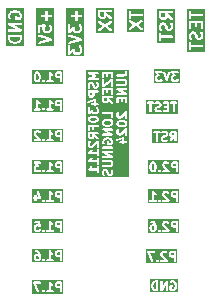
<source format=gbr>
%TF.GenerationSoftware,KiCad,Pcbnew,7.0.7*%
%TF.CreationDate,2024-07-05T12:18:51-04:00*%
%TF.ProjectId,MSP430FR21_Breakout,4d535034-3330-4465-9232-315f42726561,rev?*%
%TF.SameCoordinates,Original*%
%TF.FileFunction,Legend,Bot*%
%TF.FilePolarity,Positive*%
%FSLAX46Y46*%
G04 Gerber Fmt 4.6, Leading zero omitted, Abs format (unit mm)*
G04 Created by KiCad (PCBNEW 7.0.7) date 2024-07-05 12:18:51*
%MOMM*%
%LPD*%
G01*
G04 APERTURE LIST*
%ADD10C,0.200000*%
%ADD11C,0.187500*%
G04 APERTURE END LIST*
D10*
G36*
X140419676Y-81249353D02*
G01*
X138933962Y-81249353D01*
X138933962Y-81011917D01*
X139076821Y-81011917D01*
X139096366Y-81070549D01*
X139146640Y-81106496D01*
X139208442Y-81106026D01*
X140208441Y-80772693D01*
X140232704Y-80754782D01*
X140257272Y-80737216D01*
X140257523Y-80736461D01*
X140258165Y-80735988D01*
X140267280Y-80707191D01*
X140276816Y-80678584D01*
X140276575Y-80677824D01*
X140276816Y-80677066D01*
X140267280Y-80648458D01*
X140258165Y-80619662D01*
X140257523Y-80619188D01*
X140257272Y-80618434D01*
X140232704Y-80600867D01*
X140208441Y-80582957D01*
X139208442Y-80249624D01*
X139146640Y-80249154D01*
X139096366Y-80285101D01*
X139076821Y-80343733D01*
X139095473Y-80402655D01*
X139145196Y-80439360D01*
X139860591Y-80677825D01*
X139145196Y-80916290D01*
X139095473Y-80952995D01*
X139076821Y-81011917D01*
X138933962Y-81011917D01*
X138933962Y-80011158D01*
X139076819Y-80011158D01*
X139095917Y-80069937D01*
X139145917Y-80106264D01*
X139207721Y-80106264D01*
X139257721Y-80069937D01*
X139276819Y-80011158D01*
X139276819Y-79625467D01*
X139465142Y-79606634D01*
X139464894Y-79608282D01*
X139457771Y-79630206D01*
X139457771Y-79868301D01*
X139464894Y-79890224D01*
X139468328Y-79913022D01*
X139515947Y-80008260D01*
X139527320Y-80019807D01*
X139534679Y-80034250D01*
X139582298Y-80081868D01*
X139596739Y-80089226D01*
X139608288Y-80100601D01*
X139703525Y-80148220D01*
X139726323Y-80151653D01*
X139748247Y-80158777D01*
X139986342Y-80158777D01*
X140008265Y-80151653D01*
X140031063Y-80148220D01*
X140126301Y-80100601D01*
X140137848Y-80089227D01*
X140152290Y-80081869D01*
X140199910Y-80034251D01*
X140207269Y-80019807D01*
X140218643Y-80008260D01*
X140266262Y-79913023D01*
X140269695Y-79890224D01*
X140276819Y-79868301D01*
X140276819Y-79630206D01*
X140269695Y-79608282D01*
X140266262Y-79585484D01*
X140218643Y-79490247D01*
X140207269Y-79478699D01*
X140199910Y-79464256D01*
X140152290Y-79416638D01*
X140097222Y-79388579D01*
X140036180Y-79398248D01*
X139992478Y-79441951D01*
X139982811Y-79502993D01*
X140010870Y-79558060D01*
X140047014Y-79594203D01*
X140076819Y-79653812D01*
X140076819Y-79844694D01*
X140047014Y-79904303D01*
X140022346Y-79928970D01*
X139962735Y-79958777D01*
X139771854Y-79958777D01*
X139712244Y-79928972D01*
X139687576Y-79904303D01*
X139657771Y-79844693D01*
X139657771Y-79653813D01*
X139687576Y-79594203D01*
X139723719Y-79558060D01*
X139736505Y-79532966D01*
X139750718Y-79508634D01*
X139750420Y-79505657D01*
X139751778Y-79502993D01*
X139747371Y-79475170D01*
X139744568Y-79447137D01*
X139742577Y-79444904D01*
X139742110Y-79441950D01*
X139722190Y-79422030D01*
X139703446Y-79401000D01*
X139700523Y-79400363D01*
X139698408Y-79398248D01*
X139670584Y-79393841D01*
X139643059Y-79387845D01*
X139166869Y-79435464D01*
X139156855Y-79439862D01*
X139145917Y-79439862D01*
X139129200Y-79452007D01*
X139110282Y-79460316D01*
X139104765Y-79469760D01*
X139095917Y-79476189D01*
X139089532Y-79495840D01*
X139079110Y-79513683D01*
X139080198Y-79524566D01*
X139076819Y-79534968D01*
X139076819Y-80011158D01*
X138933962Y-80011158D01*
X138933962Y-78708727D01*
X139319808Y-78708727D01*
X139356135Y-78758727D01*
X139414914Y-78777825D01*
X139695866Y-78777825D01*
X139695866Y-79058778D01*
X139714964Y-79117557D01*
X139764964Y-79153884D01*
X139826768Y-79153884D01*
X139876768Y-79117557D01*
X139895866Y-79058778D01*
X139895866Y-78777825D01*
X140176819Y-78777825D01*
X140235598Y-78758727D01*
X140271925Y-78708727D01*
X140271925Y-78646923D01*
X140235598Y-78596923D01*
X140176819Y-78577825D01*
X139895866Y-78577825D01*
X139895866Y-78296873D01*
X139876768Y-78238094D01*
X139826768Y-78201767D01*
X139764964Y-78201767D01*
X139714964Y-78238094D01*
X139695866Y-78296873D01*
X139695866Y-78577825D01*
X139414914Y-78577825D01*
X139356135Y-78596923D01*
X139319808Y-78646923D01*
X139319808Y-78708727D01*
X138933962Y-78708727D01*
X138933962Y-78058910D01*
X140419676Y-78058910D01*
X140419676Y-81249353D01*
G37*
D11*
G36*
X148915397Y-96524141D02*
G01*
X148929593Y-96538338D01*
X148948608Y-96576367D01*
X148948608Y-96710674D01*
X148929593Y-96748703D01*
X148915397Y-96762900D01*
X148877369Y-96781914D01*
X148778776Y-96781914D01*
X148740749Y-96762900D01*
X148726550Y-96748702D01*
X148707537Y-96710675D01*
X148707537Y-96576366D01*
X148726550Y-96538339D01*
X148740749Y-96524141D01*
X148778776Y-96505128D01*
X148877369Y-96505128D01*
X148915397Y-96524141D01*
G37*
G36*
X150734323Y-96424771D02*
G01*
X150564491Y-96424771D01*
X150526462Y-96405757D01*
X150512266Y-96391560D01*
X150493252Y-96353532D01*
X150493252Y-96290652D01*
X150512266Y-96252623D01*
X150526461Y-96238428D01*
X150564491Y-96219414D01*
X150734323Y-96219414D01*
X150734323Y-96424771D01*
G37*
G36*
X151028966Y-97076557D02*
G01*
X148412894Y-97076557D01*
X148412894Y-96732807D01*
X148520037Y-96732807D01*
X148526714Y-96753359D01*
X148529934Y-96774733D01*
X148565648Y-96846161D01*
X148576311Y-96856987D01*
X148583210Y-96870526D01*
X148618925Y-96906242D01*
X148632464Y-96913140D01*
X148643290Y-96923803D01*
X148714718Y-96959517D01*
X148736091Y-96962735D01*
X148756644Y-96969414D01*
X148899501Y-96969414D01*
X148920055Y-96962735D01*
X148941427Y-96959517D01*
X149012856Y-96923803D01*
X149023684Y-96913138D01*
X149037222Y-96906240D01*
X149072936Y-96870525D01*
X149079833Y-96856987D01*
X149082170Y-96854615D01*
X149235477Y-96854615D01*
X149242218Y-96867846D01*
X149244542Y-96882513D01*
X149255041Y-96893012D01*
X149261782Y-96906241D01*
X149297496Y-96941955D01*
X149310723Y-96948694D01*
X149321225Y-96959196D01*
X149328696Y-96960379D01*
X149334817Y-96964826D01*
X149342383Y-96964826D01*
X149349121Y-96968259D01*
X149363784Y-96965936D01*
X149378452Y-96968260D01*
X149385192Y-96964826D01*
X149392757Y-96964826D01*
X149398877Y-96960379D01*
X149406349Y-96959196D01*
X149416849Y-96948695D01*
X149430078Y-96941955D01*
X149465792Y-96906241D01*
X149472531Y-96893013D01*
X149483032Y-96882513D01*
X149485355Y-96867845D01*
X149492096Y-96854616D01*
X149489773Y-96839952D01*
X149492097Y-96825286D01*
X149485355Y-96812055D01*
X149483033Y-96797388D01*
X149472532Y-96786887D01*
X149465793Y-96773660D01*
X149430079Y-96737945D01*
X149416850Y-96731204D01*
X149406348Y-96720702D01*
X149398876Y-96719518D01*
X149392757Y-96715073D01*
X149385191Y-96715073D01*
X149378454Y-96711640D01*
X149363787Y-96713962D01*
X149349120Y-96711640D01*
X149342383Y-96715073D01*
X149334817Y-96715073D01*
X149328697Y-96719518D01*
X149321226Y-96720702D01*
X149310723Y-96731204D01*
X149297495Y-96737945D01*
X149261781Y-96773660D01*
X149255041Y-96786887D01*
X149244541Y-96797388D01*
X149242217Y-96812056D01*
X149235477Y-96825286D01*
X149237799Y-96839949D01*
X149235477Y-96854615D01*
X149082170Y-96854615D01*
X149090497Y-96846161D01*
X149126211Y-96774733D01*
X149129429Y-96753359D01*
X149136108Y-96732807D01*
X149136108Y-96447092D01*
X149132502Y-96435994D01*
X149133309Y-96424355D01*
X149112208Y-96339950D01*
X149591466Y-96339950D01*
X149596161Y-96354401D01*
X149596277Y-96369596D01*
X149631991Y-96476739D01*
X149644828Y-96494128D01*
X149654639Y-96513383D01*
X149923170Y-96781914D01*
X149685216Y-96781914D01*
X149630111Y-96799819D01*
X149596054Y-96846694D01*
X149596054Y-96904634D01*
X149630111Y-96951509D01*
X149685216Y-96969414D01*
X150149502Y-96969414D01*
X150170381Y-96962629D01*
X150192064Y-96959196D01*
X150197413Y-96953846D01*
X150204607Y-96951509D01*
X150217509Y-96933750D01*
X150233034Y-96918226D01*
X150234217Y-96910754D01*
X150238664Y-96904634D01*
X150238664Y-96882675D01*
X150242097Y-96860998D01*
X150238664Y-96854260D01*
X150238664Y-96846694D01*
X150225757Y-96828930D01*
X150215793Y-96809373D01*
X149802870Y-96396450D01*
X149795941Y-96375664D01*
X150305752Y-96375664D01*
X150312429Y-96396216D01*
X150315649Y-96417590D01*
X150351363Y-96489018D01*
X150362026Y-96499844D01*
X150368924Y-96513382D01*
X150404638Y-96549097D01*
X150418175Y-96555995D01*
X150429004Y-96566660D01*
X150500433Y-96602374D01*
X150521806Y-96605592D01*
X150542359Y-96612271D01*
X150734323Y-96612271D01*
X150734323Y-96875664D01*
X150752228Y-96930769D01*
X150799103Y-96964826D01*
X150857043Y-96964826D01*
X150903918Y-96930769D01*
X150921823Y-96875664D01*
X150921823Y-96125664D01*
X150917235Y-96111543D01*
X150917235Y-96096694D01*
X150908506Y-96084680D01*
X150903918Y-96070559D01*
X150891905Y-96061831D01*
X150883178Y-96049819D01*
X150869056Y-96045230D01*
X150857043Y-96036502D01*
X150842193Y-96036502D01*
X150828073Y-96031914D01*
X150542359Y-96031914D01*
X150521806Y-96038592D01*
X150500433Y-96041811D01*
X150429004Y-96077525D01*
X150418176Y-96088189D01*
X150404639Y-96095087D01*
X150368925Y-96130801D01*
X150362027Y-96144338D01*
X150351363Y-96155166D01*
X150315649Y-96226595D01*
X150312430Y-96247966D01*
X150305752Y-96268521D01*
X150305752Y-96375664D01*
X149795941Y-96375664D01*
X149778966Y-96324737D01*
X149778966Y-96290652D01*
X149797979Y-96252624D01*
X149812176Y-96238428D01*
X149850205Y-96219414D01*
X149984513Y-96219414D01*
X150022541Y-96238428D01*
X150047496Y-96263383D01*
X150099121Y-96289687D01*
X150156349Y-96280624D01*
X150197319Y-96239654D01*
X150206382Y-96182426D01*
X150180078Y-96130801D01*
X150144364Y-96095087D01*
X150130825Y-96088188D01*
X150119999Y-96077525D01*
X150048571Y-96041811D01*
X150027197Y-96038591D01*
X150006645Y-96031914D01*
X149828073Y-96031914D01*
X149807520Y-96038592D01*
X149786147Y-96041811D01*
X149714719Y-96077525D01*
X149703892Y-96088188D01*
X149690355Y-96095086D01*
X149654640Y-96130800D01*
X149647741Y-96144337D01*
X149637077Y-96155166D01*
X149601363Y-96226595D01*
X149598144Y-96247966D01*
X149591466Y-96268521D01*
X149591466Y-96339950D01*
X149112208Y-96339950D01*
X149097595Y-96281497D01*
X149089019Y-96267793D01*
X149084649Y-96252232D01*
X149013221Y-96145089D01*
X149005799Y-96139225D01*
X149001506Y-96130800D01*
X148965791Y-96095086D01*
X148952253Y-96088188D01*
X148941427Y-96077525D01*
X148869999Y-96041811D01*
X148848625Y-96038591D01*
X148828073Y-96031914D01*
X148685216Y-96031914D01*
X148630111Y-96049819D01*
X148596054Y-96096694D01*
X148596054Y-96154634D01*
X148630111Y-96201509D01*
X148685216Y-96219414D01*
X148805941Y-96219414D01*
X148843969Y-96238428D01*
X148862359Y-96256817D01*
X148903839Y-96319037D01*
X148899501Y-96317628D01*
X148756644Y-96317628D01*
X148736091Y-96324306D01*
X148714718Y-96327525D01*
X148643290Y-96363239D01*
X148632464Y-96373901D01*
X148618925Y-96380800D01*
X148583210Y-96416516D01*
X148576311Y-96430054D01*
X148565648Y-96440881D01*
X148529934Y-96512309D01*
X148526714Y-96533682D01*
X148520037Y-96554235D01*
X148520037Y-96732807D01*
X148412894Y-96732807D01*
X148412894Y-95924771D01*
X151028966Y-95924771D01*
X151028966Y-97076557D01*
G37*
G36*
X150581923Y-98964771D02*
G01*
X150412091Y-98964771D01*
X150374062Y-98945757D01*
X150359866Y-98931560D01*
X150340852Y-98893532D01*
X150340852Y-98830652D01*
X150359866Y-98792623D01*
X150374061Y-98778428D01*
X150412091Y-98759414D01*
X150581923Y-98759414D01*
X150581923Y-98964771D01*
G37*
G36*
X150876566Y-99616557D02*
G01*
X148227111Y-99616557D01*
X148227111Y-98644891D01*
X148334254Y-98644891D01*
X148336511Y-98669702D01*
X148336511Y-98694634D01*
X148339103Y-98698202D01*
X148339503Y-98702594D01*
X148660931Y-99452593D01*
X148699095Y-99496190D01*
X148755596Y-99509028D01*
X148808851Y-99486205D01*
X148838520Y-99436436D01*
X148834716Y-99394615D01*
X149083077Y-99394615D01*
X149089818Y-99407846D01*
X149092142Y-99422513D01*
X149102641Y-99433012D01*
X149109382Y-99446241D01*
X149145096Y-99481955D01*
X149158323Y-99488694D01*
X149168825Y-99499196D01*
X149176296Y-99500379D01*
X149182417Y-99504826D01*
X149189983Y-99504826D01*
X149196721Y-99508259D01*
X149211384Y-99505936D01*
X149226052Y-99508260D01*
X149232792Y-99504826D01*
X149240357Y-99504826D01*
X149246477Y-99500379D01*
X149253949Y-99499196D01*
X149264449Y-99488695D01*
X149277678Y-99481955D01*
X149313392Y-99446241D01*
X149320131Y-99433013D01*
X149330632Y-99422513D01*
X149332955Y-99407845D01*
X149339696Y-99394616D01*
X149337373Y-99379952D01*
X149339697Y-99365286D01*
X149332955Y-99352055D01*
X149330633Y-99337388D01*
X149320132Y-99326887D01*
X149313393Y-99313660D01*
X149277679Y-99277945D01*
X149264450Y-99271204D01*
X149253948Y-99260702D01*
X149246476Y-99259518D01*
X149240357Y-99255073D01*
X149232791Y-99255073D01*
X149226054Y-99251640D01*
X149211387Y-99253962D01*
X149196720Y-99251640D01*
X149189983Y-99255073D01*
X149182417Y-99255073D01*
X149176297Y-99259518D01*
X149168826Y-99260702D01*
X149158323Y-99271204D01*
X149145095Y-99277945D01*
X149109381Y-99313660D01*
X149102641Y-99326887D01*
X149092141Y-99337388D01*
X149089817Y-99352056D01*
X149083077Y-99365286D01*
X149085399Y-99379949D01*
X149083077Y-99394615D01*
X148834716Y-99394615D01*
X148833271Y-99378734D01*
X148619507Y-98879950D01*
X149439066Y-98879950D01*
X149443761Y-98894401D01*
X149443877Y-98909596D01*
X149479591Y-99016739D01*
X149492428Y-99034128D01*
X149502239Y-99053383D01*
X149770770Y-99321914D01*
X149532816Y-99321914D01*
X149477711Y-99339819D01*
X149443654Y-99386694D01*
X149443654Y-99444634D01*
X149477711Y-99491509D01*
X149532816Y-99509414D01*
X149997102Y-99509414D01*
X150017981Y-99502629D01*
X150039664Y-99499196D01*
X150045013Y-99493846D01*
X150052207Y-99491509D01*
X150065109Y-99473750D01*
X150080634Y-99458226D01*
X150081817Y-99450754D01*
X150086264Y-99444634D01*
X150086264Y-99422675D01*
X150089697Y-99400998D01*
X150086264Y-99394260D01*
X150086264Y-99386694D01*
X150073357Y-99368930D01*
X150063393Y-99349373D01*
X149650470Y-98936450D01*
X149643542Y-98915664D01*
X150153352Y-98915664D01*
X150160029Y-98936216D01*
X150163249Y-98957590D01*
X150198963Y-99029018D01*
X150209626Y-99039844D01*
X150216524Y-99053382D01*
X150252238Y-99089097D01*
X150265775Y-99095995D01*
X150276604Y-99106660D01*
X150348033Y-99142374D01*
X150369406Y-99145592D01*
X150389959Y-99152271D01*
X150581923Y-99152271D01*
X150581923Y-99415664D01*
X150599828Y-99470769D01*
X150646703Y-99504826D01*
X150704643Y-99504826D01*
X150751518Y-99470769D01*
X150769423Y-99415664D01*
X150769423Y-98665664D01*
X150764835Y-98651543D01*
X150764835Y-98636694D01*
X150756106Y-98624680D01*
X150751518Y-98610559D01*
X150739505Y-98601831D01*
X150730778Y-98589819D01*
X150716656Y-98585230D01*
X150704643Y-98576502D01*
X150689793Y-98576502D01*
X150675673Y-98571914D01*
X150389959Y-98571914D01*
X150369406Y-98578592D01*
X150348033Y-98581811D01*
X150276604Y-98617525D01*
X150265776Y-98628189D01*
X150252239Y-98635087D01*
X150216525Y-98670801D01*
X150209627Y-98684338D01*
X150198963Y-98695166D01*
X150163249Y-98766595D01*
X150160030Y-98787966D01*
X150153352Y-98808521D01*
X150153352Y-98915664D01*
X149643542Y-98915664D01*
X149626566Y-98864736D01*
X149626566Y-98830652D01*
X149645579Y-98792624D01*
X149659776Y-98778428D01*
X149697805Y-98759414D01*
X149832113Y-98759414D01*
X149870141Y-98778428D01*
X149895096Y-98803383D01*
X149946721Y-98829687D01*
X150003949Y-98820624D01*
X150044919Y-98779654D01*
X150053982Y-98722426D01*
X150027678Y-98670801D01*
X149991964Y-98635087D01*
X149978425Y-98628188D01*
X149967599Y-98617525D01*
X149896171Y-98581811D01*
X149874797Y-98578591D01*
X149854245Y-98571914D01*
X149675673Y-98571914D01*
X149655120Y-98578592D01*
X149633747Y-98581811D01*
X149562319Y-98617525D01*
X149551492Y-98628188D01*
X149537955Y-98635086D01*
X149502240Y-98670800D01*
X149495341Y-98684337D01*
X149484677Y-98695166D01*
X149448963Y-98766595D01*
X149445744Y-98787966D01*
X149439066Y-98808521D01*
X149439066Y-98879950D01*
X148619507Y-98879950D01*
X148567849Y-98759414D01*
X148925673Y-98759414D01*
X148980778Y-98741509D01*
X149014835Y-98694634D01*
X149014835Y-98636694D01*
X148980778Y-98589819D01*
X148925673Y-98571914D01*
X148425673Y-98571914D01*
X148421479Y-98573276D01*
X148417178Y-98572299D01*
X148394262Y-98582119D01*
X148370568Y-98589819D01*
X148367976Y-98593385D01*
X148363923Y-98595123D01*
X148351162Y-98616528D01*
X148336511Y-98636694D01*
X148336511Y-98641105D01*
X148334254Y-98644891D01*
X148227111Y-98644891D01*
X148227111Y-98464771D01*
X150876566Y-98464771D01*
X150876566Y-99616557D01*
G37*
G36*
X140929923Y-96424771D02*
G01*
X140760091Y-96424771D01*
X140722062Y-96405757D01*
X140707866Y-96391560D01*
X140688852Y-96353531D01*
X140688852Y-96290652D01*
X140707866Y-96252623D01*
X140722061Y-96238428D01*
X140760091Y-96219414D01*
X140929923Y-96219414D01*
X140929923Y-96424771D01*
G37*
G36*
X141224566Y-97076557D02*
G01*
X138608494Y-97076557D01*
X138608494Y-96732807D01*
X138715637Y-96732807D01*
X138722314Y-96753359D01*
X138725534Y-96774733D01*
X138761248Y-96846161D01*
X138771911Y-96856987D01*
X138778810Y-96870526D01*
X138814525Y-96906242D01*
X138828064Y-96913140D01*
X138838890Y-96923803D01*
X138910318Y-96959517D01*
X138931691Y-96962735D01*
X138952244Y-96969414D01*
X139130816Y-96969414D01*
X139151368Y-96962736D01*
X139172742Y-96959517D01*
X139244170Y-96923803D01*
X139254997Y-96913138D01*
X139268536Y-96906240D01*
X139304250Y-96870525D01*
X139312356Y-96854615D01*
X139431077Y-96854615D01*
X139437818Y-96867846D01*
X139440142Y-96882513D01*
X139450641Y-96893012D01*
X139457382Y-96906241D01*
X139493096Y-96941955D01*
X139506323Y-96948694D01*
X139516825Y-96959196D01*
X139524296Y-96960379D01*
X139530417Y-96964826D01*
X139537983Y-96964826D01*
X139544721Y-96968259D01*
X139559384Y-96965936D01*
X139574052Y-96968260D01*
X139580792Y-96964826D01*
X139588357Y-96964826D01*
X139594477Y-96960379D01*
X139601949Y-96959196D01*
X139612449Y-96948695D01*
X139625678Y-96941955D01*
X139661392Y-96906241D01*
X139662211Y-96904634D01*
X139791654Y-96904634D01*
X139825711Y-96951509D01*
X139880816Y-96969414D01*
X140309387Y-96969414D01*
X140364492Y-96951509D01*
X140398549Y-96904634D01*
X140398549Y-96846694D01*
X140364492Y-96799819D01*
X140309387Y-96781914D01*
X140188852Y-96781914D01*
X140188852Y-96381015D01*
X140196032Y-96388087D01*
X140267459Y-96423802D01*
X140324754Y-96432432D01*
X140376179Y-96405737D01*
X140391216Y-96375664D01*
X140501352Y-96375664D01*
X140508029Y-96396216D01*
X140511249Y-96417590D01*
X140546963Y-96489018D01*
X140557626Y-96499844D01*
X140564524Y-96513382D01*
X140600238Y-96549097D01*
X140613775Y-96555995D01*
X140624604Y-96566660D01*
X140696033Y-96602374D01*
X140717406Y-96605592D01*
X140737959Y-96612271D01*
X140929923Y-96612271D01*
X140929923Y-96875664D01*
X140947828Y-96930769D01*
X140994703Y-96964826D01*
X141052643Y-96964826D01*
X141099518Y-96930769D01*
X141117423Y-96875664D01*
X141117423Y-96125664D01*
X141112835Y-96111543D01*
X141112835Y-96096694D01*
X141104106Y-96084680D01*
X141099518Y-96070559D01*
X141087505Y-96061831D01*
X141078778Y-96049819D01*
X141064656Y-96045230D01*
X141052643Y-96036502D01*
X141037793Y-96036502D01*
X141023673Y-96031914D01*
X140737959Y-96031914D01*
X140717406Y-96038592D01*
X140696033Y-96041811D01*
X140624604Y-96077525D01*
X140613776Y-96088189D01*
X140600239Y-96095087D01*
X140564525Y-96130801D01*
X140557627Y-96144338D01*
X140546963Y-96155166D01*
X140511249Y-96226595D01*
X140508030Y-96247966D01*
X140501352Y-96268521D01*
X140501352Y-96375664D01*
X140391216Y-96375664D01*
X140402091Y-96353914D01*
X140392593Y-96296757D01*
X140351314Y-96256098D01*
X140293494Y-96227187D01*
X140239384Y-96173078D01*
X140173107Y-96073661D01*
X140171557Y-96072436D01*
X140170947Y-96070559D01*
X140148957Y-96054582D01*
X140127642Y-96037743D01*
X140125670Y-96037663D01*
X140124072Y-96036502D01*
X140096886Y-96036502D01*
X140069749Y-96035407D01*
X140068106Y-96036502D01*
X140066132Y-96036502D01*
X140044153Y-96052470D01*
X140021540Y-96067546D01*
X140020854Y-96069398D01*
X140019257Y-96070559D01*
X140010861Y-96096398D01*
X140001428Y-96121885D01*
X140001962Y-96123786D01*
X140001352Y-96125664D01*
X140001352Y-96781914D01*
X139880816Y-96781914D01*
X139825711Y-96799819D01*
X139791654Y-96846694D01*
X139791654Y-96904634D01*
X139662211Y-96904634D01*
X139668131Y-96893013D01*
X139678632Y-96882513D01*
X139680955Y-96867845D01*
X139687696Y-96854616D01*
X139685373Y-96839952D01*
X139687697Y-96825286D01*
X139680955Y-96812055D01*
X139678633Y-96797388D01*
X139668132Y-96786887D01*
X139661393Y-96773660D01*
X139625679Y-96737945D01*
X139612450Y-96731204D01*
X139601948Y-96720702D01*
X139594476Y-96719518D01*
X139588357Y-96715073D01*
X139580791Y-96715073D01*
X139574054Y-96711640D01*
X139559387Y-96713962D01*
X139544720Y-96711640D01*
X139537983Y-96715073D01*
X139530417Y-96715073D01*
X139524297Y-96719518D01*
X139516826Y-96720702D01*
X139506323Y-96731204D01*
X139493095Y-96737945D01*
X139457381Y-96773660D01*
X139450641Y-96786887D01*
X139440141Y-96797388D01*
X139437817Y-96812056D01*
X139431077Y-96825286D01*
X139433399Y-96839949D01*
X139431077Y-96854615D01*
X139312356Y-96854615D01*
X139330554Y-96818899D01*
X139321489Y-96761672D01*
X139280519Y-96720702D01*
X139223291Y-96711640D01*
X139171666Y-96737945D01*
X139146711Y-96762900D01*
X139108684Y-96781914D01*
X138974376Y-96781914D01*
X138936349Y-96762900D01*
X138922150Y-96748702D01*
X138903137Y-96710675D01*
X138903137Y-96576367D01*
X138922150Y-96538339D01*
X138936349Y-96524141D01*
X138974376Y-96505128D01*
X139108684Y-96505128D01*
X139146711Y-96524141D01*
X139171666Y-96549097D01*
X139195192Y-96561084D01*
X139218004Y-96574409D01*
X139220794Y-96574129D01*
X139223291Y-96575402D01*
X139249368Y-96571272D01*
X139275656Y-96568644D01*
X139277748Y-96566778D01*
X139280519Y-96566340D01*
X139299201Y-96547657D01*
X139318910Y-96530091D01*
X139319506Y-96527352D01*
X139321489Y-96525370D01*
X139325620Y-96499285D01*
X139331243Y-96473478D01*
X139295529Y-96116336D01*
X139291406Y-96106948D01*
X139291406Y-96096694D01*
X139280017Y-96081019D01*
X139272229Y-96063286D01*
X139263376Y-96058115D01*
X139257349Y-96049819D01*
X139238925Y-96043832D01*
X139222198Y-96034062D01*
X139211994Y-96035082D01*
X139202244Y-96031914D01*
X138845101Y-96031914D01*
X138789996Y-96049819D01*
X138755939Y-96096694D01*
X138755939Y-96154634D01*
X138789996Y-96201509D01*
X138845101Y-96219414D01*
X139117401Y-96219414D01*
X139127222Y-96317628D01*
X138952244Y-96317628D01*
X138931691Y-96324306D01*
X138910318Y-96327525D01*
X138838890Y-96363239D01*
X138828064Y-96373901D01*
X138814525Y-96380800D01*
X138778810Y-96416516D01*
X138771911Y-96430054D01*
X138761248Y-96440881D01*
X138725534Y-96512309D01*
X138722314Y-96533682D01*
X138715637Y-96554235D01*
X138715637Y-96732807D01*
X138608494Y-96732807D01*
X138608494Y-95924771D01*
X141224566Y-95924771D01*
X141224566Y-97076557D01*
G37*
G36*
X139110997Y-99013341D02*
G01*
X139125193Y-99027538D01*
X139144208Y-99065566D01*
X139144208Y-99199875D01*
X139125193Y-99237903D01*
X139110997Y-99252100D01*
X139072969Y-99271114D01*
X138974376Y-99271114D01*
X138936349Y-99252100D01*
X138922150Y-99237902D01*
X138903137Y-99199874D01*
X138903137Y-99065567D01*
X138922150Y-99027539D01*
X138936349Y-99013341D01*
X138974376Y-98994328D01*
X139072969Y-98994328D01*
X139110997Y-99013341D01*
G37*
G36*
X140929923Y-98913971D02*
G01*
X140760091Y-98913971D01*
X140722062Y-98894957D01*
X140707866Y-98880760D01*
X140688852Y-98842731D01*
X140688852Y-98779852D01*
X140707866Y-98741823D01*
X140722061Y-98727628D01*
X140760091Y-98708614D01*
X140929923Y-98708614D01*
X140929923Y-98913971D01*
G37*
G36*
X141224566Y-99565757D02*
G01*
X138608494Y-99565757D01*
X138608494Y-99222007D01*
X138715637Y-99222007D01*
X138722314Y-99242559D01*
X138725534Y-99263933D01*
X138761248Y-99335361D01*
X138771911Y-99346187D01*
X138778810Y-99359726D01*
X138814525Y-99395442D01*
X138828064Y-99402340D01*
X138838890Y-99413003D01*
X138910318Y-99448717D01*
X138931691Y-99451935D01*
X138952244Y-99458614D01*
X139095101Y-99458614D01*
X139115655Y-99451935D01*
X139137027Y-99448717D01*
X139208456Y-99413003D01*
X139219284Y-99402338D01*
X139232822Y-99395440D01*
X139268536Y-99359725D01*
X139275433Y-99346187D01*
X139277770Y-99343815D01*
X139431077Y-99343815D01*
X139437818Y-99357046D01*
X139440142Y-99371713D01*
X139450641Y-99382212D01*
X139457382Y-99395441D01*
X139493096Y-99431155D01*
X139506323Y-99437894D01*
X139516825Y-99448396D01*
X139524296Y-99449579D01*
X139530417Y-99454026D01*
X139537983Y-99454026D01*
X139544721Y-99457459D01*
X139559384Y-99455136D01*
X139574052Y-99457460D01*
X139580792Y-99454026D01*
X139588357Y-99454026D01*
X139594477Y-99449579D01*
X139601949Y-99448396D01*
X139612449Y-99437895D01*
X139625678Y-99431155D01*
X139661392Y-99395441D01*
X139662211Y-99393834D01*
X139791654Y-99393834D01*
X139825711Y-99440709D01*
X139880816Y-99458614D01*
X140309387Y-99458614D01*
X140364492Y-99440709D01*
X140398549Y-99393834D01*
X140398549Y-99335894D01*
X140364492Y-99289019D01*
X140309387Y-99271114D01*
X140188852Y-99271114D01*
X140188852Y-98870215D01*
X140196032Y-98877287D01*
X140267459Y-98913002D01*
X140324754Y-98921632D01*
X140376179Y-98894937D01*
X140391216Y-98864864D01*
X140501352Y-98864864D01*
X140508029Y-98885416D01*
X140511249Y-98906790D01*
X140546963Y-98978218D01*
X140557626Y-98989044D01*
X140564524Y-99002582D01*
X140600238Y-99038297D01*
X140613775Y-99045195D01*
X140624604Y-99055860D01*
X140696033Y-99091574D01*
X140717406Y-99094792D01*
X140737959Y-99101471D01*
X140929923Y-99101471D01*
X140929923Y-99364864D01*
X140947828Y-99419969D01*
X140994703Y-99454026D01*
X141052643Y-99454026D01*
X141099518Y-99419969D01*
X141117423Y-99364864D01*
X141117423Y-98614864D01*
X141112835Y-98600743D01*
X141112835Y-98585894D01*
X141104106Y-98573880D01*
X141099518Y-98559759D01*
X141087505Y-98551031D01*
X141078778Y-98539019D01*
X141064656Y-98534430D01*
X141052643Y-98525702D01*
X141037793Y-98525702D01*
X141023673Y-98521114D01*
X140737959Y-98521114D01*
X140717406Y-98527792D01*
X140696033Y-98531011D01*
X140624604Y-98566725D01*
X140613776Y-98577389D01*
X140600239Y-98584287D01*
X140564525Y-98620001D01*
X140557627Y-98633538D01*
X140546963Y-98644366D01*
X140511249Y-98715795D01*
X140508030Y-98737166D01*
X140501352Y-98757721D01*
X140501352Y-98864864D01*
X140391216Y-98864864D01*
X140402091Y-98843114D01*
X140392593Y-98785957D01*
X140351314Y-98745298D01*
X140293494Y-98716387D01*
X140239384Y-98662278D01*
X140173107Y-98562861D01*
X140171557Y-98561636D01*
X140170947Y-98559759D01*
X140148957Y-98543782D01*
X140127642Y-98526943D01*
X140125670Y-98526863D01*
X140124072Y-98525702D01*
X140096886Y-98525702D01*
X140069749Y-98524607D01*
X140068106Y-98525702D01*
X140066132Y-98525702D01*
X140044153Y-98541670D01*
X140021540Y-98556746D01*
X140020854Y-98558598D01*
X140019257Y-98559759D01*
X140010861Y-98585598D01*
X140001428Y-98611085D01*
X140001962Y-98612986D01*
X140001352Y-98614864D01*
X140001352Y-99271114D01*
X139880816Y-99271114D01*
X139825711Y-99289019D01*
X139791654Y-99335894D01*
X139791654Y-99393834D01*
X139662211Y-99393834D01*
X139668131Y-99382213D01*
X139678632Y-99371713D01*
X139680955Y-99357045D01*
X139687696Y-99343816D01*
X139685373Y-99329152D01*
X139687697Y-99314486D01*
X139680955Y-99301255D01*
X139678633Y-99286588D01*
X139668132Y-99276087D01*
X139661393Y-99262860D01*
X139625679Y-99227145D01*
X139612450Y-99220404D01*
X139601948Y-99209902D01*
X139594476Y-99208718D01*
X139588357Y-99204273D01*
X139580791Y-99204273D01*
X139574054Y-99200840D01*
X139559387Y-99203162D01*
X139544720Y-99200840D01*
X139537983Y-99204273D01*
X139530417Y-99204273D01*
X139524297Y-99208718D01*
X139516826Y-99209902D01*
X139506323Y-99220404D01*
X139493095Y-99227145D01*
X139457381Y-99262860D01*
X139450641Y-99276087D01*
X139440141Y-99286588D01*
X139437817Y-99301256D01*
X139431077Y-99314486D01*
X139433399Y-99329149D01*
X139431077Y-99343815D01*
X139277770Y-99343815D01*
X139286097Y-99335361D01*
X139321811Y-99263933D01*
X139325029Y-99242559D01*
X139331708Y-99222007D01*
X139331708Y-98936292D01*
X139328102Y-98925194D01*
X139328909Y-98913555D01*
X139293195Y-98770697D01*
X139284619Y-98756993D01*
X139280249Y-98741432D01*
X139208821Y-98634289D01*
X139201399Y-98628425D01*
X139197106Y-98620000D01*
X139161391Y-98584286D01*
X139147853Y-98577388D01*
X139137027Y-98566725D01*
X139065599Y-98531011D01*
X139044225Y-98527791D01*
X139023673Y-98521114D01*
X138880816Y-98521114D01*
X138825711Y-98539019D01*
X138791654Y-98585894D01*
X138791654Y-98643834D01*
X138825711Y-98690709D01*
X138880816Y-98708614D01*
X139001541Y-98708614D01*
X139039569Y-98727628D01*
X139057959Y-98746017D01*
X139099439Y-98808237D01*
X139095101Y-98806828D01*
X138952244Y-98806828D01*
X138931691Y-98813506D01*
X138910318Y-98816725D01*
X138838890Y-98852439D01*
X138828064Y-98863101D01*
X138814525Y-98870000D01*
X138778810Y-98905716D01*
X138771911Y-98919254D01*
X138761248Y-98930081D01*
X138725534Y-99001509D01*
X138722314Y-99022882D01*
X138715637Y-99043435D01*
X138715637Y-99222007D01*
X138608494Y-99222007D01*
X138608494Y-98413971D01*
X141224566Y-98413971D01*
X141224566Y-99565757D01*
G37*
G36*
X148879684Y-91209228D02*
G01*
X148893879Y-91223423D01*
X148918188Y-91272042D01*
X148948608Y-91393719D01*
X148948608Y-91549208D01*
X148918188Y-91670885D01*
X148893879Y-91719503D01*
X148879683Y-91733700D01*
X148841655Y-91752714D01*
X148814490Y-91752714D01*
X148776462Y-91733700D01*
X148762265Y-91719503D01*
X148737955Y-91670885D01*
X148707537Y-91549208D01*
X148707537Y-91393719D01*
X148737956Y-91272042D01*
X148762264Y-91223425D01*
X148776462Y-91209227D01*
X148814490Y-91190214D01*
X148841655Y-91190214D01*
X148879684Y-91209228D01*
G37*
G36*
X150734323Y-91395571D02*
G01*
X150564491Y-91395571D01*
X150526462Y-91376557D01*
X150512266Y-91362360D01*
X150493252Y-91324332D01*
X150493252Y-91261452D01*
X150512266Y-91223423D01*
X150526461Y-91209228D01*
X150564491Y-91190214D01*
X150734323Y-91190214D01*
X150734323Y-91395571D01*
G37*
G36*
X151028966Y-92047357D02*
G01*
X148412894Y-92047357D01*
X148412894Y-91560750D01*
X148520037Y-91560750D01*
X148523642Y-91571847D01*
X148522836Y-91583488D01*
X148558550Y-91726345D01*
X148564092Y-91735202D01*
X148565649Y-91745534D01*
X148601364Y-91816962D01*
X148612026Y-91827786D01*
X148618924Y-91841325D01*
X148654638Y-91877040D01*
X148668176Y-91883938D01*
X148679004Y-91894603D01*
X148750432Y-91930317D01*
X148771805Y-91933535D01*
X148792358Y-91940214D01*
X148863787Y-91940214D01*
X148884341Y-91933535D01*
X148905713Y-91930317D01*
X148977142Y-91894603D01*
X148987970Y-91883938D01*
X149001508Y-91877040D01*
X149037222Y-91841325D01*
X149044119Y-91827787D01*
X149046456Y-91825415D01*
X149235477Y-91825415D01*
X149242218Y-91838646D01*
X149244542Y-91853313D01*
X149255041Y-91863812D01*
X149261782Y-91877041D01*
X149297496Y-91912755D01*
X149310723Y-91919494D01*
X149321225Y-91929996D01*
X149328696Y-91931179D01*
X149334817Y-91935626D01*
X149342383Y-91935626D01*
X149349121Y-91939059D01*
X149363784Y-91936736D01*
X149378452Y-91939060D01*
X149385192Y-91935626D01*
X149392757Y-91935626D01*
X149398877Y-91931179D01*
X149406349Y-91929996D01*
X149416849Y-91919495D01*
X149430078Y-91912755D01*
X149465792Y-91877041D01*
X149472531Y-91863813D01*
X149483032Y-91853313D01*
X149485355Y-91838645D01*
X149492096Y-91825416D01*
X149489773Y-91810752D01*
X149492097Y-91796086D01*
X149485355Y-91782855D01*
X149483033Y-91768188D01*
X149472532Y-91757687D01*
X149465793Y-91744460D01*
X149430079Y-91708745D01*
X149416850Y-91702004D01*
X149406348Y-91691502D01*
X149398876Y-91690318D01*
X149392757Y-91685873D01*
X149385191Y-91685873D01*
X149378454Y-91682440D01*
X149363787Y-91684762D01*
X149349120Y-91682440D01*
X149342383Y-91685873D01*
X149334817Y-91685873D01*
X149328697Y-91690318D01*
X149321226Y-91691502D01*
X149310723Y-91702004D01*
X149297495Y-91708745D01*
X149261781Y-91744460D01*
X149255041Y-91757687D01*
X149244541Y-91768188D01*
X149242217Y-91782856D01*
X149235477Y-91796086D01*
X149237799Y-91810749D01*
X149235477Y-91825415D01*
X149046456Y-91825415D01*
X149054783Y-91816961D01*
X149090497Y-91745533D01*
X149092052Y-91735201D01*
X149097595Y-91726345D01*
X149133309Y-91583487D01*
X149132502Y-91571847D01*
X149136108Y-91560750D01*
X149136108Y-91382178D01*
X149132502Y-91371080D01*
X149133309Y-91359441D01*
X149121136Y-91310750D01*
X149591466Y-91310750D01*
X149596161Y-91325201D01*
X149596277Y-91340396D01*
X149631991Y-91447539D01*
X149644828Y-91464928D01*
X149654639Y-91484183D01*
X149923170Y-91752714D01*
X149685216Y-91752714D01*
X149630111Y-91770619D01*
X149596054Y-91817494D01*
X149596054Y-91875434D01*
X149630111Y-91922309D01*
X149685216Y-91940214D01*
X150149502Y-91940214D01*
X150170381Y-91933429D01*
X150192064Y-91929996D01*
X150197413Y-91924646D01*
X150204607Y-91922309D01*
X150217509Y-91904550D01*
X150233034Y-91889026D01*
X150234217Y-91881554D01*
X150238664Y-91875434D01*
X150238664Y-91853475D01*
X150242097Y-91831798D01*
X150238664Y-91825060D01*
X150238664Y-91817494D01*
X150225757Y-91799730D01*
X150215793Y-91780173D01*
X149802870Y-91367250D01*
X149795941Y-91346464D01*
X150305752Y-91346464D01*
X150312429Y-91367016D01*
X150315649Y-91388390D01*
X150351363Y-91459818D01*
X150362026Y-91470644D01*
X150368924Y-91484182D01*
X150404638Y-91519897D01*
X150418175Y-91526795D01*
X150429004Y-91537460D01*
X150500433Y-91573174D01*
X150521806Y-91576392D01*
X150542359Y-91583071D01*
X150734323Y-91583071D01*
X150734323Y-91846464D01*
X150752228Y-91901569D01*
X150799103Y-91935626D01*
X150857043Y-91935626D01*
X150903918Y-91901569D01*
X150921823Y-91846464D01*
X150921823Y-91096464D01*
X150917235Y-91082343D01*
X150917235Y-91067494D01*
X150908506Y-91055480D01*
X150903918Y-91041359D01*
X150891905Y-91032631D01*
X150883178Y-91020619D01*
X150869056Y-91016030D01*
X150857043Y-91007302D01*
X150842193Y-91007302D01*
X150828073Y-91002714D01*
X150542359Y-91002714D01*
X150521806Y-91009392D01*
X150500433Y-91012611D01*
X150429004Y-91048325D01*
X150418176Y-91058989D01*
X150404639Y-91065887D01*
X150368925Y-91101601D01*
X150362027Y-91115138D01*
X150351363Y-91125966D01*
X150315649Y-91197395D01*
X150312430Y-91218766D01*
X150305752Y-91239321D01*
X150305752Y-91346464D01*
X149795941Y-91346464D01*
X149778966Y-91295537D01*
X149778966Y-91261452D01*
X149797979Y-91223424D01*
X149812176Y-91209228D01*
X149850205Y-91190214D01*
X149984513Y-91190214D01*
X150022541Y-91209228D01*
X150047496Y-91234183D01*
X150099121Y-91260487D01*
X150156349Y-91251424D01*
X150197319Y-91210454D01*
X150206382Y-91153226D01*
X150180078Y-91101601D01*
X150144364Y-91065887D01*
X150130825Y-91058988D01*
X150119999Y-91048325D01*
X150048571Y-91012611D01*
X150027197Y-91009391D01*
X150006645Y-91002714D01*
X149828073Y-91002714D01*
X149807520Y-91009392D01*
X149786147Y-91012611D01*
X149714719Y-91048325D01*
X149703892Y-91058988D01*
X149690355Y-91065886D01*
X149654640Y-91101600D01*
X149647741Y-91115137D01*
X149637077Y-91125966D01*
X149601363Y-91197395D01*
X149598144Y-91218766D01*
X149591466Y-91239321D01*
X149591466Y-91310750D01*
X149121136Y-91310750D01*
X149097595Y-91216583D01*
X149092052Y-91207726D01*
X149090497Y-91197395D01*
X149054783Y-91125966D01*
X149044118Y-91115138D01*
X149037221Y-91101601D01*
X149001507Y-91065887D01*
X148987969Y-91058989D01*
X148977142Y-91048325D01*
X148905713Y-91012611D01*
X148884341Y-91009392D01*
X148863787Y-91002714D01*
X148792358Y-91002714D01*
X148771805Y-91009392D01*
X148750432Y-91012611D01*
X148679004Y-91048325D01*
X148668177Y-91058989D01*
X148654639Y-91065887D01*
X148618925Y-91101601D01*
X148612026Y-91115140D01*
X148601364Y-91125966D01*
X148565649Y-91197394D01*
X148564092Y-91207724D01*
X148558550Y-91216583D01*
X148522836Y-91359440D01*
X148523642Y-91371080D01*
X148520037Y-91382178D01*
X148520037Y-91560750D01*
X148412894Y-91560750D01*
X148412894Y-90895571D01*
X151028966Y-90895571D01*
X151028966Y-92047357D01*
G37*
G36*
X150979121Y-86967357D02*
G01*
X148193654Y-86967357D01*
X148193654Y-86045434D01*
X148300797Y-86045434D01*
X148334854Y-86092309D01*
X148389959Y-86110214D01*
X148510494Y-86110214D01*
X148510494Y-86766464D01*
X148528399Y-86821569D01*
X148575274Y-86855626D01*
X148633214Y-86855626D01*
X148680089Y-86821569D01*
X148697994Y-86766464D01*
X148697994Y-86623607D01*
X148939066Y-86623607D01*
X148945743Y-86644159D01*
X148948963Y-86665533D01*
X148984677Y-86736961D01*
X148995340Y-86747787D01*
X149002239Y-86761326D01*
X149037954Y-86797042D01*
X149051493Y-86803940D01*
X149062319Y-86814603D01*
X149133747Y-86850317D01*
X149155120Y-86853535D01*
X149175673Y-86860214D01*
X149354245Y-86860214D01*
X149368696Y-86855518D01*
X149383891Y-86855403D01*
X149491034Y-86819689D01*
X149523890Y-86795434D01*
X149657939Y-86795434D01*
X149691996Y-86842309D01*
X149747101Y-86860214D01*
X150104244Y-86860214D01*
X150118364Y-86855626D01*
X150133214Y-86855626D01*
X150145227Y-86846897D01*
X150159349Y-86842309D01*
X150168076Y-86830296D01*
X150180089Y-86821569D01*
X150184677Y-86807447D01*
X150193406Y-86795434D01*
X150193406Y-86780584D01*
X150197994Y-86766464D01*
X150197994Y-86045434D01*
X150265083Y-86045434D01*
X150299140Y-86092309D01*
X150354245Y-86110214D01*
X150474780Y-86110214D01*
X150474780Y-86766464D01*
X150492685Y-86821569D01*
X150539560Y-86855626D01*
X150597500Y-86855626D01*
X150644375Y-86821569D01*
X150662280Y-86766464D01*
X150662280Y-86110214D01*
X150782816Y-86110214D01*
X150837921Y-86092309D01*
X150871978Y-86045434D01*
X150871978Y-85987494D01*
X150837921Y-85940619D01*
X150782816Y-85922714D01*
X150354245Y-85922714D01*
X150299140Y-85940619D01*
X150265083Y-85987494D01*
X150265083Y-86045434D01*
X150197994Y-86045434D01*
X150197994Y-86016464D01*
X150193406Y-86002343D01*
X150193406Y-85987494D01*
X150184677Y-85975480D01*
X150180089Y-85961359D01*
X150168076Y-85952631D01*
X150159349Y-85940619D01*
X150145227Y-85936030D01*
X150133214Y-85927302D01*
X150118364Y-85927302D01*
X150104244Y-85922714D01*
X149747101Y-85922714D01*
X149691996Y-85940619D01*
X149657939Y-85987494D01*
X149657939Y-86045434D01*
X149691996Y-86092309D01*
X149747101Y-86110214D01*
X150010494Y-86110214D01*
X150010494Y-86279857D01*
X149854244Y-86279857D01*
X149799139Y-86297762D01*
X149765082Y-86344637D01*
X149765082Y-86402577D01*
X149799139Y-86449452D01*
X149854244Y-86467357D01*
X150010494Y-86467357D01*
X150010494Y-86672714D01*
X149747101Y-86672714D01*
X149691996Y-86690619D01*
X149657939Y-86737494D01*
X149657939Y-86795434D01*
X149523890Y-86795434D01*
X149537649Y-86785277D01*
X149555135Y-86730038D01*
X149536813Y-86675071D01*
X149489680Y-86641371D01*
X149431741Y-86641811D01*
X149339032Y-86672714D01*
X149197805Y-86672714D01*
X149159778Y-86653700D01*
X149145579Y-86639502D01*
X149126566Y-86601475D01*
X149126566Y-86574310D01*
X149145579Y-86536282D01*
X149159778Y-86522084D01*
X149208394Y-86497776D01*
X149341268Y-86464558D01*
X149350126Y-86459015D01*
X149360457Y-86457459D01*
X149431885Y-86421744D01*
X149442710Y-86411081D01*
X149456250Y-86404183D01*
X149491964Y-86368469D01*
X149498861Y-86354930D01*
X149509526Y-86344104D01*
X149545240Y-86272676D01*
X149548458Y-86251302D01*
X149555137Y-86230750D01*
X149555137Y-86159321D01*
X149548458Y-86138768D01*
X149545240Y-86117395D01*
X149509526Y-86045966D01*
X149498861Y-86035138D01*
X149491964Y-86021601D01*
X149456250Y-85985887D01*
X149442712Y-85978989D01*
X149431885Y-85968325D01*
X149360456Y-85932611D01*
X149339084Y-85929392D01*
X149318530Y-85922714D01*
X149139959Y-85922714D01*
X149125507Y-85927409D01*
X149110313Y-85927525D01*
X149003170Y-85963239D01*
X148956555Y-85997651D01*
X148939068Y-86052890D01*
X148957390Y-86107857D01*
X149004523Y-86141557D01*
X149062462Y-86141117D01*
X149155173Y-86110214D01*
X149296398Y-86110214D01*
X149334427Y-86129228D01*
X149348622Y-86143423D01*
X149367637Y-86181452D01*
X149367637Y-86208618D01*
X149348623Y-86246645D01*
X149334425Y-86260843D01*
X149285808Y-86285151D01*
X149152935Y-86318370D01*
X149144078Y-86323912D01*
X149133747Y-86325468D01*
X149062319Y-86361182D01*
X149051493Y-86371844D01*
X149037954Y-86378743D01*
X149002239Y-86414459D01*
X148995340Y-86427997D01*
X148984677Y-86438824D01*
X148948963Y-86510252D01*
X148945743Y-86531625D01*
X148939066Y-86552178D01*
X148939066Y-86623607D01*
X148697994Y-86623607D01*
X148697994Y-86110214D01*
X148818530Y-86110214D01*
X148873635Y-86092309D01*
X148907692Y-86045434D01*
X148907692Y-85987494D01*
X148873635Y-85940619D01*
X148818530Y-85922714D01*
X148389959Y-85922714D01*
X148334854Y-85940619D01*
X148300797Y-85987494D01*
X148300797Y-86045434D01*
X148193654Y-86045434D01*
X148193654Y-85815571D01*
X150979121Y-85815571D01*
X150979121Y-86967357D01*
G37*
D10*
G36*
X153221276Y-81734855D02*
G01*
X151735562Y-81734855D01*
X151735562Y-81496892D01*
X151878419Y-81496892D01*
X151897517Y-81555671D01*
X151947517Y-81591998D01*
X152009321Y-81591998D01*
X152059321Y-81555671D01*
X152078419Y-81496892D01*
X152078419Y-81311178D01*
X152978419Y-81311178D01*
X153037198Y-81292080D01*
X153073525Y-81242080D01*
X153073525Y-81180276D01*
X153037198Y-81130276D01*
X152978419Y-81111178D01*
X152078419Y-81111178D01*
X152078419Y-80925464D01*
X152059321Y-80866685D01*
X152009321Y-80830358D01*
X151947517Y-80830358D01*
X151897517Y-80866685D01*
X151878419Y-80925464D01*
X151878419Y-81496892D01*
X151735562Y-81496892D01*
X151735562Y-80496892D01*
X151878419Y-80496892D01*
X151883427Y-80512307D01*
X151883551Y-80528515D01*
X151931170Y-80671371D01*
X151967875Y-80721095D01*
X152026797Y-80739746D01*
X152085429Y-80720202D01*
X152121376Y-80669928D01*
X152120906Y-80608126D01*
X152078419Y-80480665D01*
X152078419Y-80282404D01*
X152108224Y-80222794D01*
X152132892Y-80198125D01*
X152192502Y-80168321D01*
X152240526Y-80168321D01*
X152300135Y-80198126D01*
X152324804Y-80222794D01*
X152360257Y-80293701D01*
X152405214Y-80473526D01*
X152411124Y-80482972D01*
X152412785Y-80493994D01*
X152460404Y-80589232D01*
X152471777Y-80600779D01*
X152479136Y-80615222D01*
X152526755Y-80662840D01*
X152541196Y-80670198D01*
X152552745Y-80681573D01*
X152647982Y-80729192D01*
X152670780Y-80732625D01*
X152692704Y-80739749D01*
X152787942Y-80739749D01*
X152809865Y-80732625D01*
X152832663Y-80729192D01*
X152927901Y-80681573D01*
X152939448Y-80670199D01*
X152953890Y-80662841D01*
X153001510Y-80615223D01*
X153008869Y-80600779D01*
X153020243Y-80589232D01*
X153067862Y-80493995D01*
X153071295Y-80471196D01*
X153078419Y-80449273D01*
X153078419Y-80211178D01*
X153073410Y-80195762D01*
X153073287Y-80179555D01*
X153025668Y-80036698D01*
X152988963Y-79986975D01*
X152930041Y-79968323D01*
X152871409Y-79987868D01*
X152835462Y-80038142D01*
X152835932Y-80099944D01*
X152878419Y-80227404D01*
X152878419Y-80425666D01*
X152848614Y-80485275D01*
X152823946Y-80509942D01*
X152764335Y-80539749D01*
X152716311Y-80539749D01*
X152656701Y-80509944D01*
X152632033Y-80485275D01*
X152596579Y-80414368D01*
X152551623Y-80234543D01*
X152545712Y-80225096D01*
X152544052Y-80214075D01*
X152496433Y-80118838D01*
X152485058Y-80107289D01*
X152477700Y-80092848D01*
X152430082Y-80045229D01*
X152415639Y-80037870D01*
X152404092Y-80026497D01*
X152308854Y-79978878D01*
X152286056Y-79975444D01*
X152264133Y-79968321D01*
X152168895Y-79968321D01*
X152146971Y-79975444D01*
X152124173Y-79978878D01*
X152028936Y-80026497D01*
X152017387Y-80037871D01*
X152002946Y-80045230D01*
X151955327Y-80092848D01*
X151947968Y-80107290D01*
X151936595Y-80118838D01*
X151888976Y-80214076D01*
X151885542Y-80236873D01*
X151878419Y-80258797D01*
X151878419Y-80496892D01*
X151735562Y-80496892D01*
X151735562Y-79687368D01*
X151878419Y-79687368D01*
X151897517Y-79746147D01*
X151947517Y-79782474D01*
X152009321Y-79782474D01*
X152059321Y-79746147D01*
X152078419Y-79687368D01*
X152078419Y-79311178D01*
X152354609Y-79311178D01*
X152354609Y-79544511D01*
X152373707Y-79603290D01*
X152423707Y-79639617D01*
X152485511Y-79639617D01*
X152535511Y-79603290D01*
X152554609Y-79544511D01*
X152554609Y-79311178D01*
X152878419Y-79311178D01*
X152878419Y-79687368D01*
X152897517Y-79746147D01*
X152947517Y-79782474D01*
X153009321Y-79782474D01*
X153059321Y-79746147D01*
X153078419Y-79687368D01*
X153078419Y-79211178D01*
X153073525Y-79196115D01*
X153073525Y-79180276D01*
X153064215Y-79167462D01*
X153059321Y-79152399D01*
X153046507Y-79143089D01*
X153037198Y-79130276D01*
X153022134Y-79125381D01*
X153009321Y-79116072D01*
X152993482Y-79116072D01*
X152978419Y-79111178D01*
X151978419Y-79111178D01*
X151963356Y-79116072D01*
X151947517Y-79116072D01*
X151934703Y-79125381D01*
X151919640Y-79130276D01*
X151910330Y-79143089D01*
X151897517Y-79152399D01*
X151892622Y-79167462D01*
X151883313Y-79180276D01*
X151883313Y-79196115D01*
X151878419Y-79211178D01*
X151878419Y-79687368D01*
X151735562Y-79687368D01*
X151735562Y-78877844D01*
X151878419Y-78877844D01*
X151897517Y-78936623D01*
X151947517Y-78972950D01*
X152009321Y-78972950D01*
X152059321Y-78936623D01*
X152078419Y-78877844D01*
X152078419Y-78692130D01*
X152978419Y-78692130D01*
X153037198Y-78673032D01*
X153073525Y-78623032D01*
X153073525Y-78561228D01*
X153037198Y-78511228D01*
X152978419Y-78492130D01*
X152078419Y-78492130D01*
X152078419Y-78306416D01*
X152059321Y-78247637D01*
X152009321Y-78211310D01*
X151947517Y-78211310D01*
X151897517Y-78247637D01*
X151878419Y-78306416D01*
X151878419Y-78877844D01*
X151735562Y-78877844D01*
X151735562Y-78068453D01*
X153221276Y-78068453D01*
X153221276Y-81734855D01*
G37*
G36*
X149862228Y-78705017D02*
G01*
X149832423Y-78764627D01*
X149807754Y-78789295D01*
X149748145Y-78819101D01*
X149652502Y-78819101D01*
X149592892Y-78789296D01*
X149568224Y-78764627D01*
X149538419Y-78705017D01*
X149538419Y-78447673D01*
X149862228Y-78447673D01*
X149862228Y-78705017D01*
G37*
G36*
X150681276Y-80966588D02*
G01*
X149195562Y-80966588D01*
X149195562Y-80728625D01*
X149338419Y-80728625D01*
X149357517Y-80787404D01*
X149407517Y-80823731D01*
X149469321Y-80823731D01*
X149519321Y-80787404D01*
X149538419Y-80728625D01*
X149538419Y-80542911D01*
X150438419Y-80542911D01*
X150497198Y-80523813D01*
X150533525Y-80473813D01*
X150533525Y-80412009D01*
X150497198Y-80362009D01*
X150438419Y-80342911D01*
X149538419Y-80342911D01*
X149538419Y-80157197D01*
X149519321Y-80098418D01*
X149469321Y-80062091D01*
X149407517Y-80062091D01*
X149357517Y-80098418D01*
X149338419Y-80157197D01*
X149338419Y-80728625D01*
X149195562Y-80728625D01*
X149195562Y-79728625D01*
X149338419Y-79728625D01*
X149343427Y-79744040D01*
X149343551Y-79760248D01*
X149391170Y-79903104D01*
X149427875Y-79952828D01*
X149486797Y-79971479D01*
X149545429Y-79951935D01*
X149581376Y-79901661D01*
X149580906Y-79839859D01*
X149538419Y-79712398D01*
X149538419Y-79514137D01*
X149568224Y-79454527D01*
X149592892Y-79429858D01*
X149652502Y-79400054D01*
X149700526Y-79400054D01*
X149760135Y-79429859D01*
X149784804Y-79454527D01*
X149820257Y-79525434D01*
X149865214Y-79705259D01*
X149871124Y-79714705D01*
X149872785Y-79725727D01*
X149920404Y-79820965D01*
X149931777Y-79832512D01*
X149939136Y-79846955D01*
X149986755Y-79894573D01*
X150001196Y-79901931D01*
X150012745Y-79913306D01*
X150107982Y-79960925D01*
X150130780Y-79964358D01*
X150152704Y-79971482D01*
X150247942Y-79971482D01*
X150269865Y-79964358D01*
X150292663Y-79960925D01*
X150387901Y-79913306D01*
X150399448Y-79901932D01*
X150413890Y-79894574D01*
X150461510Y-79846956D01*
X150468869Y-79832512D01*
X150480243Y-79820965D01*
X150527862Y-79725728D01*
X150531295Y-79702929D01*
X150538419Y-79681006D01*
X150538419Y-79442911D01*
X150533410Y-79427495D01*
X150533287Y-79411288D01*
X150485668Y-79268431D01*
X150448963Y-79218708D01*
X150390041Y-79200056D01*
X150331409Y-79219601D01*
X150295462Y-79269875D01*
X150295932Y-79331677D01*
X150338419Y-79459137D01*
X150338419Y-79657399D01*
X150308614Y-79717008D01*
X150283946Y-79741675D01*
X150224335Y-79771482D01*
X150176311Y-79771482D01*
X150116701Y-79741677D01*
X150092033Y-79717008D01*
X150056579Y-79646101D01*
X150011623Y-79466276D01*
X150005712Y-79456829D01*
X150004052Y-79445808D01*
X149956433Y-79350571D01*
X149945058Y-79339022D01*
X149937700Y-79324581D01*
X149890082Y-79276962D01*
X149875639Y-79269603D01*
X149864092Y-79258230D01*
X149768854Y-79210611D01*
X149746056Y-79207177D01*
X149724133Y-79200054D01*
X149628895Y-79200054D01*
X149606971Y-79207177D01*
X149584173Y-79210611D01*
X149488936Y-79258230D01*
X149477387Y-79269604D01*
X149462946Y-79276963D01*
X149415327Y-79324581D01*
X149407968Y-79339023D01*
X149396595Y-79350571D01*
X149348976Y-79445809D01*
X149345542Y-79468606D01*
X149338419Y-79490530D01*
X149338419Y-79728625D01*
X149195562Y-79728625D01*
X149195562Y-78728625D01*
X149338419Y-78728625D01*
X149345542Y-78750548D01*
X149348976Y-78773346D01*
X149396595Y-78868584D01*
X149407968Y-78880131D01*
X149415327Y-78894574D01*
X149462946Y-78942192D01*
X149477387Y-78949550D01*
X149488936Y-78960925D01*
X149584173Y-79008544D01*
X149606971Y-79011977D01*
X149628895Y-79019101D01*
X149771752Y-79019101D01*
X149793675Y-79011977D01*
X149816473Y-79008544D01*
X149911711Y-78960925D01*
X149923258Y-78949551D01*
X149937701Y-78942193D01*
X149985319Y-78894574D01*
X149992677Y-78880132D01*
X150004052Y-78868584D01*
X150051671Y-78773347D01*
X150052066Y-78770720D01*
X150381073Y-79001024D01*
X150440179Y-79019086D01*
X150498612Y-78998957D01*
X150534054Y-78948325D01*
X150532967Y-78886531D01*
X150495765Y-78837178D01*
X150062228Y-78533702D01*
X150062228Y-78447673D01*
X150438419Y-78447673D01*
X150497198Y-78428575D01*
X150533525Y-78378575D01*
X150533525Y-78316771D01*
X150497198Y-78266771D01*
X150438419Y-78247673D01*
X149438419Y-78247673D01*
X149423356Y-78252567D01*
X149407517Y-78252567D01*
X149394703Y-78261876D01*
X149379640Y-78266771D01*
X149370330Y-78279584D01*
X149357517Y-78288894D01*
X149352622Y-78303957D01*
X149343313Y-78316771D01*
X149343313Y-78332610D01*
X149338419Y-78347673D01*
X149338419Y-78728625D01*
X149195562Y-78728625D01*
X149195562Y-78104816D01*
X150681276Y-78104816D01*
X150681276Y-80966588D01*
G37*
D11*
G36*
X149097009Y-101811114D02*
G01*
X149027402Y-101811114D01*
X148955686Y-101787209D01*
X148910666Y-101742189D01*
X148886356Y-101693569D01*
X148855938Y-101571893D01*
X148855938Y-101487833D01*
X148886356Y-101366157D01*
X148910665Y-101317539D01*
X148955686Y-101272518D01*
X149027402Y-101248614D01*
X149097009Y-101248614D01*
X149097009Y-101811114D01*
G37*
G36*
X150963080Y-102105757D02*
G01*
X148561295Y-102105757D01*
X148561295Y-101583435D01*
X148668438Y-101583435D01*
X148672043Y-101594532D01*
X148671237Y-101606173D01*
X148706951Y-101749030D01*
X148712493Y-101757886D01*
X148714049Y-101768218D01*
X148749763Y-101839647D01*
X148760427Y-101850474D01*
X148767325Y-101864012D01*
X148838754Y-101935441D01*
X148858011Y-101945253D01*
X148875399Y-101958089D01*
X148982542Y-101993803D01*
X148997736Y-101993918D01*
X149012188Y-101998614D01*
X149190759Y-101998614D01*
X149204879Y-101994026D01*
X149219729Y-101994026D01*
X149231742Y-101985297D01*
X149245864Y-101980709D01*
X149254591Y-101968696D01*
X149266604Y-101959969D01*
X149271192Y-101945847D01*
X149279921Y-101933834D01*
X149279921Y-101918984D01*
X149284509Y-101904864D01*
X149454152Y-101904864D01*
X149455787Y-101909897D01*
X149454710Y-101915079D01*
X149464611Y-101937053D01*
X149472057Y-101959969D01*
X149476337Y-101963079D01*
X149478512Y-101967905D01*
X149499437Y-101979862D01*
X149518932Y-101994026D01*
X149524224Y-101994026D01*
X149528818Y-101996651D01*
X149552767Y-101994026D01*
X149576872Y-101994026D01*
X149581154Y-101990914D01*
X149586414Y-101990338D01*
X149604249Y-101974135D01*
X149623747Y-101959969D01*
X149625382Y-101954936D01*
X149629300Y-101951377D01*
X149882723Y-101507886D01*
X149882723Y-101904864D01*
X149900628Y-101959969D01*
X149947503Y-101994026D01*
X150005443Y-101994026D01*
X150052318Y-101959969D01*
X150070223Y-101904864D01*
X150070223Y-101833435D01*
X150204152Y-101833435D01*
X150206489Y-101840628D01*
X150205306Y-101848099D01*
X150215272Y-101867660D01*
X150222057Y-101888540D01*
X150228176Y-101892986D01*
X150231610Y-101899725D01*
X150267324Y-101935440D01*
X150286581Y-101945252D01*
X150303970Y-101958089D01*
X150411113Y-101993803D01*
X150426307Y-101993918D01*
X150440759Y-101998614D01*
X150512187Y-101998614D01*
X150526638Y-101993918D01*
X150541833Y-101993803D01*
X150648977Y-101958089D01*
X150666366Y-101945251D01*
X150685621Y-101935441D01*
X150757050Y-101864012D01*
X150763947Y-101850474D01*
X150774612Y-101839647D01*
X150810326Y-101768218D01*
X150811881Y-101757886D01*
X150817424Y-101749030D01*
X150853138Y-101606172D01*
X150852331Y-101594532D01*
X150855937Y-101583435D01*
X150855937Y-101476292D01*
X150852331Y-101465194D01*
X150853138Y-101453555D01*
X150817424Y-101310697D01*
X150811881Y-101301840D01*
X150810326Y-101291509D01*
X150774612Y-101220081D01*
X150763948Y-101209254D01*
X150757050Y-101195716D01*
X150685621Y-101124287D01*
X150666366Y-101114476D01*
X150648977Y-101101639D01*
X150541833Y-101065925D01*
X150526638Y-101065809D01*
X150512187Y-101061114D01*
X150405045Y-101061114D01*
X150384492Y-101067792D01*
X150363119Y-101071011D01*
X150291690Y-101106725D01*
X150250410Y-101147383D01*
X150240911Y-101204540D01*
X150266822Y-101256364D01*
X150318247Y-101283059D01*
X150375542Y-101274431D01*
X150427177Y-101248614D01*
X150496974Y-101248614D01*
X150568688Y-101272518D01*
X150613709Y-101317539D01*
X150638017Y-101366156D01*
X150668437Y-101487833D01*
X150668437Y-101571893D01*
X150638017Y-101693570D01*
X150613708Y-101742189D01*
X150568688Y-101787209D01*
X150496974Y-101811114D01*
X150455973Y-101811114D01*
X150391652Y-101789674D01*
X150391652Y-101677185D01*
X150440759Y-101677185D01*
X150495864Y-101659280D01*
X150529921Y-101612405D01*
X150529921Y-101554465D01*
X150495864Y-101507590D01*
X150440759Y-101489685D01*
X150297902Y-101489685D01*
X150283782Y-101494273D01*
X150268932Y-101494273D01*
X150256918Y-101503001D01*
X150242797Y-101507590D01*
X150234069Y-101519602D01*
X150222057Y-101528330D01*
X150217468Y-101542451D01*
X150208740Y-101554465D01*
X150208739Y-101569314D01*
X150204152Y-101583435D01*
X150204152Y-101833435D01*
X150070223Y-101833435D01*
X150070223Y-101154864D01*
X150068587Y-101149830D01*
X150069665Y-101144649D01*
X150059763Y-101122674D01*
X150052318Y-101099759D01*
X150048037Y-101096648D01*
X150045863Y-101091823D01*
X150024937Y-101079865D01*
X150005443Y-101065702D01*
X150000151Y-101065702D01*
X149995557Y-101063077D01*
X149971608Y-101065702D01*
X149947503Y-101065702D01*
X149943220Y-101068813D01*
X149937961Y-101069390D01*
X149920125Y-101085592D01*
X149900628Y-101099759D01*
X149898992Y-101104791D01*
X149895075Y-101108351D01*
X149641652Y-101551841D01*
X149641652Y-101154864D01*
X149623747Y-101099759D01*
X149576872Y-101065702D01*
X149518932Y-101065702D01*
X149472057Y-101099759D01*
X149454152Y-101154864D01*
X149454152Y-101904864D01*
X149284509Y-101904864D01*
X149284509Y-101154864D01*
X149279921Y-101140743D01*
X149279921Y-101125894D01*
X149271192Y-101113880D01*
X149266604Y-101099759D01*
X149254591Y-101091031D01*
X149245864Y-101079019D01*
X149231742Y-101074430D01*
X149219729Y-101065702D01*
X149204879Y-101065702D01*
X149190759Y-101061114D01*
X149012188Y-101061114D01*
X148997736Y-101065809D01*
X148982542Y-101065925D01*
X148875399Y-101101639D01*
X148858011Y-101114474D01*
X148838754Y-101124287D01*
X148767325Y-101195716D01*
X148760426Y-101209254D01*
X148749763Y-101220081D01*
X148714049Y-101291509D01*
X148712492Y-101301840D01*
X148706951Y-101310697D01*
X148671237Y-101453554D01*
X148672043Y-101465194D01*
X148668438Y-101476292D01*
X148668438Y-101583435D01*
X148561295Y-101583435D01*
X148561295Y-100953971D01*
X150963080Y-100953971D01*
X150963080Y-102105757D01*
G37*
G36*
X150734323Y-93884771D02*
G01*
X150564491Y-93884771D01*
X150526462Y-93865757D01*
X150512266Y-93851560D01*
X150493252Y-93813532D01*
X150493252Y-93750652D01*
X150512266Y-93712623D01*
X150526461Y-93698428D01*
X150564491Y-93679414D01*
X150734323Y-93679414D01*
X150734323Y-93884771D01*
G37*
G36*
X151028966Y-94536557D02*
G01*
X148417482Y-94536557D01*
X148417482Y-94364634D01*
X148524625Y-94364634D01*
X148558682Y-94411509D01*
X148613787Y-94429414D01*
X149042358Y-94429414D01*
X149097463Y-94411509D01*
X149131520Y-94364634D01*
X149131520Y-94314615D01*
X149235477Y-94314615D01*
X149242218Y-94327846D01*
X149244542Y-94342513D01*
X149255041Y-94353012D01*
X149261782Y-94366241D01*
X149297496Y-94401955D01*
X149310723Y-94408694D01*
X149321225Y-94419196D01*
X149328696Y-94420379D01*
X149334817Y-94424826D01*
X149342383Y-94424826D01*
X149349121Y-94428259D01*
X149363784Y-94425936D01*
X149378452Y-94428260D01*
X149385192Y-94424826D01*
X149392757Y-94424826D01*
X149398877Y-94420379D01*
X149406349Y-94419196D01*
X149416849Y-94408695D01*
X149430078Y-94401955D01*
X149465792Y-94366241D01*
X149472531Y-94353013D01*
X149483032Y-94342513D01*
X149485355Y-94327845D01*
X149492096Y-94314616D01*
X149489773Y-94299952D01*
X149492097Y-94285286D01*
X149485355Y-94272055D01*
X149483033Y-94257388D01*
X149472532Y-94246887D01*
X149465793Y-94233660D01*
X149430079Y-94197945D01*
X149416850Y-94191204D01*
X149406348Y-94180702D01*
X149398876Y-94179518D01*
X149392757Y-94175073D01*
X149385191Y-94175073D01*
X149378454Y-94171640D01*
X149363787Y-94173962D01*
X149349120Y-94171640D01*
X149342383Y-94175073D01*
X149334817Y-94175073D01*
X149328697Y-94179518D01*
X149321226Y-94180702D01*
X149310723Y-94191204D01*
X149297495Y-94197945D01*
X149261781Y-94233660D01*
X149255041Y-94246887D01*
X149244541Y-94257388D01*
X149242217Y-94272056D01*
X149235477Y-94285286D01*
X149237799Y-94299949D01*
X149235477Y-94314615D01*
X149131520Y-94314615D01*
X149131520Y-94306694D01*
X149097463Y-94259819D01*
X149042358Y-94241914D01*
X148921823Y-94241914D01*
X148921823Y-93841015D01*
X148929003Y-93848087D01*
X149000430Y-93883802D01*
X149057725Y-93892432D01*
X149109150Y-93865737D01*
X149135062Y-93813914D01*
X149132742Y-93799950D01*
X149591466Y-93799950D01*
X149596161Y-93814401D01*
X149596277Y-93829596D01*
X149631991Y-93936739D01*
X149644828Y-93954128D01*
X149654639Y-93973383D01*
X149923170Y-94241914D01*
X149685216Y-94241914D01*
X149630111Y-94259819D01*
X149596054Y-94306694D01*
X149596054Y-94364634D01*
X149630111Y-94411509D01*
X149685216Y-94429414D01*
X150149502Y-94429414D01*
X150170381Y-94422629D01*
X150192064Y-94419196D01*
X150197413Y-94413846D01*
X150204607Y-94411509D01*
X150217509Y-94393750D01*
X150233034Y-94378226D01*
X150234217Y-94370754D01*
X150238664Y-94364634D01*
X150238664Y-94342675D01*
X150242097Y-94320998D01*
X150238664Y-94314260D01*
X150238664Y-94306694D01*
X150225757Y-94288930D01*
X150215793Y-94269373D01*
X149802870Y-93856450D01*
X149795942Y-93835664D01*
X150305752Y-93835664D01*
X150312429Y-93856216D01*
X150315649Y-93877590D01*
X150351363Y-93949018D01*
X150362026Y-93959844D01*
X150368924Y-93973382D01*
X150404638Y-94009097D01*
X150418175Y-94015995D01*
X150429004Y-94026660D01*
X150500433Y-94062374D01*
X150521806Y-94065592D01*
X150542359Y-94072271D01*
X150734323Y-94072271D01*
X150734323Y-94335664D01*
X150752228Y-94390769D01*
X150799103Y-94424826D01*
X150857043Y-94424826D01*
X150903918Y-94390769D01*
X150921823Y-94335664D01*
X150921823Y-93585664D01*
X150917235Y-93571543D01*
X150917235Y-93556694D01*
X150908506Y-93544680D01*
X150903918Y-93530559D01*
X150891905Y-93521831D01*
X150883178Y-93509819D01*
X150869056Y-93505230D01*
X150857043Y-93496502D01*
X150842193Y-93496502D01*
X150828073Y-93491914D01*
X150542359Y-93491914D01*
X150521806Y-93498592D01*
X150500433Y-93501811D01*
X150429004Y-93537525D01*
X150418176Y-93548189D01*
X150404639Y-93555087D01*
X150368925Y-93590801D01*
X150362027Y-93604338D01*
X150351363Y-93615166D01*
X150315649Y-93686595D01*
X150312430Y-93707966D01*
X150305752Y-93728521D01*
X150305752Y-93835664D01*
X149795942Y-93835664D01*
X149778966Y-93784736D01*
X149778966Y-93750652D01*
X149797979Y-93712624D01*
X149812176Y-93698428D01*
X149850205Y-93679414D01*
X149984513Y-93679414D01*
X150022541Y-93698428D01*
X150047496Y-93723383D01*
X150099121Y-93749687D01*
X150156349Y-93740624D01*
X150197319Y-93699654D01*
X150206382Y-93642426D01*
X150180078Y-93590801D01*
X150144364Y-93555087D01*
X150130825Y-93548188D01*
X150119999Y-93537525D01*
X150048571Y-93501811D01*
X150027197Y-93498591D01*
X150006645Y-93491914D01*
X149828073Y-93491914D01*
X149807520Y-93498592D01*
X149786147Y-93501811D01*
X149714719Y-93537525D01*
X149703892Y-93548188D01*
X149690355Y-93555086D01*
X149654640Y-93590800D01*
X149647741Y-93604337D01*
X149637077Y-93615166D01*
X149601363Y-93686595D01*
X149598144Y-93707966D01*
X149591466Y-93728521D01*
X149591466Y-93799950D01*
X149132742Y-93799950D01*
X149125564Y-93756757D01*
X149084285Y-93716098D01*
X149026465Y-93687187D01*
X148972355Y-93633078D01*
X148906078Y-93533661D01*
X148904528Y-93532436D01*
X148903918Y-93530559D01*
X148881928Y-93514582D01*
X148860613Y-93497743D01*
X148858641Y-93497663D01*
X148857043Y-93496502D01*
X148829857Y-93496502D01*
X148802720Y-93495407D01*
X148801077Y-93496502D01*
X148799103Y-93496502D01*
X148777124Y-93512470D01*
X148754511Y-93527546D01*
X148753825Y-93529398D01*
X148752228Y-93530559D01*
X148743832Y-93556398D01*
X148734399Y-93581885D01*
X148734933Y-93583786D01*
X148734323Y-93585664D01*
X148734323Y-94241914D01*
X148613787Y-94241914D01*
X148558682Y-94259819D01*
X148524625Y-94306694D01*
X148524625Y-94364634D01*
X148417482Y-94364634D01*
X148417482Y-93384771D01*
X151028966Y-93384771D01*
X151028966Y-94536557D01*
G37*
G36*
X151099241Y-84376557D02*
G01*
X148877180Y-84376557D01*
X148877180Y-84032807D01*
X148984323Y-84032807D01*
X148991000Y-84053359D01*
X148994220Y-84074733D01*
X149029934Y-84146161D01*
X149040597Y-84156987D01*
X149047496Y-84170526D01*
X149083211Y-84206242D01*
X149096750Y-84213140D01*
X149107576Y-84223803D01*
X149179004Y-84259517D01*
X149200377Y-84262735D01*
X149220930Y-84269414D01*
X149435216Y-84269414D01*
X149455768Y-84262736D01*
X149477142Y-84259517D01*
X149548570Y-84223803D01*
X149559396Y-84213139D01*
X149572935Y-84206241D01*
X149608651Y-84170526D01*
X149634955Y-84118900D01*
X149625891Y-84061673D01*
X149584921Y-84020703D01*
X149527694Y-84011639D01*
X149476068Y-84037943D01*
X149451111Y-84062900D01*
X149413084Y-84081914D01*
X149243062Y-84081914D01*
X149205035Y-84062900D01*
X149190836Y-84048702D01*
X149171823Y-84010675D01*
X149171823Y-83876367D01*
X149190836Y-83838339D01*
X149205035Y-83824141D01*
X149243062Y-83805128D01*
X149328073Y-83805128D01*
X149346102Y-83799269D01*
X149364985Y-83797556D01*
X149373023Y-83790522D01*
X149383178Y-83787223D01*
X149394319Y-83771887D01*
X149408589Y-83759402D01*
X149410957Y-83748987D01*
X149417235Y-83740348D01*
X149417235Y-83721388D01*
X149421439Y-83702905D01*
X149417235Y-83693089D01*
X149417235Y-83682408D01*
X149406090Y-83667069D01*
X149398627Y-83649643D01*
X149284677Y-83519414D01*
X149542359Y-83519414D01*
X149597464Y-83501509D01*
X149631521Y-83454634D01*
X149631521Y-83397371D01*
X149631551Y-83397371D01*
X149631991Y-83455310D01*
X149881991Y-84205310D01*
X149898770Y-84228039D01*
X149915251Y-84251089D01*
X149915960Y-84251325D01*
X149916403Y-84251925D01*
X149943316Y-84260444D01*
X149970218Y-84269412D01*
X149970931Y-84269186D01*
X149971642Y-84269411D01*
X149998483Y-84260463D01*
X150025457Y-84251925D01*
X150025899Y-84251325D01*
X150026609Y-84251089D01*
X150043074Y-84228060D01*
X150059869Y-84205310D01*
X150117370Y-84032807D01*
X150341466Y-84032807D01*
X150348143Y-84053359D01*
X150351363Y-84074733D01*
X150387077Y-84146161D01*
X150397740Y-84156987D01*
X150404639Y-84170526D01*
X150440354Y-84206242D01*
X150453893Y-84213140D01*
X150464719Y-84223803D01*
X150536147Y-84259517D01*
X150557520Y-84262735D01*
X150578073Y-84269414D01*
X150792359Y-84269414D01*
X150812911Y-84262736D01*
X150834285Y-84259517D01*
X150905713Y-84223803D01*
X150916539Y-84213139D01*
X150930078Y-84206241D01*
X150965794Y-84170526D01*
X150992098Y-84118900D01*
X150983034Y-84061673D01*
X150942064Y-84020703D01*
X150884837Y-84011639D01*
X150833211Y-84037943D01*
X150808254Y-84062900D01*
X150770227Y-84081914D01*
X150600205Y-84081914D01*
X150562178Y-84062900D01*
X150547979Y-84048702D01*
X150528966Y-84010675D01*
X150528966Y-83876367D01*
X150547979Y-83838339D01*
X150562178Y-83824141D01*
X150600205Y-83805128D01*
X150685216Y-83805128D01*
X150703245Y-83799269D01*
X150722128Y-83797556D01*
X150730166Y-83790522D01*
X150740321Y-83787223D01*
X150751462Y-83771887D01*
X150765732Y-83759402D01*
X150768100Y-83748987D01*
X150774378Y-83740348D01*
X150774378Y-83721388D01*
X150778582Y-83702905D01*
X150774378Y-83693089D01*
X150774378Y-83682408D01*
X150763233Y-83667069D01*
X150755770Y-83649643D01*
X150641820Y-83519414D01*
X150899502Y-83519414D01*
X150954607Y-83501509D01*
X150988664Y-83454634D01*
X150988664Y-83396694D01*
X150954607Y-83349819D01*
X150899502Y-83331914D01*
X150435216Y-83331914D01*
X150417185Y-83337772D01*
X150398305Y-83339486D01*
X150390267Y-83346518D01*
X150380111Y-83349819D01*
X150368968Y-83365155D01*
X150354700Y-83377640D01*
X150352331Y-83388053D01*
X150346054Y-83396694D01*
X150346054Y-83415654D01*
X150341850Y-83434138D01*
X150346054Y-83443953D01*
X150346054Y-83454634D01*
X150357198Y-83469972D01*
X150364662Y-83487399D01*
X150502147Y-83644524D01*
X150464719Y-83663239D01*
X150453893Y-83673901D01*
X150440354Y-83680800D01*
X150404639Y-83716516D01*
X150397740Y-83730054D01*
X150387077Y-83740881D01*
X150351363Y-83812309D01*
X150348143Y-83833682D01*
X150341466Y-83854235D01*
X150341466Y-84032807D01*
X150117370Y-84032807D01*
X150309869Y-83455311D01*
X150310308Y-83397371D01*
X150276609Y-83350239D01*
X150221642Y-83331917D01*
X150166403Y-83349403D01*
X150131991Y-83396018D01*
X149970930Y-83879200D01*
X149809869Y-83396018D01*
X149775457Y-83349403D01*
X149720218Y-83331916D01*
X149665251Y-83350239D01*
X149631551Y-83397371D01*
X149631521Y-83397371D01*
X149631521Y-83396694D01*
X149597464Y-83349819D01*
X149542359Y-83331914D01*
X149078073Y-83331914D01*
X149060042Y-83337772D01*
X149041162Y-83339486D01*
X149033124Y-83346518D01*
X149022968Y-83349819D01*
X149011825Y-83365155D01*
X148997557Y-83377640D01*
X148995188Y-83388053D01*
X148988911Y-83396694D01*
X148988911Y-83415654D01*
X148984707Y-83434138D01*
X148988911Y-83443953D01*
X148988911Y-83454634D01*
X149000055Y-83469972D01*
X149007519Y-83487399D01*
X149145004Y-83644524D01*
X149107576Y-83663239D01*
X149096750Y-83673901D01*
X149083211Y-83680800D01*
X149047496Y-83716516D01*
X149040597Y-83730054D01*
X149029934Y-83740881D01*
X148994220Y-83812309D01*
X148991000Y-83833682D01*
X148984323Y-83854235D01*
X148984323Y-84032807D01*
X148877180Y-84032807D01*
X148877180Y-83224771D01*
X151099241Y-83224771D01*
X151099241Y-84376557D01*
G37*
D10*
G36*
X137536819Y-80617160D02*
G01*
X137501797Y-80722225D01*
X137434727Y-80789295D01*
X137363818Y-80824749D01*
X137195937Y-80866720D01*
X137077699Y-80866720D01*
X136909818Y-80824749D01*
X136838913Y-80789297D01*
X136771840Y-80722224D01*
X136736819Y-80617160D01*
X136736819Y-80495292D01*
X137536819Y-80495292D01*
X137536819Y-80617160D01*
G37*
G36*
X137879676Y-81209577D02*
G01*
X136393962Y-81209577D01*
X136393962Y-80633387D01*
X136536819Y-80633387D01*
X136541827Y-80648802D01*
X136541951Y-80665010D01*
X136589570Y-80807866D01*
X136603259Y-80826411D01*
X136613727Y-80846955D01*
X136708965Y-80942193D01*
X136723407Y-80949551D01*
X136734955Y-80960925D01*
X136830192Y-81008544D01*
X136841213Y-81010204D01*
X136850660Y-81016115D01*
X137041136Y-81063734D01*
X137053552Y-81062873D01*
X137065390Y-81066720D01*
X137208247Y-81066720D01*
X137220084Y-81062873D01*
X137232501Y-81063734D01*
X137422976Y-81016115D01*
X137432422Y-81010204D01*
X137443444Y-81008544D01*
X137538682Y-80960925D01*
X137550230Y-80949550D01*
X137564671Y-80942193D01*
X137659911Y-80846955D01*
X137670379Y-80826410D01*
X137684068Y-80807867D01*
X137731687Y-80665010D01*
X137731810Y-80648802D01*
X137736819Y-80633387D01*
X137736819Y-80395292D01*
X137731925Y-80380229D01*
X137731925Y-80364390D01*
X137722615Y-80351576D01*
X137717721Y-80336513D01*
X137704907Y-80327203D01*
X137695598Y-80314390D01*
X137680534Y-80309495D01*
X137667721Y-80300186D01*
X137651882Y-80300186D01*
X137636819Y-80295292D01*
X136636819Y-80295292D01*
X136621756Y-80300186D01*
X136605917Y-80300186D01*
X136593103Y-80309495D01*
X136578040Y-80314390D01*
X136568730Y-80327203D01*
X136555917Y-80336513D01*
X136551022Y-80351576D01*
X136541713Y-80364390D01*
X136541713Y-80380229D01*
X136536819Y-80395292D01*
X136536819Y-80633387D01*
X136393962Y-80633387D01*
X136393962Y-79327318D01*
X136538912Y-79327318D01*
X136541713Y-79352871D01*
X136541713Y-79378575D01*
X136545030Y-79383141D01*
X136545646Y-79388753D01*
X136562928Y-79407776D01*
X136578040Y-79428575D01*
X136583409Y-79430319D01*
X136587205Y-79434497D01*
X137260263Y-79819101D01*
X136636819Y-79819101D01*
X136578040Y-79838199D01*
X136541713Y-79888199D01*
X136541713Y-79950003D01*
X136578040Y-80000003D01*
X136636819Y-80019101D01*
X137636819Y-80019101D01*
X137642187Y-80017356D01*
X137647715Y-80018506D01*
X137671152Y-80007945D01*
X137695598Y-80000003D01*
X137698916Y-79995436D01*
X137704063Y-79993117D01*
X137716816Y-79970798D01*
X137731925Y-79950003D01*
X137731925Y-79944357D01*
X137734726Y-79939456D01*
X137731925Y-79913902D01*
X137731925Y-79888199D01*
X137728607Y-79883632D01*
X137727992Y-79878021D01*
X137710709Y-79858997D01*
X137695598Y-79838199D01*
X137690228Y-79836454D01*
X137686433Y-79832277D01*
X137013375Y-79447673D01*
X137636819Y-79447673D01*
X137695598Y-79428575D01*
X137731925Y-79378575D01*
X137731925Y-79316771D01*
X137695598Y-79266771D01*
X137636819Y-79247673D01*
X136636819Y-79247673D01*
X136631450Y-79249417D01*
X136625923Y-79248268D01*
X136602486Y-79258827D01*
X136578040Y-79266771D01*
X136574721Y-79271338D01*
X136569576Y-79273657D01*
X136556824Y-79295971D01*
X136541713Y-79316771D01*
X136541713Y-79322416D01*
X136538912Y-79327318D01*
X136393962Y-79327318D01*
X136393962Y-78776244D01*
X136536819Y-78776244D01*
X136543942Y-78798167D01*
X136547376Y-78820965D01*
X136594995Y-78916203D01*
X136638364Y-78960236D01*
X136699331Y-78970367D01*
X136754610Y-78942727D01*
X136783086Y-78887875D01*
X136773881Y-78826760D01*
X136736819Y-78752636D01*
X136736819Y-78649613D01*
X136771840Y-78544549D01*
X136838913Y-78477477D01*
X136909818Y-78442024D01*
X137077699Y-78400054D01*
X137195937Y-78400054D01*
X137363818Y-78442024D01*
X137434727Y-78477478D01*
X137501797Y-78544548D01*
X137536819Y-78649613D01*
X137536819Y-78712398D01*
X137501797Y-78817463D01*
X137500160Y-78819101D01*
X137308247Y-78819101D01*
X137308247Y-78728625D01*
X137289149Y-78669846D01*
X137239149Y-78633519D01*
X137177345Y-78633519D01*
X137127345Y-78669846D01*
X137108247Y-78728625D01*
X137108247Y-78919101D01*
X137113141Y-78934163D01*
X137113141Y-78950003D01*
X137122450Y-78962816D01*
X137127345Y-78977880D01*
X137140158Y-78987189D01*
X137149468Y-79000003D01*
X137164531Y-79004897D01*
X137177345Y-79014207D01*
X137193184Y-79014207D01*
X137208247Y-79019101D01*
X137541580Y-79019101D01*
X137549251Y-79016608D01*
X137557222Y-79017871D01*
X137578087Y-79007239D01*
X137600359Y-79000003D01*
X137605102Y-78993474D01*
X137612290Y-78989812D01*
X137659910Y-78942194D01*
X137670376Y-78921651D01*
X137684068Y-78903105D01*
X137731687Y-78760248D01*
X137731810Y-78744040D01*
X137736819Y-78728625D01*
X137736819Y-78633387D01*
X137731810Y-78617971D01*
X137731687Y-78601764D01*
X137684068Y-78458907D01*
X137670379Y-78440363D01*
X137659911Y-78419819D01*
X137564671Y-78324581D01*
X137550230Y-78317223D01*
X137538682Y-78305849D01*
X137443444Y-78258230D01*
X137432422Y-78256569D01*
X137422976Y-78250659D01*
X137232501Y-78203040D01*
X137220084Y-78203900D01*
X137208247Y-78200054D01*
X137065390Y-78200054D01*
X137053552Y-78203900D01*
X137041136Y-78203040D01*
X136850660Y-78250659D01*
X136841213Y-78256569D01*
X136830192Y-78258230D01*
X136734955Y-78305849D01*
X136723407Y-78317222D01*
X136708965Y-78324581D01*
X136613727Y-78419819D01*
X136603259Y-78440362D01*
X136589570Y-78458908D01*
X136541951Y-78601764D01*
X136541827Y-78617971D01*
X136536819Y-78633387D01*
X136536819Y-78776244D01*
X136393962Y-78776244D01*
X136393962Y-78057197D01*
X137879676Y-78057197D01*
X137879676Y-81209577D01*
G37*
D11*
G36*
X140929923Y-88753971D02*
G01*
X140760091Y-88753971D01*
X140722062Y-88734957D01*
X140707866Y-88720760D01*
X140688852Y-88682731D01*
X140688852Y-88619852D01*
X140707866Y-88581823D01*
X140722061Y-88567628D01*
X140760091Y-88548614D01*
X140929923Y-88548614D01*
X140929923Y-88753971D01*
G37*
G36*
X141224566Y-89405757D02*
G01*
X138608494Y-89405757D01*
X138608494Y-88669150D01*
X138715637Y-88669150D01*
X138720332Y-88683601D01*
X138720448Y-88698796D01*
X138756162Y-88805939D01*
X138768999Y-88823328D01*
X138778810Y-88842583D01*
X139047341Y-89111114D01*
X138809387Y-89111114D01*
X138754282Y-89129019D01*
X138720225Y-89175894D01*
X138720225Y-89233834D01*
X138754282Y-89280709D01*
X138809387Y-89298614D01*
X139273673Y-89298614D01*
X139294552Y-89291829D01*
X139316235Y-89288396D01*
X139321584Y-89283046D01*
X139328778Y-89280709D01*
X139341680Y-89262950D01*
X139357205Y-89247426D01*
X139358388Y-89239954D01*
X139362835Y-89233834D01*
X139362835Y-89211875D01*
X139366268Y-89190198D01*
X139363016Y-89183815D01*
X139431077Y-89183815D01*
X139437818Y-89197046D01*
X139440142Y-89211713D01*
X139450641Y-89222212D01*
X139457382Y-89235441D01*
X139493096Y-89271155D01*
X139506323Y-89277894D01*
X139516825Y-89288396D01*
X139524296Y-89289579D01*
X139530417Y-89294026D01*
X139537983Y-89294026D01*
X139544721Y-89297459D01*
X139559384Y-89295136D01*
X139574052Y-89297460D01*
X139580792Y-89294026D01*
X139588357Y-89294026D01*
X139594477Y-89289579D01*
X139601949Y-89288396D01*
X139612449Y-89277895D01*
X139625678Y-89271155D01*
X139661392Y-89235441D01*
X139662211Y-89233834D01*
X139791654Y-89233834D01*
X139825711Y-89280709D01*
X139880816Y-89298614D01*
X140309387Y-89298614D01*
X140364492Y-89280709D01*
X140398549Y-89233834D01*
X140398549Y-89175894D01*
X140364492Y-89129019D01*
X140309387Y-89111114D01*
X140188852Y-89111114D01*
X140188852Y-88710215D01*
X140196032Y-88717287D01*
X140267459Y-88753002D01*
X140324754Y-88761632D01*
X140376179Y-88734937D01*
X140391216Y-88704864D01*
X140501352Y-88704864D01*
X140508029Y-88725416D01*
X140511249Y-88746790D01*
X140546963Y-88818218D01*
X140557626Y-88829044D01*
X140564524Y-88842582D01*
X140600238Y-88878297D01*
X140613775Y-88885195D01*
X140624604Y-88895860D01*
X140696033Y-88931574D01*
X140717406Y-88934792D01*
X140737959Y-88941471D01*
X140929923Y-88941471D01*
X140929923Y-89204864D01*
X140947828Y-89259969D01*
X140994703Y-89294026D01*
X141052643Y-89294026D01*
X141099518Y-89259969D01*
X141117423Y-89204864D01*
X141117423Y-88454864D01*
X141112835Y-88440743D01*
X141112835Y-88425894D01*
X141104106Y-88413880D01*
X141099518Y-88399759D01*
X141087505Y-88391031D01*
X141078778Y-88379019D01*
X141064656Y-88374430D01*
X141052643Y-88365702D01*
X141037793Y-88365702D01*
X141023673Y-88361114D01*
X140737959Y-88361114D01*
X140717406Y-88367792D01*
X140696033Y-88371011D01*
X140624604Y-88406725D01*
X140613776Y-88417389D01*
X140600239Y-88424287D01*
X140564525Y-88460001D01*
X140557627Y-88473538D01*
X140546963Y-88484366D01*
X140511249Y-88555795D01*
X140508030Y-88577166D01*
X140501352Y-88597721D01*
X140501352Y-88704864D01*
X140391216Y-88704864D01*
X140402091Y-88683114D01*
X140392593Y-88625957D01*
X140351314Y-88585298D01*
X140293494Y-88556387D01*
X140239384Y-88502278D01*
X140173107Y-88402861D01*
X140171557Y-88401636D01*
X140170947Y-88399759D01*
X140148957Y-88383782D01*
X140127642Y-88366943D01*
X140125670Y-88366863D01*
X140124072Y-88365702D01*
X140096886Y-88365702D01*
X140069749Y-88364607D01*
X140068106Y-88365702D01*
X140066132Y-88365702D01*
X140044153Y-88381670D01*
X140021540Y-88396746D01*
X140020854Y-88398598D01*
X140019257Y-88399759D01*
X140010861Y-88425598D01*
X140001428Y-88451085D01*
X140001962Y-88452986D01*
X140001352Y-88454864D01*
X140001352Y-89111114D01*
X139880816Y-89111114D01*
X139825711Y-89129019D01*
X139791654Y-89175894D01*
X139791654Y-89233834D01*
X139662211Y-89233834D01*
X139668131Y-89222213D01*
X139678632Y-89211713D01*
X139680955Y-89197045D01*
X139687696Y-89183816D01*
X139685373Y-89169152D01*
X139687697Y-89154486D01*
X139680955Y-89141255D01*
X139678633Y-89126588D01*
X139668132Y-89116087D01*
X139661393Y-89102860D01*
X139625679Y-89067145D01*
X139612450Y-89060404D01*
X139601948Y-89049902D01*
X139594476Y-89048718D01*
X139588357Y-89044273D01*
X139580791Y-89044273D01*
X139574054Y-89040840D01*
X139559387Y-89043162D01*
X139544720Y-89040840D01*
X139537983Y-89044273D01*
X139530417Y-89044273D01*
X139524297Y-89048718D01*
X139516826Y-89049902D01*
X139506323Y-89060404D01*
X139493095Y-89067145D01*
X139457381Y-89102860D01*
X139450641Y-89116087D01*
X139440141Y-89126588D01*
X139437817Y-89141256D01*
X139431077Y-89154486D01*
X139433399Y-89169149D01*
X139431077Y-89183815D01*
X139363016Y-89183815D01*
X139362835Y-89183460D01*
X139362835Y-89175894D01*
X139349928Y-89158130D01*
X139339964Y-89138573D01*
X138927041Y-88725650D01*
X138903137Y-88653937D01*
X138903137Y-88619852D01*
X138922150Y-88581824D01*
X138936347Y-88567628D01*
X138974376Y-88548614D01*
X139108684Y-88548614D01*
X139146712Y-88567628D01*
X139171667Y-88592583D01*
X139223292Y-88618887D01*
X139280520Y-88609824D01*
X139321490Y-88568854D01*
X139330553Y-88511626D01*
X139304249Y-88460001D01*
X139268535Y-88424287D01*
X139254996Y-88417388D01*
X139244170Y-88406725D01*
X139172742Y-88371011D01*
X139151368Y-88367791D01*
X139130816Y-88361114D01*
X138952244Y-88361114D01*
X138931691Y-88367792D01*
X138910318Y-88371011D01*
X138838890Y-88406725D01*
X138828063Y-88417388D01*
X138814526Y-88424286D01*
X138778811Y-88460000D01*
X138771912Y-88473537D01*
X138761248Y-88484366D01*
X138725534Y-88555795D01*
X138722315Y-88577166D01*
X138715637Y-88597721D01*
X138715637Y-88669150D01*
X138608494Y-88669150D01*
X138608494Y-88253971D01*
X141224566Y-88253971D01*
X141224566Y-89405757D01*
G37*
G36*
X140929923Y-91395571D02*
G01*
X140760091Y-91395571D01*
X140722062Y-91376557D01*
X140707866Y-91362360D01*
X140688852Y-91324331D01*
X140688852Y-91261452D01*
X140707866Y-91223423D01*
X140722061Y-91209228D01*
X140760091Y-91190214D01*
X140929923Y-91190214D01*
X140929923Y-91395571D01*
G37*
G36*
X141224566Y-92047357D02*
G01*
X138608494Y-92047357D01*
X138608494Y-91703607D01*
X138715637Y-91703607D01*
X138722314Y-91724159D01*
X138725534Y-91745533D01*
X138761248Y-91816961D01*
X138771911Y-91827787D01*
X138778810Y-91841326D01*
X138814525Y-91877042D01*
X138828064Y-91883940D01*
X138838890Y-91894603D01*
X138910318Y-91930317D01*
X138931691Y-91933535D01*
X138952244Y-91940214D01*
X139166530Y-91940214D01*
X139187082Y-91933536D01*
X139208456Y-91930317D01*
X139279884Y-91894603D01*
X139290710Y-91883939D01*
X139304249Y-91877041D01*
X139339965Y-91841326D01*
X139348072Y-91825415D01*
X139431077Y-91825415D01*
X139437818Y-91838646D01*
X139440142Y-91853313D01*
X139450641Y-91863812D01*
X139457382Y-91877041D01*
X139493096Y-91912755D01*
X139506323Y-91919494D01*
X139516825Y-91929996D01*
X139524296Y-91931179D01*
X139530417Y-91935626D01*
X139537983Y-91935626D01*
X139544721Y-91939059D01*
X139559384Y-91936736D01*
X139574052Y-91939060D01*
X139580792Y-91935626D01*
X139588357Y-91935626D01*
X139594477Y-91931179D01*
X139601949Y-91929996D01*
X139612449Y-91919495D01*
X139625678Y-91912755D01*
X139661392Y-91877041D01*
X139662211Y-91875434D01*
X139791654Y-91875434D01*
X139825711Y-91922309D01*
X139880816Y-91940214D01*
X140309387Y-91940214D01*
X140364492Y-91922309D01*
X140398549Y-91875434D01*
X140398549Y-91817494D01*
X140364492Y-91770619D01*
X140309387Y-91752714D01*
X140188852Y-91752714D01*
X140188852Y-91351815D01*
X140196032Y-91358887D01*
X140267459Y-91394602D01*
X140324754Y-91403232D01*
X140376179Y-91376537D01*
X140391216Y-91346464D01*
X140501352Y-91346464D01*
X140508029Y-91367016D01*
X140511249Y-91388390D01*
X140546963Y-91459818D01*
X140557626Y-91470644D01*
X140564524Y-91484182D01*
X140600238Y-91519897D01*
X140613775Y-91526795D01*
X140624604Y-91537460D01*
X140696033Y-91573174D01*
X140717406Y-91576392D01*
X140737959Y-91583071D01*
X140929923Y-91583071D01*
X140929923Y-91846464D01*
X140947828Y-91901569D01*
X140994703Y-91935626D01*
X141052643Y-91935626D01*
X141099518Y-91901569D01*
X141117423Y-91846464D01*
X141117423Y-91096464D01*
X141112835Y-91082343D01*
X141112835Y-91067494D01*
X141104106Y-91055480D01*
X141099518Y-91041359D01*
X141087505Y-91032631D01*
X141078778Y-91020619D01*
X141064656Y-91016030D01*
X141052643Y-91007302D01*
X141037793Y-91007302D01*
X141023673Y-91002714D01*
X140737959Y-91002714D01*
X140717406Y-91009392D01*
X140696033Y-91012611D01*
X140624604Y-91048325D01*
X140613776Y-91058989D01*
X140600239Y-91065887D01*
X140564525Y-91101601D01*
X140557627Y-91115138D01*
X140546963Y-91125966D01*
X140511249Y-91197395D01*
X140508030Y-91218766D01*
X140501352Y-91239321D01*
X140501352Y-91346464D01*
X140391216Y-91346464D01*
X140402091Y-91324714D01*
X140392593Y-91267557D01*
X140351314Y-91226898D01*
X140293494Y-91197987D01*
X140239384Y-91143878D01*
X140173107Y-91044461D01*
X140171557Y-91043236D01*
X140170947Y-91041359D01*
X140148957Y-91025382D01*
X140127642Y-91008543D01*
X140125670Y-91008463D01*
X140124072Y-91007302D01*
X140096886Y-91007302D01*
X140069749Y-91006207D01*
X140068106Y-91007302D01*
X140066132Y-91007302D01*
X140044153Y-91023270D01*
X140021540Y-91038346D01*
X140020854Y-91040198D01*
X140019257Y-91041359D01*
X140010861Y-91067198D01*
X140001428Y-91092685D01*
X140001962Y-91094586D01*
X140001352Y-91096464D01*
X140001352Y-91752714D01*
X139880816Y-91752714D01*
X139825711Y-91770619D01*
X139791654Y-91817494D01*
X139791654Y-91875434D01*
X139662211Y-91875434D01*
X139668131Y-91863813D01*
X139678632Y-91853313D01*
X139680955Y-91838645D01*
X139687696Y-91825416D01*
X139685373Y-91810752D01*
X139687697Y-91796086D01*
X139680955Y-91782855D01*
X139678633Y-91768188D01*
X139668132Y-91757687D01*
X139661393Y-91744460D01*
X139625679Y-91708745D01*
X139612450Y-91702004D01*
X139601948Y-91691502D01*
X139594476Y-91690318D01*
X139588357Y-91685873D01*
X139580791Y-91685873D01*
X139574054Y-91682440D01*
X139559387Y-91684762D01*
X139544720Y-91682440D01*
X139537983Y-91685873D01*
X139530417Y-91685873D01*
X139524297Y-91690318D01*
X139516826Y-91691502D01*
X139506323Y-91702004D01*
X139493095Y-91708745D01*
X139457381Y-91744460D01*
X139450641Y-91757687D01*
X139440141Y-91768188D01*
X139437817Y-91782856D01*
X139431077Y-91796086D01*
X139433399Y-91810749D01*
X139431077Y-91825415D01*
X139348072Y-91825415D01*
X139366269Y-91789700D01*
X139357205Y-91732473D01*
X139316235Y-91691503D01*
X139259008Y-91682439D01*
X139207382Y-91708743D01*
X139182425Y-91733700D01*
X139144398Y-91752714D01*
X138974376Y-91752714D01*
X138936349Y-91733700D01*
X138922150Y-91719502D01*
X138903137Y-91681474D01*
X138903137Y-91547167D01*
X138922150Y-91509139D01*
X138936349Y-91494941D01*
X138974376Y-91475928D01*
X139059387Y-91475928D01*
X139077416Y-91470069D01*
X139096299Y-91468356D01*
X139104337Y-91461322D01*
X139114492Y-91458023D01*
X139125633Y-91442687D01*
X139139903Y-91430202D01*
X139142271Y-91419787D01*
X139148549Y-91411148D01*
X139148549Y-91392188D01*
X139152753Y-91373705D01*
X139148549Y-91363889D01*
X139148549Y-91353208D01*
X139137404Y-91337869D01*
X139129941Y-91320443D01*
X139015991Y-91190214D01*
X139273673Y-91190214D01*
X139328778Y-91172309D01*
X139362835Y-91125434D01*
X139362835Y-91067494D01*
X139328778Y-91020619D01*
X139273673Y-91002714D01*
X138809387Y-91002714D01*
X138791356Y-91008572D01*
X138772476Y-91010286D01*
X138764438Y-91017318D01*
X138754282Y-91020619D01*
X138743139Y-91035955D01*
X138728871Y-91048440D01*
X138726502Y-91058853D01*
X138720225Y-91067494D01*
X138720225Y-91086454D01*
X138716021Y-91104938D01*
X138720225Y-91114753D01*
X138720225Y-91125434D01*
X138731369Y-91140772D01*
X138738833Y-91158199D01*
X138876318Y-91315324D01*
X138838890Y-91334039D01*
X138828064Y-91344701D01*
X138814525Y-91351600D01*
X138778810Y-91387316D01*
X138771911Y-91400854D01*
X138761248Y-91411681D01*
X138725534Y-91483109D01*
X138722314Y-91504482D01*
X138715637Y-91525035D01*
X138715637Y-91703607D01*
X138608494Y-91703607D01*
X138608494Y-90895571D01*
X141224566Y-90895571D01*
X141224566Y-92047357D01*
G37*
G36*
X150632723Y-88804771D02*
G01*
X150462891Y-88804771D01*
X150424862Y-88785757D01*
X150410666Y-88771560D01*
X150391652Y-88733532D01*
X150391652Y-88670652D01*
X150410666Y-88632623D01*
X150424861Y-88618428D01*
X150462891Y-88599414D01*
X150632723Y-88599414D01*
X150632723Y-88804771D01*
G37*
G36*
X150927366Y-89456557D02*
G01*
X148744454Y-89456557D01*
X148744454Y-88534634D01*
X148851597Y-88534634D01*
X148885654Y-88581509D01*
X148940759Y-88599414D01*
X149061294Y-88599414D01*
X149061294Y-89255664D01*
X149079199Y-89310769D01*
X149126074Y-89344826D01*
X149184014Y-89344826D01*
X149230889Y-89310769D01*
X149248794Y-89255664D01*
X149248794Y-89112807D01*
X149489866Y-89112807D01*
X149496543Y-89133359D01*
X149499763Y-89154733D01*
X149535477Y-89226161D01*
X149546140Y-89236987D01*
X149553039Y-89250526D01*
X149588754Y-89286242D01*
X149602293Y-89293140D01*
X149613119Y-89303803D01*
X149684547Y-89339517D01*
X149705920Y-89342735D01*
X149726473Y-89349414D01*
X149905045Y-89349414D01*
X149919496Y-89344718D01*
X149934691Y-89344603D01*
X150041834Y-89308889D01*
X150088449Y-89274477D01*
X150105935Y-89219238D01*
X150087613Y-89164271D01*
X150040480Y-89130571D01*
X149982541Y-89131011D01*
X149889832Y-89161914D01*
X149748605Y-89161914D01*
X149710578Y-89142900D01*
X149696379Y-89128702D01*
X149677366Y-89090674D01*
X149677366Y-89063510D01*
X149696379Y-89025482D01*
X149710578Y-89011284D01*
X149759194Y-88986976D01*
X149892068Y-88953758D01*
X149900926Y-88948215D01*
X149911257Y-88946659D01*
X149982685Y-88910944D01*
X149993510Y-88900281D01*
X150007050Y-88893383D01*
X150042764Y-88857669D01*
X150049661Y-88844130D01*
X150060326Y-88833304D01*
X150096040Y-88761876D01*
X150096975Y-88755664D01*
X150204152Y-88755664D01*
X150210829Y-88776216D01*
X150214049Y-88797590D01*
X150249763Y-88869018D01*
X150260426Y-88879844D01*
X150267324Y-88893382D01*
X150303038Y-88929097D01*
X150316575Y-88935995D01*
X150327404Y-88946660D01*
X150381007Y-88973461D01*
X150221099Y-89201902D01*
X150204167Y-89257314D01*
X150223038Y-89312095D01*
X150270504Y-89345322D01*
X150328436Y-89344302D01*
X150374705Y-89309426D01*
X150596713Y-88992271D01*
X150632723Y-88992271D01*
X150632723Y-89255664D01*
X150650628Y-89310769D01*
X150697503Y-89344826D01*
X150755443Y-89344826D01*
X150802318Y-89310769D01*
X150820223Y-89255664D01*
X150820223Y-88505664D01*
X150815635Y-88491543D01*
X150815635Y-88476694D01*
X150806906Y-88464680D01*
X150802318Y-88450559D01*
X150790305Y-88441831D01*
X150781578Y-88429819D01*
X150767456Y-88425230D01*
X150755443Y-88416502D01*
X150740593Y-88416502D01*
X150726473Y-88411914D01*
X150440759Y-88411914D01*
X150420206Y-88418592D01*
X150398833Y-88421811D01*
X150327404Y-88457525D01*
X150316576Y-88468189D01*
X150303039Y-88475087D01*
X150267325Y-88510801D01*
X150260427Y-88524338D01*
X150249763Y-88535166D01*
X150214049Y-88606595D01*
X150210830Y-88627966D01*
X150204152Y-88648521D01*
X150204152Y-88755664D01*
X150096975Y-88755664D01*
X150099258Y-88740502D01*
X150105937Y-88719950D01*
X150105937Y-88648521D01*
X150099258Y-88627968D01*
X150096040Y-88606595D01*
X150060326Y-88535166D01*
X150049661Y-88524338D01*
X150042764Y-88510801D01*
X150007050Y-88475087D01*
X149993512Y-88468189D01*
X149982685Y-88457525D01*
X149911256Y-88421811D01*
X149889884Y-88418592D01*
X149869330Y-88411914D01*
X149690759Y-88411914D01*
X149676307Y-88416609D01*
X149661113Y-88416725D01*
X149553970Y-88452439D01*
X149507355Y-88486851D01*
X149489868Y-88542090D01*
X149508190Y-88597057D01*
X149555323Y-88630757D01*
X149613262Y-88630317D01*
X149705973Y-88599414D01*
X149847198Y-88599414D01*
X149885227Y-88618428D01*
X149899422Y-88632623D01*
X149918437Y-88670652D01*
X149918437Y-88697818D01*
X149899423Y-88735845D01*
X149885225Y-88750043D01*
X149836608Y-88774351D01*
X149703735Y-88807570D01*
X149694878Y-88813112D01*
X149684547Y-88814668D01*
X149613119Y-88850382D01*
X149602293Y-88861044D01*
X149588754Y-88867943D01*
X149553039Y-88903659D01*
X149546140Y-88917197D01*
X149535477Y-88928024D01*
X149499763Y-88999452D01*
X149496543Y-89020825D01*
X149489866Y-89041378D01*
X149489866Y-89112807D01*
X149248794Y-89112807D01*
X149248794Y-88599414D01*
X149369330Y-88599414D01*
X149424435Y-88581509D01*
X149458492Y-88534634D01*
X149458492Y-88476694D01*
X149424435Y-88429819D01*
X149369330Y-88411914D01*
X148940759Y-88411914D01*
X148885654Y-88429819D01*
X148851597Y-88476694D01*
X148851597Y-88534634D01*
X148744454Y-88534634D01*
X148744454Y-88304771D01*
X150927366Y-88304771D01*
X150927366Y-89456557D01*
G37*
D10*
G36*
X144680628Y-78654218D02*
G01*
X144650823Y-78713827D01*
X144626154Y-78738495D01*
X144566545Y-78768301D01*
X144470902Y-78768301D01*
X144411292Y-78738496D01*
X144386624Y-78713827D01*
X144356819Y-78654217D01*
X144356819Y-78396873D01*
X144680628Y-78396873D01*
X144680628Y-78654218D01*
G37*
G36*
X145495950Y-80111077D02*
G01*
X144013962Y-80111077D01*
X144013962Y-79895344D01*
X144160545Y-79895344D01*
X144194827Y-79946768D01*
X144252788Y-79968220D01*
X144312289Y-79951506D01*
X144756819Y-79655152D01*
X145201349Y-79951506D01*
X145260850Y-79968220D01*
X145318811Y-79946768D01*
X145353093Y-79895344D01*
X145350602Y-79833591D01*
X145312289Y-79785096D01*
X144937096Y-79534968D01*
X145312289Y-79284840D01*
X145350602Y-79236345D01*
X145353093Y-79174592D01*
X145318811Y-79123168D01*
X145260850Y-79101716D01*
X145201349Y-79118430D01*
X144756819Y-79414783D01*
X144312289Y-79118430D01*
X144252788Y-79101716D01*
X144194827Y-79123168D01*
X144160545Y-79174592D01*
X144163036Y-79236345D01*
X144201349Y-79284840D01*
X144576541Y-79534968D01*
X144201349Y-79785096D01*
X144163036Y-79833591D01*
X144160545Y-79895344D01*
X144013962Y-79895344D01*
X144013962Y-78677825D01*
X144156819Y-78677825D01*
X144163942Y-78699748D01*
X144167376Y-78722546D01*
X144214995Y-78817784D01*
X144226368Y-78829331D01*
X144233727Y-78843774D01*
X144281346Y-78891392D01*
X144295787Y-78898750D01*
X144307336Y-78910125D01*
X144402573Y-78957744D01*
X144425371Y-78961177D01*
X144447295Y-78968301D01*
X144590152Y-78968301D01*
X144612075Y-78961177D01*
X144634873Y-78957744D01*
X144730111Y-78910125D01*
X144741658Y-78898751D01*
X144756101Y-78891393D01*
X144803719Y-78843774D01*
X144811077Y-78829332D01*
X144822452Y-78817784D01*
X144870071Y-78722547D01*
X144870466Y-78719920D01*
X145199473Y-78950224D01*
X145258579Y-78968286D01*
X145317012Y-78948157D01*
X145352454Y-78897525D01*
X145351367Y-78835731D01*
X145314165Y-78786378D01*
X144880628Y-78482902D01*
X144880628Y-78396873D01*
X145256819Y-78396873D01*
X145315598Y-78377775D01*
X145351925Y-78327775D01*
X145351925Y-78265971D01*
X145315598Y-78215971D01*
X145256819Y-78196873D01*
X144256819Y-78196873D01*
X144241756Y-78201767D01*
X144225917Y-78201767D01*
X144213103Y-78211076D01*
X144198040Y-78215971D01*
X144188730Y-78228784D01*
X144175917Y-78238094D01*
X144171022Y-78253157D01*
X144161713Y-78265971D01*
X144161713Y-78281810D01*
X144156819Y-78296873D01*
X144156819Y-78677825D01*
X144013962Y-78677825D01*
X144013962Y-78054016D01*
X145495950Y-78054016D01*
X145495950Y-80111077D01*
G37*
G36*
X142959676Y-82111158D02*
G01*
X141473962Y-82111158D01*
X141473962Y-81868301D01*
X141616819Y-81868301D01*
X141623067Y-81887530D01*
X141624895Y-81907673D01*
X141632397Y-81916246D01*
X141635917Y-81927080D01*
X141652277Y-81938966D01*
X141665594Y-81954185D01*
X141676701Y-81956711D01*
X141685917Y-81963407D01*
X141706139Y-81963407D01*
X141725858Y-81967892D01*
X141736329Y-81963407D01*
X141747721Y-81963407D01*
X141764081Y-81951520D01*
X141782669Y-81943559D01*
X142016523Y-81738936D01*
X142055947Y-81817784D01*
X142067320Y-81829331D01*
X142074679Y-81843774D01*
X142122298Y-81891392D01*
X142136739Y-81898750D01*
X142148288Y-81910125D01*
X142243525Y-81957744D01*
X142266323Y-81961177D01*
X142288247Y-81968301D01*
X142526342Y-81968301D01*
X142548265Y-81961177D01*
X142571063Y-81957744D01*
X142666301Y-81910125D01*
X142677848Y-81898751D01*
X142692290Y-81891393D01*
X142739910Y-81843775D01*
X142747269Y-81829331D01*
X142758643Y-81817784D01*
X142806262Y-81722547D01*
X142809695Y-81699748D01*
X142816819Y-81677825D01*
X142816819Y-81392111D01*
X142809695Y-81370187D01*
X142806262Y-81347389D01*
X142758643Y-81252152D01*
X142747269Y-81240604D01*
X142739910Y-81226161D01*
X142692290Y-81178543D01*
X142637222Y-81150484D01*
X142576180Y-81160153D01*
X142532478Y-81203856D01*
X142522811Y-81264898D01*
X142550870Y-81319965D01*
X142587014Y-81356108D01*
X142616819Y-81415718D01*
X142616819Y-81654218D01*
X142587014Y-81713827D01*
X142562346Y-81738494D01*
X142502735Y-81768301D01*
X142311854Y-81768301D01*
X142252244Y-81738496D01*
X142227576Y-81713827D01*
X142197771Y-81654217D01*
X142197771Y-81534968D01*
X142191522Y-81515738D01*
X142189695Y-81495596D01*
X142182192Y-81487022D01*
X142178673Y-81476189D01*
X142162314Y-81464303D01*
X142148997Y-81449084D01*
X142137888Y-81446557D01*
X142128673Y-81439862D01*
X142108451Y-81439862D01*
X142088732Y-81435377D01*
X142078261Y-81439862D01*
X142066869Y-81439862D01*
X142050508Y-81451748D01*
X142031921Y-81459710D01*
X141816819Y-81647924D01*
X141816819Y-81249254D01*
X141797721Y-81190475D01*
X141747721Y-81154148D01*
X141685917Y-81154148D01*
X141635917Y-81190475D01*
X141616819Y-81249254D01*
X141616819Y-81868301D01*
X141473962Y-81868301D01*
X141473962Y-81011917D01*
X141616821Y-81011917D01*
X141636366Y-81070549D01*
X141686640Y-81106496D01*
X141748442Y-81106026D01*
X142748441Y-80772693D01*
X142772704Y-80754782D01*
X142797272Y-80737216D01*
X142797523Y-80736461D01*
X142798165Y-80735988D01*
X142807280Y-80707191D01*
X142816816Y-80678584D01*
X142816575Y-80677824D01*
X142816816Y-80677066D01*
X142807280Y-80648458D01*
X142798165Y-80619662D01*
X142797523Y-80619188D01*
X142797272Y-80618434D01*
X142772704Y-80600867D01*
X142748441Y-80582957D01*
X141748442Y-80249624D01*
X141686640Y-80249154D01*
X141636366Y-80285101D01*
X141616821Y-80343733D01*
X141635473Y-80402655D01*
X141685196Y-80439360D01*
X142400591Y-80677825D01*
X141685196Y-80916290D01*
X141635473Y-80952995D01*
X141616821Y-81011917D01*
X141473962Y-81011917D01*
X141473962Y-80058777D01*
X141616819Y-80058777D01*
X141623067Y-80078006D01*
X141624895Y-80098149D01*
X141632397Y-80106722D01*
X141635917Y-80117556D01*
X141652277Y-80129442D01*
X141665594Y-80144661D01*
X141676701Y-80147187D01*
X141685917Y-80153883D01*
X141706139Y-80153883D01*
X141725858Y-80158368D01*
X141736329Y-80153883D01*
X141747721Y-80153883D01*
X141764081Y-80141996D01*
X141782669Y-80134035D01*
X142016523Y-79929412D01*
X142055947Y-80008260D01*
X142067320Y-80019807D01*
X142074679Y-80034250D01*
X142122298Y-80081868D01*
X142136739Y-80089226D01*
X142148288Y-80100601D01*
X142243525Y-80148220D01*
X142266323Y-80151653D01*
X142288247Y-80158777D01*
X142526342Y-80158777D01*
X142548265Y-80151653D01*
X142571063Y-80148220D01*
X142666301Y-80100601D01*
X142677848Y-80089227D01*
X142692290Y-80081869D01*
X142739910Y-80034251D01*
X142747269Y-80019807D01*
X142758643Y-80008260D01*
X142806262Y-79913023D01*
X142809695Y-79890224D01*
X142816819Y-79868301D01*
X142816819Y-79582587D01*
X142809695Y-79560663D01*
X142806262Y-79537865D01*
X142758643Y-79442628D01*
X142747269Y-79431080D01*
X142739910Y-79416637D01*
X142692290Y-79369019D01*
X142637222Y-79340960D01*
X142576180Y-79350629D01*
X142532478Y-79394332D01*
X142522811Y-79455374D01*
X142550870Y-79510441D01*
X142587014Y-79546584D01*
X142616819Y-79606194D01*
X142616819Y-79844694D01*
X142587014Y-79904303D01*
X142562346Y-79928970D01*
X142502735Y-79958777D01*
X142311854Y-79958777D01*
X142252244Y-79928972D01*
X142227576Y-79904303D01*
X142197771Y-79844693D01*
X142197771Y-79725444D01*
X142191522Y-79706214D01*
X142189695Y-79686072D01*
X142182192Y-79677498D01*
X142178673Y-79666665D01*
X142162314Y-79654779D01*
X142148997Y-79639560D01*
X142137888Y-79637033D01*
X142128673Y-79630338D01*
X142108451Y-79630338D01*
X142088732Y-79625853D01*
X142078261Y-79630338D01*
X142066869Y-79630338D01*
X142050508Y-79642224D01*
X142031921Y-79650186D01*
X141816819Y-79838400D01*
X141816819Y-79439730D01*
X141797721Y-79380951D01*
X141747721Y-79344624D01*
X141685917Y-79344624D01*
X141635917Y-79380951D01*
X141616819Y-79439730D01*
X141616819Y-80058777D01*
X141473962Y-80058777D01*
X141473962Y-78708727D01*
X141859808Y-78708727D01*
X141896135Y-78758727D01*
X141954914Y-78777825D01*
X142235866Y-78777825D01*
X142235866Y-79058778D01*
X142254964Y-79117557D01*
X142304964Y-79153884D01*
X142366768Y-79153884D01*
X142416768Y-79117557D01*
X142435866Y-79058778D01*
X142435866Y-78777825D01*
X142716819Y-78777825D01*
X142775598Y-78758727D01*
X142811925Y-78708727D01*
X142811925Y-78646923D01*
X142775598Y-78596923D01*
X142716819Y-78577825D01*
X142435866Y-78577825D01*
X142435866Y-78296873D01*
X142416768Y-78238094D01*
X142366768Y-78201767D01*
X142304964Y-78201767D01*
X142254964Y-78238094D01*
X142235866Y-78296873D01*
X142235866Y-78577825D01*
X141954914Y-78577825D01*
X141896135Y-78596923D01*
X141859808Y-78646923D01*
X141859808Y-78708727D01*
X141473962Y-78708727D01*
X141473962Y-78058910D01*
X142959676Y-78058910D01*
X142959676Y-82111158D01*
G37*
D11*
G36*
X140929923Y-86163171D02*
G01*
X140760091Y-86163171D01*
X140722062Y-86144157D01*
X140707866Y-86129960D01*
X140688852Y-86091932D01*
X140688852Y-86029052D01*
X140707866Y-85991023D01*
X140722061Y-85976828D01*
X140760091Y-85957814D01*
X140929923Y-85957814D01*
X140929923Y-86163171D01*
G37*
G36*
X141224566Y-86814957D02*
G01*
X138613082Y-86814957D01*
X138613082Y-86643034D01*
X138720225Y-86643034D01*
X138754282Y-86689909D01*
X138809387Y-86707814D01*
X139237958Y-86707814D01*
X139293063Y-86689909D01*
X139327120Y-86643034D01*
X139327120Y-86593015D01*
X139431077Y-86593015D01*
X139437818Y-86606246D01*
X139440142Y-86620913D01*
X139450641Y-86631412D01*
X139457382Y-86644641D01*
X139493096Y-86680355D01*
X139506323Y-86687094D01*
X139516825Y-86697596D01*
X139524296Y-86698779D01*
X139530417Y-86703226D01*
X139537983Y-86703226D01*
X139544721Y-86706659D01*
X139559384Y-86704336D01*
X139574052Y-86706660D01*
X139580792Y-86703226D01*
X139588357Y-86703226D01*
X139594477Y-86698779D01*
X139601949Y-86697596D01*
X139612449Y-86687095D01*
X139625678Y-86680355D01*
X139661392Y-86644641D01*
X139662211Y-86643034D01*
X139791654Y-86643034D01*
X139825711Y-86689909D01*
X139880816Y-86707814D01*
X140309387Y-86707814D01*
X140364492Y-86689909D01*
X140398549Y-86643034D01*
X140398549Y-86585094D01*
X140364492Y-86538219D01*
X140309387Y-86520314D01*
X140188852Y-86520314D01*
X140188852Y-86119415D01*
X140196032Y-86126487D01*
X140267459Y-86162202D01*
X140324754Y-86170832D01*
X140376179Y-86144137D01*
X140391216Y-86114064D01*
X140501352Y-86114064D01*
X140508029Y-86134616D01*
X140511249Y-86155990D01*
X140546963Y-86227418D01*
X140557626Y-86238244D01*
X140564524Y-86251782D01*
X140600238Y-86287497D01*
X140613775Y-86294395D01*
X140624604Y-86305060D01*
X140696033Y-86340774D01*
X140717406Y-86343992D01*
X140737959Y-86350671D01*
X140929923Y-86350671D01*
X140929923Y-86614064D01*
X140947828Y-86669169D01*
X140994703Y-86703226D01*
X141052643Y-86703226D01*
X141099518Y-86669169D01*
X141117423Y-86614064D01*
X141117423Y-85864064D01*
X141112835Y-85849943D01*
X141112835Y-85835094D01*
X141104106Y-85823080D01*
X141099518Y-85808959D01*
X141087505Y-85800231D01*
X141078778Y-85788219D01*
X141064656Y-85783630D01*
X141052643Y-85774902D01*
X141037793Y-85774902D01*
X141023673Y-85770314D01*
X140737959Y-85770314D01*
X140717406Y-85776992D01*
X140696033Y-85780211D01*
X140624604Y-85815925D01*
X140613776Y-85826589D01*
X140600239Y-85833487D01*
X140564525Y-85869201D01*
X140557627Y-85882738D01*
X140546963Y-85893566D01*
X140511249Y-85964995D01*
X140508030Y-85986366D01*
X140501352Y-86006921D01*
X140501352Y-86114064D01*
X140391216Y-86114064D01*
X140402091Y-86092314D01*
X140392593Y-86035157D01*
X140351314Y-85994498D01*
X140293494Y-85965587D01*
X140239384Y-85911478D01*
X140173107Y-85812061D01*
X140171557Y-85810836D01*
X140170947Y-85808959D01*
X140148957Y-85792982D01*
X140127642Y-85776143D01*
X140125670Y-85776063D01*
X140124072Y-85774902D01*
X140096886Y-85774902D01*
X140069749Y-85773807D01*
X140068106Y-85774902D01*
X140066132Y-85774902D01*
X140044153Y-85790870D01*
X140021540Y-85805946D01*
X140020854Y-85807798D01*
X140019257Y-85808959D01*
X140010861Y-85834798D01*
X140001428Y-85860285D01*
X140001962Y-85862186D01*
X140001352Y-85864064D01*
X140001352Y-86520314D01*
X139880816Y-86520314D01*
X139825711Y-86538219D01*
X139791654Y-86585094D01*
X139791654Y-86643034D01*
X139662211Y-86643034D01*
X139668131Y-86631413D01*
X139678632Y-86620913D01*
X139680955Y-86606245D01*
X139687696Y-86593016D01*
X139685373Y-86578352D01*
X139687697Y-86563686D01*
X139680955Y-86550455D01*
X139678633Y-86535788D01*
X139668132Y-86525287D01*
X139661393Y-86512060D01*
X139625679Y-86476345D01*
X139612450Y-86469604D01*
X139601948Y-86459102D01*
X139594476Y-86457918D01*
X139588357Y-86453473D01*
X139580791Y-86453473D01*
X139574054Y-86450040D01*
X139559387Y-86452362D01*
X139544720Y-86450040D01*
X139537983Y-86453473D01*
X139530417Y-86453473D01*
X139524297Y-86457918D01*
X139516826Y-86459102D01*
X139506323Y-86469604D01*
X139493095Y-86476345D01*
X139457381Y-86512060D01*
X139450641Y-86525287D01*
X139440141Y-86535788D01*
X139437817Y-86550456D01*
X139431077Y-86563686D01*
X139433399Y-86578349D01*
X139431077Y-86593015D01*
X139327120Y-86593015D01*
X139327120Y-86585094D01*
X139293063Y-86538219D01*
X139237958Y-86520314D01*
X139117423Y-86520314D01*
X139117423Y-86119415D01*
X139124603Y-86126487D01*
X139196030Y-86162202D01*
X139253325Y-86170832D01*
X139304750Y-86144137D01*
X139330662Y-86092314D01*
X139321164Y-86035157D01*
X139279885Y-85994498D01*
X139222065Y-85965587D01*
X139167955Y-85911478D01*
X139101678Y-85812061D01*
X139100128Y-85810836D01*
X139099518Y-85808959D01*
X139077528Y-85792982D01*
X139056213Y-85776143D01*
X139054241Y-85776063D01*
X139052643Y-85774902D01*
X139025457Y-85774902D01*
X138998320Y-85773807D01*
X138996677Y-85774902D01*
X138994703Y-85774902D01*
X138972724Y-85790870D01*
X138950111Y-85805946D01*
X138949425Y-85807798D01*
X138947828Y-85808959D01*
X138939432Y-85834798D01*
X138929999Y-85860285D01*
X138930533Y-85862186D01*
X138929923Y-85864064D01*
X138929923Y-86520314D01*
X138809387Y-86520314D01*
X138754282Y-86538219D01*
X138720225Y-86585094D01*
X138720225Y-86643034D01*
X138613082Y-86643034D01*
X138613082Y-85663171D01*
X141224566Y-85663171D01*
X141224566Y-86814957D01*
G37*
G36*
X139075284Y-83589228D02*
G01*
X139089479Y-83603423D01*
X139113788Y-83652042D01*
X139144208Y-83773719D01*
X139144208Y-83929208D01*
X139113788Y-84050885D01*
X139089479Y-84099503D01*
X139075283Y-84113700D01*
X139037255Y-84132714D01*
X139010090Y-84132714D01*
X138972062Y-84113700D01*
X138957865Y-84099503D01*
X138933555Y-84050885D01*
X138903137Y-83929208D01*
X138903137Y-83773719D01*
X138933556Y-83652042D01*
X138957864Y-83603425D01*
X138972062Y-83589227D01*
X139010090Y-83570214D01*
X139037255Y-83570214D01*
X139075284Y-83589228D01*
G37*
G36*
X140929923Y-83775571D02*
G01*
X140760091Y-83775571D01*
X140722062Y-83756557D01*
X140707866Y-83742360D01*
X140688852Y-83704331D01*
X140688852Y-83641452D01*
X140707866Y-83603423D01*
X140722061Y-83589228D01*
X140760091Y-83570214D01*
X140929923Y-83570214D01*
X140929923Y-83775571D01*
G37*
G36*
X141224566Y-84427357D02*
G01*
X138608494Y-84427357D01*
X138608494Y-83940750D01*
X138715637Y-83940750D01*
X138719242Y-83951847D01*
X138718436Y-83963488D01*
X138754150Y-84106345D01*
X138759692Y-84115202D01*
X138761249Y-84125534D01*
X138796964Y-84196962D01*
X138807626Y-84207786D01*
X138814524Y-84221325D01*
X138850238Y-84257040D01*
X138863776Y-84263938D01*
X138874604Y-84274603D01*
X138946032Y-84310317D01*
X138967405Y-84313535D01*
X138987958Y-84320214D01*
X139059387Y-84320214D01*
X139079941Y-84313535D01*
X139101313Y-84310317D01*
X139172742Y-84274603D01*
X139183570Y-84263938D01*
X139197108Y-84257040D01*
X139232822Y-84221325D01*
X139239719Y-84207787D01*
X139242056Y-84205415D01*
X139431077Y-84205415D01*
X139437818Y-84218646D01*
X139440142Y-84233313D01*
X139450641Y-84243812D01*
X139457382Y-84257041D01*
X139493096Y-84292755D01*
X139506323Y-84299494D01*
X139516825Y-84309996D01*
X139524296Y-84311179D01*
X139530417Y-84315626D01*
X139537983Y-84315626D01*
X139544721Y-84319059D01*
X139559384Y-84316736D01*
X139574052Y-84319060D01*
X139580792Y-84315626D01*
X139588357Y-84315626D01*
X139594477Y-84311179D01*
X139601949Y-84309996D01*
X139612449Y-84299495D01*
X139625678Y-84292755D01*
X139661392Y-84257041D01*
X139662211Y-84255434D01*
X139791654Y-84255434D01*
X139825711Y-84302309D01*
X139880816Y-84320214D01*
X140309387Y-84320214D01*
X140364492Y-84302309D01*
X140398549Y-84255434D01*
X140398549Y-84197494D01*
X140364492Y-84150619D01*
X140309387Y-84132714D01*
X140188852Y-84132714D01*
X140188852Y-83731815D01*
X140196032Y-83738887D01*
X140267459Y-83774602D01*
X140324754Y-83783232D01*
X140376179Y-83756537D01*
X140391216Y-83726464D01*
X140501352Y-83726464D01*
X140508029Y-83747016D01*
X140511249Y-83768390D01*
X140546963Y-83839818D01*
X140557626Y-83850644D01*
X140564524Y-83864182D01*
X140600238Y-83899897D01*
X140613775Y-83906795D01*
X140624604Y-83917460D01*
X140696033Y-83953174D01*
X140717406Y-83956392D01*
X140737959Y-83963071D01*
X140929923Y-83963071D01*
X140929923Y-84226464D01*
X140947828Y-84281569D01*
X140994703Y-84315626D01*
X141052643Y-84315626D01*
X141099518Y-84281569D01*
X141117423Y-84226464D01*
X141117423Y-83476464D01*
X141112835Y-83462343D01*
X141112835Y-83447494D01*
X141104106Y-83435480D01*
X141099518Y-83421359D01*
X141087505Y-83412631D01*
X141078778Y-83400619D01*
X141064656Y-83396030D01*
X141052643Y-83387302D01*
X141037793Y-83387302D01*
X141023673Y-83382714D01*
X140737959Y-83382714D01*
X140717406Y-83389392D01*
X140696033Y-83392611D01*
X140624604Y-83428325D01*
X140613776Y-83438989D01*
X140600239Y-83445887D01*
X140564525Y-83481601D01*
X140557627Y-83495138D01*
X140546963Y-83505966D01*
X140511249Y-83577395D01*
X140508030Y-83598766D01*
X140501352Y-83619321D01*
X140501352Y-83726464D01*
X140391216Y-83726464D01*
X140402091Y-83704714D01*
X140392593Y-83647557D01*
X140351314Y-83606898D01*
X140293494Y-83577987D01*
X140239384Y-83523878D01*
X140173107Y-83424461D01*
X140171557Y-83423236D01*
X140170947Y-83421359D01*
X140148957Y-83405382D01*
X140127642Y-83388543D01*
X140125670Y-83388463D01*
X140124072Y-83387302D01*
X140096886Y-83387302D01*
X140069749Y-83386207D01*
X140068106Y-83387302D01*
X140066132Y-83387302D01*
X140044153Y-83403270D01*
X140021540Y-83418346D01*
X140020854Y-83420198D01*
X140019257Y-83421359D01*
X140010861Y-83447198D01*
X140001428Y-83472685D01*
X140001962Y-83474586D01*
X140001352Y-83476464D01*
X140001352Y-84132714D01*
X139880816Y-84132714D01*
X139825711Y-84150619D01*
X139791654Y-84197494D01*
X139791654Y-84255434D01*
X139662211Y-84255434D01*
X139668131Y-84243813D01*
X139678632Y-84233313D01*
X139680955Y-84218645D01*
X139687696Y-84205416D01*
X139685373Y-84190752D01*
X139687697Y-84176086D01*
X139680955Y-84162855D01*
X139678633Y-84148188D01*
X139668132Y-84137687D01*
X139661393Y-84124460D01*
X139625679Y-84088745D01*
X139612450Y-84082004D01*
X139601948Y-84071502D01*
X139594476Y-84070318D01*
X139588357Y-84065873D01*
X139580791Y-84065873D01*
X139574054Y-84062440D01*
X139559387Y-84064762D01*
X139544720Y-84062440D01*
X139537983Y-84065873D01*
X139530417Y-84065873D01*
X139524297Y-84070318D01*
X139516826Y-84071502D01*
X139506323Y-84082004D01*
X139493095Y-84088745D01*
X139457381Y-84124460D01*
X139450641Y-84137687D01*
X139440141Y-84148188D01*
X139437817Y-84162856D01*
X139431077Y-84176086D01*
X139433399Y-84190749D01*
X139431077Y-84205415D01*
X139242056Y-84205415D01*
X139250383Y-84196961D01*
X139286097Y-84125533D01*
X139287652Y-84115201D01*
X139293195Y-84106345D01*
X139328909Y-83963487D01*
X139328102Y-83951847D01*
X139331708Y-83940750D01*
X139331708Y-83762178D01*
X139328102Y-83751080D01*
X139328909Y-83739441D01*
X139293195Y-83596583D01*
X139287652Y-83587726D01*
X139286097Y-83577395D01*
X139250383Y-83505966D01*
X139239718Y-83495138D01*
X139232821Y-83481601D01*
X139197107Y-83445887D01*
X139183569Y-83438989D01*
X139172742Y-83428325D01*
X139101313Y-83392611D01*
X139079941Y-83389392D01*
X139059387Y-83382714D01*
X138987958Y-83382714D01*
X138967405Y-83389392D01*
X138946032Y-83392611D01*
X138874604Y-83428325D01*
X138863777Y-83438989D01*
X138850239Y-83445887D01*
X138814525Y-83481601D01*
X138807626Y-83495140D01*
X138796964Y-83505966D01*
X138761249Y-83577394D01*
X138759692Y-83587724D01*
X138754150Y-83596583D01*
X138718436Y-83739440D01*
X138719242Y-83751080D01*
X138715637Y-83762178D01*
X138715637Y-83940750D01*
X138608494Y-83940750D01*
X138608494Y-83275571D01*
X141224566Y-83275571D01*
X141224566Y-84427357D01*
G37*
G36*
X140929923Y-93884771D02*
G01*
X140760091Y-93884771D01*
X140722062Y-93865757D01*
X140707866Y-93851560D01*
X140688852Y-93813532D01*
X140688852Y-93750652D01*
X140707866Y-93712623D01*
X140722061Y-93698428D01*
X140760091Y-93679414D01*
X140929923Y-93679414D01*
X140929923Y-93884771D01*
G37*
G36*
X141224566Y-94536557D02*
G01*
X138577368Y-94536557D01*
X138577368Y-94114634D01*
X138684511Y-94114634D01*
X138718568Y-94161509D01*
X138773673Y-94179414D01*
X138787066Y-94179414D01*
X138787066Y-94335664D01*
X138804971Y-94390769D01*
X138851846Y-94424826D01*
X138909786Y-94424826D01*
X138956661Y-94390769D01*
X138974566Y-94335664D01*
X138974566Y-94314615D01*
X139431077Y-94314615D01*
X139437818Y-94327846D01*
X139440142Y-94342513D01*
X139450641Y-94353012D01*
X139457382Y-94366241D01*
X139493096Y-94401955D01*
X139506323Y-94408694D01*
X139516825Y-94419196D01*
X139524296Y-94420379D01*
X139530417Y-94424826D01*
X139537983Y-94424826D01*
X139544721Y-94428259D01*
X139559384Y-94425936D01*
X139574052Y-94428260D01*
X139580792Y-94424826D01*
X139588357Y-94424826D01*
X139594477Y-94420379D01*
X139601949Y-94419196D01*
X139612449Y-94408695D01*
X139625678Y-94401955D01*
X139661392Y-94366241D01*
X139662211Y-94364634D01*
X139791654Y-94364634D01*
X139825711Y-94411509D01*
X139880816Y-94429414D01*
X140309387Y-94429414D01*
X140364492Y-94411509D01*
X140398549Y-94364634D01*
X140398549Y-94306694D01*
X140364492Y-94259819D01*
X140309387Y-94241914D01*
X140188852Y-94241914D01*
X140188852Y-93841015D01*
X140196032Y-93848087D01*
X140267459Y-93883802D01*
X140324754Y-93892432D01*
X140376179Y-93865737D01*
X140391216Y-93835664D01*
X140501352Y-93835664D01*
X140508029Y-93856216D01*
X140511249Y-93877590D01*
X140546963Y-93949018D01*
X140557626Y-93959844D01*
X140564524Y-93973382D01*
X140600238Y-94009097D01*
X140613775Y-94015995D01*
X140624604Y-94026660D01*
X140696033Y-94062374D01*
X140717406Y-94065592D01*
X140737959Y-94072271D01*
X140929923Y-94072271D01*
X140929923Y-94335664D01*
X140947828Y-94390769D01*
X140994703Y-94424826D01*
X141052643Y-94424826D01*
X141099518Y-94390769D01*
X141117423Y-94335664D01*
X141117423Y-93585664D01*
X141112835Y-93571543D01*
X141112835Y-93556694D01*
X141104106Y-93544680D01*
X141099518Y-93530559D01*
X141087505Y-93521831D01*
X141078778Y-93509819D01*
X141064656Y-93505230D01*
X141052643Y-93496502D01*
X141037793Y-93496502D01*
X141023673Y-93491914D01*
X140737959Y-93491914D01*
X140717406Y-93498592D01*
X140696033Y-93501811D01*
X140624604Y-93537525D01*
X140613776Y-93548189D01*
X140600239Y-93555087D01*
X140564525Y-93590801D01*
X140557627Y-93604338D01*
X140546963Y-93615166D01*
X140511249Y-93686595D01*
X140508030Y-93707966D01*
X140501352Y-93728521D01*
X140501352Y-93835664D01*
X140391216Y-93835664D01*
X140402091Y-93813914D01*
X140392593Y-93756757D01*
X140351314Y-93716098D01*
X140293494Y-93687187D01*
X140239384Y-93633078D01*
X140173107Y-93533661D01*
X140171557Y-93532436D01*
X140170947Y-93530559D01*
X140148957Y-93514582D01*
X140127642Y-93497743D01*
X140125670Y-93497663D01*
X140124072Y-93496502D01*
X140096886Y-93496502D01*
X140069749Y-93495407D01*
X140068106Y-93496502D01*
X140066132Y-93496502D01*
X140044153Y-93512470D01*
X140021540Y-93527546D01*
X140020854Y-93529398D01*
X140019257Y-93530559D01*
X140010861Y-93556398D01*
X140001428Y-93581885D01*
X140001962Y-93583786D01*
X140001352Y-93585664D01*
X140001352Y-94241914D01*
X139880816Y-94241914D01*
X139825711Y-94259819D01*
X139791654Y-94306694D01*
X139791654Y-94364634D01*
X139662211Y-94364634D01*
X139668131Y-94353013D01*
X139678632Y-94342513D01*
X139680955Y-94327845D01*
X139687696Y-94314616D01*
X139685373Y-94299952D01*
X139687697Y-94285286D01*
X139680955Y-94272055D01*
X139678633Y-94257388D01*
X139668132Y-94246887D01*
X139661393Y-94233660D01*
X139625679Y-94197945D01*
X139612450Y-94191204D01*
X139601948Y-94180702D01*
X139594476Y-94179518D01*
X139588357Y-94175073D01*
X139580791Y-94175073D01*
X139574054Y-94171640D01*
X139559387Y-94173962D01*
X139544720Y-94171640D01*
X139537983Y-94175073D01*
X139530417Y-94175073D01*
X139524297Y-94179518D01*
X139516826Y-94180702D01*
X139506323Y-94191204D01*
X139493095Y-94197945D01*
X139457381Y-94233660D01*
X139450641Y-94246887D01*
X139440141Y-94257388D01*
X139437817Y-94272056D01*
X139431077Y-94285286D01*
X139433399Y-94299949D01*
X139431077Y-94314615D01*
X138974566Y-94314615D01*
X138974566Y-94179414D01*
X139237958Y-94179414D01*
X139238312Y-94179298D01*
X139238670Y-94179412D01*
X139265907Y-94170332D01*
X139293063Y-94161509D01*
X139293282Y-94161207D01*
X139293637Y-94161089D01*
X139310300Y-94137784D01*
X139327120Y-94114634D01*
X139327120Y-94114260D01*
X139327337Y-94113957D01*
X139327120Y-94085382D01*
X139327120Y-94056694D01*
X139326899Y-94056390D01*
X139326897Y-94056018D01*
X139148326Y-93520304D01*
X139113914Y-93473689D01*
X139058675Y-93456202D01*
X139003708Y-93474525D01*
X138970008Y-93521657D01*
X138970448Y-93579596D01*
X139107887Y-93991914D01*
X138974566Y-93991914D01*
X138974566Y-93835664D01*
X138956661Y-93780559D01*
X138909786Y-93746502D01*
X138851846Y-93746502D01*
X138804971Y-93780559D01*
X138787066Y-93835664D01*
X138787066Y-93991914D01*
X138773673Y-93991914D01*
X138718568Y-94009819D01*
X138684511Y-94056694D01*
X138684511Y-94114634D01*
X138577368Y-94114634D01*
X138577368Y-93349059D01*
X141224566Y-93349059D01*
X141224566Y-94536557D01*
G37*
G36*
X140929923Y-101555571D02*
G01*
X140760091Y-101555571D01*
X140722062Y-101536557D01*
X140707866Y-101522360D01*
X140688852Y-101484331D01*
X140688852Y-101421452D01*
X140707866Y-101383423D01*
X140722061Y-101369228D01*
X140760091Y-101350214D01*
X140929923Y-101350214D01*
X140929923Y-101555571D01*
G37*
G36*
X141224566Y-102207357D02*
G01*
X138575111Y-102207357D01*
X138575111Y-101235691D01*
X138682254Y-101235691D01*
X138684511Y-101260502D01*
X138684511Y-101285434D01*
X138687103Y-101289002D01*
X138687503Y-101293394D01*
X139008931Y-102043393D01*
X139047095Y-102086990D01*
X139103596Y-102099828D01*
X139156851Y-102077005D01*
X139186520Y-102027236D01*
X139182716Y-101985415D01*
X139431077Y-101985415D01*
X139437818Y-101998646D01*
X139440142Y-102013313D01*
X139450641Y-102023812D01*
X139457382Y-102037041D01*
X139493096Y-102072755D01*
X139506323Y-102079494D01*
X139516825Y-102089996D01*
X139524296Y-102091179D01*
X139530417Y-102095626D01*
X139537983Y-102095626D01*
X139544721Y-102099059D01*
X139559384Y-102096736D01*
X139574052Y-102099060D01*
X139580792Y-102095626D01*
X139588357Y-102095626D01*
X139594477Y-102091179D01*
X139601949Y-102089996D01*
X139612449Y-102079495D01*
X139625678Y-102072755D01*
X139661392Y-102037041D01*
X139662211Y-102035434D01*
X139791654Y-102035434D01*
X139825711Y-102082309D01*
X139880816Y-102100214D01*
X140309387Y-102100214D01*
X140364492Y-102082309D01*
X140398549Y-102035434D01*
X140398549Y-101977494D01*
X140364492Y-101930619D01*
X140309387Y-101912714D01*
X140188852Y-101912714D01*
X140188852Y-101511815D01*
X140196032Y-101518887D01*
X140267459Y-101554602D01*
X140324754Y-101563232D01*
X140376179Y-101536537D01*
X140391216Y-101506464D01*
X140501352Y-101506464D01*
X140508029Y-101527016D01*
X140511249Y-101548390D01*
X140546963Y-101619818D01*
X140557626Y-101630644D01*
X140564524Y-101644182D01*
X140600238Y-101679897D01*
X140613775Y-101686795D01*
X140624604Y-101697460D01*
X140696033Y-101733174D01*
X140717406Y-101736392D01*
X140737959Y-101743071D01*
X140929923Y-101743071D01*
X140929923Y-102006464D01*
X140947828Y-102061569D01*
X140994703Y-102095626D01*
X141052643Y-102095626D01*
X141099518Y-102061569D01*
X141117423Y-102006464D01*
X141117423Y-101256464D01*
X141112835Y-101242343D01*
X141112835Y-101227494D01*
X141104106Y-101215480D01*
X141099518Y-101201359D01*
X141087505Y-101192631D01*
X141078778Y-101180619D01*
X141064656Y-101176030D01*
X141052643Y-101167302D01*
X141037793Y-101167302D01*
X141023673Y-101162714D01*
X140737959Y-101162714D01*
X140717406Y-101169392D01*
X140696033Y-101172611D01*
X140624604Y-101208325D01*
X140613776Y-101218989D01*
X140600239Y-101225887D01*
X140564525Y-101261601D01*
X140557627Y-101275138D01*
X140546963Y-101285966D01*
X140511249Y-101357395D01*
X140508030Y-101378766D01*
X140501352Y-101399321D01*
X140501352Y-101506464D01*
X140391216Y-101506464D01*
X140402091Y-101484714D01*
X140392593Y-101427557D01*
X140351314Y-101386898D01*
X140293494Y-101357987D01*
X140239384Y-101303878D01*
X140173107Y-101204461D01*
X140171557Y-101203236D01*
X140170947Y-101201359D01*
X140148957Y-101185382D01*
X140127642Y-101168543D01*
X140125670Y-101168463D01*
X140124072Y-101167302D01*
X140096886Y-101167302D01*
X140069749Y-101166207D01*
X140068106Y-101167302D01*
X140066132Y-101167302D01*
X140044153Y-101183270D01*
X140021540Y-101198346D01*
X140020854Y-101200198D01*
X140019257Y-101201359D01*
X140010861Y-101227198D01*
X140001428Y-101252685D01*
X140001962Y-101254586D01*
X140001352Y-101256464D01*
X140001352Y-101912714D01*
X139880816Y-101912714D01*
X139825711Y-101930619D01*
X139791654Y-101977494D01*
X139791654Y-102035434D01*
X139662211Y-102035434D01*
X139668131Y-102023813D01*
X139678632Y-102013313D01*
X139680955Y-101998645D01*
X139687696Y-101985416D01*
X139685373Y-101970752D01*
X139687697Y-101956086D01*
X139680955Y-101942855D01*
X139678633Y-101928188D01*
X139668132Y-101917687D01*
X139661393Y-101904460D01*
X139625679Y-101868745D01*
X139612450Y-101862004D01*
X139601948Y-101851502D01*
X139594476Y-101850318D01*
X139588357Y-101845873D01*
X139580791Y-101845873D01*
X139574054Y-101842440D01*
X139559387Y-101844762D01*
X139544720Y-101842440D01*
X139537983Y-101845873D01*
X139530417Y-101845873D01*
X139524297Y-101850318D01*
X139516826Y-101851502D01*
X139506323Y-101862004D01*
X139493095Y-101868745D01*
X139457381Y-101904460D01*
X139450641Y-101917687D01*
X139440141Y-101928188D01*
X139437817Y-101942856D01*
X139431077Y-101956086D01*
X139433399Y-101970749D01*
X139431077Y-101985415D01*
X139182716Y-101985415D01*
X139181271Y-101969534D01*
X138915849Y-101350214D01*
X139273673Y-101350214D01*
X139328778Y-101332309D01*
X139362835Y-101285434D01*
X139362835Y-101227494D01*
X139328778Y-101180619D01*
X139273673Y-101162714D01*
X138773673Y-101162714D01*
X138769479Y-101164076D01*
X138765178Y-101163099D01*
X138742262Y-101172919D01*
X138718568Y-101180619D01*
X138715976Y-101184185D01*
X138711923Y-101185923D01*
X138699162Y-101207328D01*
X138684511Y-101227494D01*
X138684511Y-101231905D01*
X138682254Y-101235691D01*
X138575111Y-101235691D01*
X138575111Y-101055571D01*
X141224566Y-101055571D01*
X141224566Y-102207357D01*
G37*
G36*
X143692171Y-88883052D02*
G01*
X143673157Y-88921080D01*
X143658960Y-88935276D01*
X143620932Y-88954291D01*
X143558053Y-88954291D01*
X143520023Y-88935276D01*
X143505828Y-88921081D01*
X143486814Y-88883052D01*
X143486814Y-88713220D01*
X143692171Y-88713220D01*
X143692171Y-88883052D01*
G37*
G36*
X146382484Y-87707923D02*
G01*
X146431102Y-87732232D01*
X146445300Y-87746431D01*
X146464314Y-87784457D01*
X146464314Y-87811623D01*
X146445300Y-87849649D01*
X146431102Y-87863848D01*
X146382484Y-87888157D01*
X146260808Y-87918576D01*
X146105320Y-87918576D01*
X145983642Y-87888156D01*
X145935024Y-87863848D01*
X145920828Y-87849651D01*
X145901814Y-87811622D01*
X145901814Y-87784458D01*
X145920828Y-87746429D01*
X145935024Y-87732232D01*
X145983642Y-87707924D01*
X146105320Y-87677505D01*
X146260808Y-87677505D01*
X146382484Y-87707923D01*
G37*
G36*
X145195492Y-87596979D02*
G01*
X145237800Y-87639287D01*
X145256814Y-87677314D01*
X145256814Y-87775908D01*
X145237800Y-87813934D01*
X145195491Y-87856244D01*
X145089022Y-87882862D01*
X144862106Y-87882862D01*
X144755636Y-87856244D01*
X144713327Y-87813934D01*
X144694314Y-87775908D01*
X144694314Y-87677315D01*
X144713328Y-87639286D01*
X144755635Y-87596979D01*
X144862106Y-87570362D01*
X145089022Y-87570362D01*
X145195492Y-87596979D01*
G37*
G36*
X143967484Y-87350781D02*
G01*
X144016102Y-87375090D01*
X144030300Y-87389289D01*
X144049314Y-87427316D01*
X144049314Y-87454481D01*
X144030300Y-87492507D01*
X144016102Y-87506706D01*
X143967484Y-87531015D01*
X143845808Y-87561434D01*
X143690320Y-87561434D01*
X143568642Y-87531014D01*
X143520024Y-87506706D01*
X143505828Y-87492509D01*
X143486814Y-87454481D01*
X143486814Y-87427316D01*
X143505828Y-87389287D01*
X143520024Y-87375090D01*
X143568642Y-87350782D01*
X143690320Y-87320363D01*
X143845808Y-87320363D01*
X143967484Y-87350781D01*
G37*
G36*
X144899671Y-85847336D02*
G01*
X144880657Y-85885364D01*
X144866460Y-85899560D01*
X144828432Y-85918575D01*
X144765553Y-85918575D01*
X144727523Y-85899560D01*
X144713328Y-85885365D01*
X144694314Y-85847336D01*
X144694314Y-85677504D01*
X144899671Y-85677504D01*
X144899671Y-85847336D01*
G37*
G36*
X143692171Y-85347337D02*
G01*
X143673157Y-85385365D01*
X143658960Y-85399561D01*
X143620932Y-85418576D01*
X143558053Y-85418576D01*
X143520023Y-85399561D01*
X143505828Y-85385366D01*
X143486814Y-85347337D01*
X143486814Y-85177505D01*
X143692171Y-85177505D01*
X143692171Y-85347337D01*
G37*
G36*
X146758957Y-92356075D02*
G01*
X143156459Y-92356075D01*
X143156459Y-92048039D01*
X144506814Y-92048039D01*
X144511509Y-92062490D01*
X144511625Y-92077685D01*
X144547339Y-92184829D01*
X144581751Y-92231444D01*
X144636990Y-92248930D01*
X144691957Y-92230608D01*
X144725657Y-92183476D01*
X144725217Y-92125536D01*
X144694314Y-92032826D01*
X144694314Y-91891599D01*
X144713328Y-91853570D01*
X144727523Y-91839375D01*
X144765553Y-91820361D01*
X144792718Y-91820361D01*
X144830746Y-91839375D01*
X144844943Y-91853572D01*
X144869251Y-91902186D01*
X144902470Y-92035063D01*
X144908012Y-92043919D01*
X144909568Y-92054251D01*
X144945282Y-92125680D01*
X144955946Y-92136508D01*
X144962845Y-92150046D01*
X144998560Y-92185760D01*
X145012097Y-92192657D01*
X145022924Y-92203321D01*
X145094352Y-92239035D01*
X145115725Y-92242253D01*
X145136278Y-92248932D01*
X145207707Y-92248932D01*
X145228259Y-92242254D01*
X145249633Y-92239035D01*
X145321061Y-92203321D01*
X145331887Y-92192657D01*
X145345425Y-92185760D01*
X145381140Y-92150046D01*
X145388038Y-92136508D01*
X145398703Y-92125680D01*
X145434417Y-92054251D01*
X145437635Y-92032877D01*
X145444314Y-92012325D01*
X145444314Y-91833754D01*
X145439618Y-91819302D01*
X145439503Y-91804108D01*
X145403789Y-91696965D01*
X145369377Y-91650350D01*
X145314138Y-91632863D01*
X145259171Y-91651185D01*
X145225471Y-91698318D01*
X145225911Y-91756257D01*
X145256814Y-91848967D01*
X145256814Y-91990193D01*
X145237800Y-92028221D01*
X145223603Y-92042417D01*
X145185575Y-92061432D01*
X145158410Y-92061432D01*
X145120381Y-92042417D01*
X145106184Y-92028221D01*
X145081875Y-91979602D01*
X145048658Y-91846730D01*
X145043114Y-91837871D01*
X145041559Y-91827541D01*
X145005844Y-91756112D01*
X144995180Y-91745285D01*
X144988283Y-91731748D01*
X144952569Y-91696034D01*
X144939030Y-91689135D01*
X144928204Y-91678472D01*
X144856776Y-91642758D01*
X144835402Y-91639538D01*
X144814850Y-91632861D01*
X144743421Y-91632861D01*
X144722868Y-91639539D01*
X144701495Y-91642758D01*
X144630066Y-91678472D01*
X144619238Y-91689136D01*
X144605701Y-91696034D01*
X144569987Y-91731748D01*
X144563089Y-91745285D01*
X144552425Y-91756113D01*
X144516711Y-91827542D01*
X144513492Y-91848913D01*
X144506814Y-91869468D01*
X144506814Y-92048039D01*
X143156459Y-92048039D01*
X143156459Y-91716252D01*
X143302807Y-91716252D01*
X143303902Y-91717894D01*
X143303902Y-91719869D01*
X143319870Y-91741847D01*
X143334946Y-91764461D01*
X143336798Y-91765146D01*
X143337959Y-91766744D01*
X143363798Y-91775139D01*
X143389285Y-91784573D01*
X143391186Y-91784038D01*
X143393064Y-91784649D01*
X144049314Y-91784649D01*
X144049314Y-91905185D01*
X144067219Y-91960290D01*
X144114094Y-91994347D01*
X144172034Y-91994347D01*
X144218909Y-91960290D01*
X144236814Y-91905185D01*
X144236814Y-91476614D01*
X144223017Y-91434152D01*
X144511402Y-91434152D01*
X144545459Y-91481027D01*
X144600564Y-91498932D01*
X145207707Y-91498932D01*
X145228259Y-91492254D01*
X145249633Y-91489035D01*
X145321061Y-91453321D01*
X145331887Y-91442657D01*
X145345425Y-91435760D01*
X145381140Y-91400046D01*
X145388038Y-91386508D01*
X145398703Y-91375680D01*
X145434417Y-91304251D01*
X145437635Y-91282877D01*
X145444314Y-91262325D01*
X145444314Y-91119468D01*
X145437635Y-91098915D01*
X145434417Y-91077542D01*
X145398703Y-91006114D01*
X145388040Y-90995288D01*
X145381142Y-90981749D01*
X145345426Y-90946034D01*
X145331887Y-90939135D01*
X145321061Y-90928472D01*
X145249633Y-90892758D01*
X145228259Y-90889538D01*
X145207707Y-90882861D01*
X144600564Y-90882861D01*
X144545459Y-90900766D01*
X144511402Y-90947641D01*
X144511402Y-91005581D01*
X144545459Y-91052456D01*
X144600564Y-91070361D01*
X145185575Y-91070361D01*
X145223602Y-91089374D01*
X145237800Y-91103573D01*
X145256814Y-91141599D01*
X145256814Y-91240193D01*
X145237800Y-91278221D01*
X145223603Y-91292417D01*
X145185575Y-91311432D01*
X144600564Y-91311432D01*
X144545459Y-91329337D01*
X144511402Y-91376212D01*
X144511402Y-91434152D01*
X144223017Y-91434152D01*
X144218909Y-91421509D01*
X144172034Y-91387452D01*
X144114094Y-91387452D01*
X144067219Y-91421509D01*
X144049314Y-91476614D01*
X144049314Y-91597149D01*
X143648415Y-91597149D01*
X143655487Y-91589969D01*
X143691202Y-91518542D01*
X143699832Y-91461247D01*
X143673137Y-91409822D01*
X143621314Y-91383910D01*
X143564157Y-91393408D01*
X143523498Y-91434687D01*
X143494587Y-91492506D01*
X143440478Y-91546616D01*
X143341061Y-91612894D01*
X143339836Y-91614443D01*
X143337959Y-91615054D01*
X143321982Y-91637043D01*
X143305143Y-91658359D01*
X143305063Y-91660330D01*
X143303902Y-91661929D01*
X143303902Y-91689114D01*
X143302807Y-91716252D01*
X143156459Y-91716252D01*
X143156459Y-91001966D01*
X143302807Y-91001966D01*
X143303902Y-91003608D01*
X143303902Y-91005583D01*
X143319870Y-91027561D01*
X143334946Y-91050175D01*
X143336798Y-91050860D01*
X143337959Y-91052458D01*
X143363798Y-91060853D01*
X143389285Y-91070287D01*
X143391186Y-91069752D01*
X143393064Y-91070363D01*
X144049314Y-91070363D01*
X144049314Y-91190899D01*
X144067219Y-91246004D01*
X144114094Y-91280061D01*
X144172034Y-91280061D01*
X144218909Y-91246004D01*
X144236814Y-91190899D01*
X144236814Y-90762328D01*
X144218909Y-90707223D01*
X144172034Y-90673166D01*
X144114094Y-90673166D01*
X144067219Y-90707223D01*
X144049314Y-90762328D01*
X144049314Y-90882863D01*
X143648415Y-90882863D01*
X143655487Y-90875683D01*
X143691202Y-90804256D01*
X143699832Y-90746961D01*
X143673137Y-90695536D01*
X143621314Y-90669624D01*
X143564157Y-90679122D01*
X143523498Y-90720401D01*
X143494587Y-90778220D01*
X143440478Y-90832330D01*
X143341061Y-90898608D01*
X143339836Y-90900157D01*
X143337959Y-90900768D01*
X143321982Y-90922757D01*
X143305143Y-90944073D01*
X143305063Y-90946044D01*
X143303902Y-90947643D01*
X143303902Y-90974828D01*
X143302807Y-91001966D01*
X143156459Y-91001966D01*
X143156459Y-90287680D01*
X143302807Y-90287680D01*
X143303902Y-90289322D01*
X143303902Y-90291297D01*
X143319870Y-90313275D01*
X143334946Y-90335889D01*
X143336798Y-90336574D01*
X143337959Y-90338172D01*
X143363798Y-90346567D01*
X143389285Y-90356001D01*
X143391186Y-90355466D01*
X143393064Y-90356077D01*
X144049314Y-90356077D01*
X144049314Y-90476613D01*
X144067219Y-90531718D01*
X144114094Y-90565775D01*
X144172034Y-90565775D01*
X144218909Y-90531718D01*
X144236814Y-90476613D01*
X144236814Y-90171813D01*
X144508777Y-90171813D01*
X144511402Y-90195761D01*
X144511402Y-90219867D01*
X144514513Y-90224149D01*
X144515090Y-90229409D01*
X144531292Y-90247244D01*
X144545459Y-90266742D01*
X144550491Y-90268377D01*
X144554051Y-90272295D01*
X144997542Y-90525718D01*
X144600564Y-90525718D01*
X144545459Y-90543623D01*
X144511402Y-90590498D01*
X144511402Y-90648438D01*
X144545459Y-90695313D01*
X144600564Y-90713218D01*
X145350564Y-90713218D01*
X145355597Y-90711582D01*
X145360779Y-90712660D01*
X145382753Y-90702758D01*
X145405669Y-90695313D01*
X145408779Y-90691032D01*
X145413605Y-90688858D01*
X145425562Y-90667932D01*
X145439726Y-90648438D01*
X145439726Y-90643145D01*
X145442351Y-90638552D01*
X145439726Y-90614603D01*
X145439726Y-90590498D01*
X145436614Y-90586215D01*
X145436038Y-90580956D01*
X145419835Y-90563120D01*
X145405669Y-90543623D01*
X145400636Y-90541987D01*
X145397077Y-90538070D01*
X144953586Y-90284647D01*
X145350564Y-90284647D01*
X145405669Y-90266742D01*
X145439726Y-90219867D01*
X145439726Y-90161927D01*
X145405669Y-90115052D01*
X145350564Y-90097147D01*
X144600564Y-90097147D01*
X144595530Y-90098782D01*
X144590349Y-90097705D01*
X144568374Y-90107606D01*
X144545459Y-90115052D01*
X144542348Y-90119332D01*
X144537523Y-90121507D01*
X144525565Y-90142432D01*
X144511402Y-90161927D01*
X144511402Y-90167219D01*
X144508777Y-90171813D01*
X144236814Y-90171813D01*
X144236814Y-90048042D01*
X144218909Y-89992937D01*
X144172034Y-89958880D01*
X144114094Y-89958880D01*
X144067219Y-89992937D01*
X144049314Y-90048042D01*
X144049314Y-90168577D01*
X143648415Y-90168577D01*
X143655487Y-90161397D01*
X143691202Y-90089970D01*
X143699832Y-90032675D01*
X143673137Y-89981250D01*
X143621314Y-89955338D01*
X143564157Y-89964836D01*
X143523498Y-90006115D01*
X143494587Y-90063934D01*
X143440478Y-90118044D01*
X143341061Y-90184322D01*
X143339836Y-90185871D01*
X143337959Y-90186482D01*
X143321982Y-90208471D01*
X143305143Y-90229787D01*
X143305063Y-90231758D01*
X143303902Y-90233357D01*
X143303902Y-90260542D01*
X143302807Y-90287680D01*
X143156459Y-90287680D01*
X143156459Y-89862724D01*
X144511402Y-89862724D01*
X144545459Y-89909599D01*
X144600564Y-89927504D01*
X145350564Y-89927504D01*
X145405669Y-89909599D01*
X145439726Y-89862724D01*
X145439726Y-89804784D01*
X145405669Y-89757909D01*
X145350564Y-89740004D01*
X144600564Y-89740004D01*
X144545459Y-89757909D01*
X144511402Y-89804784D01*
X144511402Y-89862724D01*
X143156459Y-89862724D01*
X143156459Y-89619470D01*
X143299314Y-89619470D01*
X143305992Y-89640024D01*
X143309211Y-89661396D01*
X143344925Y-89732825D01*
X143355589Y-89743652D01*
X143362487Y-89757190D01*
X143398201Y-89792904D01*
X143411738Y-89799801D01*
X143422566Y-89810466D01*
X143493995Y-89846180D01*
X143515368Y-89849398D01*
X143535921Y-89856077D01*
X143607350Y-89856077D01*
X143621801Y-89851381D01*
X143636996Y-89851266D01*
X143744139Y-89815552D01*
X143761528Y-89802714D01*
X143780783Y-89792904D01*
X144049314Y-89524372D01*
X144049314Y-89762327D01*
X144067219Y-89817432D01*
X144114094Y-89851489D01*
X144172034Y-89851489D01*
X144218909Y-89817432D01*
X144236814Y-89762327D01*
X144236814Y-89405183D01*
X144506814Y-89405183D01*
X144513491Y-89425735D01*
X144516711Y-89447109D01*
X144552425Y-89518537D01*
X144593084Y-89559817D01*
X144650241Y-89569316D01*
X144702064Y-89543404D01*
X144728760Y-89491980D01*
X144720131Y-89434685D01*
X144694314Y-89383051D01*
X144694314Y-89313252D01*
X144718218Y-89241538D01*
X144763239Y-89196518D01*
X144811856Y-89172209D01*
X144933534Y-89141790D01*
X145017593Y-89141790D01*
X145139269Y-89172208D01*
X145187889Y-89196518D01*
X145232909Y-89241538D01*
X145256814Y-89313253D01*
X145256814Y-89354254D01*
X145235374Y-89418575D01*
X145122885Y-89418575D01*
X145122885Y-89369468D01*
X145104980Y-89314363D01*
X145058105Y-89280306D01*
X145000165Y-89280306D01*
X144953290Y-89314363D01*
X144935385Y-89369468D01*
X144935385Y-89512325D01*
X144939973Y-89526445D01*
X144939973Y-89541295D01*
X144948701Y-89553308D01*
X144953290Y-89567430D01*
X144965302Y-89576157D01*
X144974030Y-89588170D01*
X144988151Y-89592758D01*
X145000165Y-89601487D01*
X145015015Y-89601487D01*
X145029135Y-89606075D01*
X145279135Y-89606075D01*
X145286328Y-89603737D01*
X145293799Y-89604921D01*
X145313360Y-89594954D01*
X145334240Y-89588170D01*
X145338686Y-89582050D01*
X145345425Y-89578617D01*
X145381140Y-89542903D01*
X145390952Y-89523645D01*
X145403789Y-89506257D01*
X145439503Y-89399114D01*
X145439618Y-89383919D01*
X145444314Y-89369468D01*
X145444314Y-89298040D01*
X145439618Y-89283588D01*
X145439503Y-89268394D01*
X145413909Y-89191610D01*
X145678602Y-89191610D01*
X145696925Y-89246577D01*
X145744057Y-89280277D01*
X145801996Y-89279837D01*
X146214314Y-89142397D01*
X146214314Y-89275720D01*
X146058064Y-89275720D01*
X146002959Y-89293625D01*
X145968902Y-89340500D01*
X145968902Y-89398440D01*
X146002959Y-89445315D01*
X146058064Y-89463220D01*
X146214314Y-89463220D01*
X146214314Y-89476612D01*
X146232219Y-89531717D01*
X146279094Y-89565774D01*
X146337034Y-89565774D01*
X146383909Y-89531717D01*
X146401814Y-89476612D01*
X146401814Y-89463220D01*
X146558064Y-89463220D01*
X146613169Y-89445315D01*
X146647226Y-89398440D01*
X146647226Y-89340500D01*
X146613169Y-89293625D01*
X146558064Y-89275720D01*
X146401814Y-89275720D01*
X146401814Y-89012327D01*
X146401698Y-89011972D01*
X146401812Y-89011615D01*
X146392732Y-88984377D01*
X146383909Y-88957222D01*
X146383607Y-88957002D01*
X146383489Y-88956648D01*
X146360184Y-88939984D01*
X146337034Y-88923165D01*
X146336660Y-88923165D01*
X146336357Y-88922948D01*
X146307783Y-88923165D01*
X146279094Y-88923165D01*
X146278790Y-88923385D01*
X146278418Y-88923388D01*
X145742704Y-89101959D01*
X145696089Y-89136371D01*
X145678602Y-89191610D01*
X145413909Y-89191610D01*
X145403789Y-89161251D01*
X145390953Y-89143863D01*
X145381141Y-89124606D01*
X145309712Y-89053177D01*
X145296174Y-89046279D01*
X145285347Y-89035615D01*
X145213918Y-88999901D01*
X145203586Y-88998345D01*
X145194730Y-88992803D01*
X145051873Y-88957089D01*
X145040232Y-88957895D01*
X145029135Y-88954290D01*
X144921992Y-88954290D01*
X144910894Y-88957895D01*
X144899255Y-88957089D01*
X144756397Y-88992803D01*
X144747540Y-88998345D01*
X144737209Y-88999901D01*
X144665781Y-89035615D01*
X144654954Y-89046278D01*
X144641416Y-89053177D01*
X144569987Y-89124606D01*
X144560176Y-89143860D01*
X144547339Y-89161250D01*
X144511625Y-89268394D01*
X144511509Y-89283588D01*
X144506814Y-89298040D01*
X144506814Y-89405183D01*
X144236814Y-89405183D01*
X144236814Y-89298041D01*
X144230029Y-89277161D01*
X144226596Y-89255479D01*
X144221246Y-89250129D01*
X144218909Y-89242936D01*
X144201150Y-89230033D01*
X144185626Y-89214509D01*
X144178154Y-89213325D01*
X144172034Y-89208879D01*
X144150076Y-89208879D01*
X144128398Y-89205446D01*
X144121660Y-89208879D01*
X144114094Y-89208879D01*
X144096330Y-89221785D01*
X144076773Y-89231750D01*
X143663850Y-89644672D01*
X143592137Y-89668577D01*
X143558053Y-89668577D01*
X143520023Y-89649562D01*
X143505828Y-89635367D01*
X143486814Y-89597338D01*
X143486814Y-89463030D01*
X143505828Y-89425001D01*
X143530783Y-89400047D01*
X143557087Y-89348422D01*
X143548024Y-89291194D01*
X143507054Y-89250224D01*
X143449826Y-89241161D01*
X143398201Y-89267465D01*
X143362487Y-89303179D01*
X143355589Y-89316716D01*
X143344925Y-89327544D01*
X143309211Y-89398973D01*
X143305992Y-89420344D01*
X143299314Y-89440899D01*
X143299314Y-89619470D01*
X143156459Y-89619470D01*
X143156459Y-88905184D01*
X143299314Y-88905184D01*
X143305992Y-88925738D01*
X143309211Y-88947110D01*
X143344925Y-89018539D01*
X143355589Y-89029366D01*
X143362487Y-89042904D01*
X143398201Y-89078618D01*
X143411738Y-89085515D01*
X143422566Y-89096180D01*
X143493995Y-89131894D01*
X143515368Y-89135112D01*
X143535921Y-89141791D01*
X143643064Y-89141791D01*
X143663616Y-89135113D01*
X143684990Y-89131894D01*
X143756418Y-89096180D01*
X143767244Y-89085516D01*
X143780782Y-89078619D01*
X143816497Y-89042905D01*
X143823395Y-89029367D01*
X143834060Y-89018539D01*
X143860861Y-88964935D01*
X144089302Y-89124844D01*
X144144714Y-89141777D01*
X144199496Y-89122905D01*
X144232722Y-89075439D01*
X144231702Y-89017507D01*
X144196826Y-88971238D01*
X143879671Y-88749229D01*
X143879671Y-88713220D01*
X144143064Y-88713220D01*
X144198169Y-88695315D01*
X144232226Y-88648440D01*
X144232226Y-88590500D01*
X144198169Y-88543625D01*
X144143064Y-88525720D01*
X143393064Y-88525720D01*
X143378944Y-88530308D01*
X143364094Y-88530308D01*
X143352080Y-88539036D01*
X143337959Y-88543625D01*
X143329231Y-88555637D01*
X143317219Y-88564365D01*
X143312630Y-88578486D01*
X143303902Y-88590500D01*
X143303902Y-88605349D01*
X143299314Y-88619470D01*
X143299314Y-88905184D01*
X143156459Y-88905184D01*
X143156459Y-88333756D01*
X143299314Y-88333756D01*
X143317219Y-88388861D01*
X143364094Y-88422918D01*
X143422034Y-88422918D01*
X143468909Y-88388861D01*
X143486814Y-88333756D01*
X143486814Y-88070363D01*
X143656457Y-88070363D01*
X143656457Y-88226613D01*
X143674362Y-88281718D01*
X143721237Y-88315775D01*
X143779177Y-88315775D01*
X143826052Y-88281718D01*
X143826949Y-88278956D01*
X144508777Y-88278956D01*
X144511402Y-88302904D01*
X144511402Y-88327010D01*
X144514513Y-88331292D01*
X144515090Y-88336552D01*
X144531292Y-88354387D01*
X144545459Y-88373885D01*
X144550491Y-88375520D01*
X144554051Y-88379438D01*
X144997542Y-88632861D01*
X144600564Y-88632861D01*
X144545459Y-88650766D01*
X144511402Y-88697641D01*
X144511402Y-88755581D01*
X144545459Y-88802456D01*
X144600564Y-88820361D01*
X145350564Y-88820361D01*
X145355597Y-88818725D01*
X145360779Y-88819803D01*
X145382753Y-88809901D01*
X145405669Y-88802456D01*
X145408779Y-88798175D01*
X145413605Y-88796001D01*
X145425562Y-88775075D01*
X145439726Y-88755581D01*
X145439726Y-88750288D01*
X145442351Y-88745695D01*
X145439726Y-88721746D01*
X145439726Y-88697641D01*
X145436614Y-88693358D01*
X145436038Y-88688099D01*
X145419835Y-88670263D01*
X145405669Y-88650766D01*
X145400636Y-88649130D01*
X145397077Y-88645213D01*
X145289525Y-88583755D01*
X145714314Y-88583755D01*
X145720992Y-88604309D01*
X145724211Y-88625681D01*
X145759925Y-88697110D01*
X145770589Y-88707937D01*
X145777487Y-88721475D01*
X145813201Y-88757189D01*
X145826738Y-88764086D01*
X145837566Y-88774751D01*
X145908995Y-88810465D01*
X145930368Y-88813683D01*
X145950921Y-88820362D01*
X146022350Y-88820362D01*
X146036801Y-88815666D01*
X146051996Y-88815551D01*
X146159139Y-88779837D01*
X146176528Y-88766999D01*
X146195783Y-88757189D01*
X146464314Y-88488658D01*
X146464314Y-88726612D01*
X146482219Y-88781717D01*
X146529094Y-88815774D01*
X146587034Y-88815774D01*
X146633909Y-88781717D01*
X146651814Y-88726612D01*
X146651814Y-88262326D01*
X146645029Y-88241446D01*
X146641596Y-88219764D01*
X146636246Y-88214414D01*
X146633909Y-88207221D01*
X146616150Y-88194318D01*
X146600626Y-88178794D01*
X146593154Y-88177610D01*
X146587034Y-88173164D01*
X146565076Y-88173164D01*
X146543398Y-88169731D01*
X146536660Y-88173164D01*
X146529094Y-88173164D01*
X146511330Y-88186070D01*
X146491773Y-88196035D01*
X146078850Y-88608957D01*
X146007137Y-88632862D01*
X145973053Y-88632862D01*
X145935023Y-88613847D01*
X145920828Y-88599652D01*
X145901814Y-88561623D01*
X145901814Y-88427315D01*
X145920828Y-88389286D01*
X145945783Y-88364332D01*
X145972087Y-88312707D01*
X145963024Y-88255479D01*
X145922054Y-88214509D01*
X145864826Y-88205446D01*
X145813201Y-88231750D01*
X145777487Y-88267464D01*
X145770589Y-88281001D01*
X145759925Y-88291829D01*
X145724211Y-88363258D01*
X145720992Y-88384629D01*
X145714314Y-88405184D01*
X145714314Y-88583755D01*
X145289525Y-88583755D01*
X144953586Y-88391790D01*
X145350564Y-88391790D01*
X145405669Y-88373885D01*
X145439726Y-88327010D01*
X145439726Y-88269070D01*
X145405669Y-88222195D01*
X145350564Y-88204290D01*
X144600564Y-88204290D01*
X144595530Y-88205925D01*
X144590349Y-88204848D01*
X144568374Y-88214749D01*
X144545459Y-88222195D01*
X144542348Y-88226475D01*
X144537523Y-88228650D01*
X144525565Y-88249575D01*
X144511402Y-88269070D01*
X144511402Y-88274362D01*
X144508777Y-88278956D01*
X143826949Y-88278956D01*
X143843957Y-88226613D01*
X143843957Y-88070363D01*
X144143064Y-88070363D01*
X144198169Y-88052458D01*
X144232226Y-88005583D01*
X144232226Y-87947643D01*
X144198169Y-87900768D01*
X144143064Y-87882863D01*
X143393064Y-87882863D01*
X143378944Y-87887451D01*
X143364094Y-87887451D01*
X143352080Y-87896179D01*
X143337959Y-87900768D01*
X143329231Y-87912780D01*
X143317219Y-87921508D01*
X143312630Y-87935629D01*
X143303902Y-87947643D01*
X143303902Y-87962492D01*
X143299314Y-87976613D01*
X143299314Y-88333756D01*
X143156459Y-88333756D01*
X143156459Y-87798040D01*
X144506814Y-87798040D01*
X144513492Y-87818594D01*
X144516711Y-87839966D01*
X144552425Y-87911395D01*
X144563088Y-87922221D01*
X144569987Y-87935761D01*
X144641416Y-88007189D01*
X144663738Y-88018562D01*
X144684969Y-88031848D01*
X144827826Y-88067563D01*
X144839467Y-88066756D01*
X144850564Y-88070362D01*
X145100564Y-88070362D01*
X145111660Y-88066756D01*
X145123302Y-88067563D01*
X145266159Y-88031848D01*
X145287389Y-88018562D01*
X145309712Y-88007189D01*
X145381141Y-87935761D01*
X145388039Y-87922221D01*
X145398703Y-87911395D01*
X145434417Y-87839966D01*
X145435352Y-87833755D01*
X145714314Y-87833755D01*
X145720991Y-87854307D01*
X145724211Y-87875681D01*
X145759925Y-87947109D01*
X145770588Y-87957935D01*
X145777486Y-87971473D01*
X145813200Y-88007188D01*
X145826737Y-88014086D01*
X145837566Y-88024751D01*
X145908995Y-88060465D01*
X145919326Y-88062020D01*
X145928183Y-88067563D01*
X146071041Y-88103277D01*
X146082680Y-88102470D01*
X146093778Y-88106076D01*
X146272350Y-88106076D01*
X146283447Y-88102470D01*
X146295088Y-88103277D01*
X146437945Y-88067563D01*
X146446801Y-88062021D01*
X146457133Y-88060465D01*
X146528561Y-88024751D01*
X146539387Y-88014087D01*
X146552926Y-88007189D01*
X146588642Y-87971474D01*
X146595540Y-87957934D01*
X146606203Y-87947109D01*
X146641917Y-87875681D01*
X146645135Y-87854307D01*
X146651814Y-87833755D01*
X146651814Y-87762326D01*
X146645135Y-87741773D01*
X146641917Y-87720400D01*
X146606203Y-87648972D01*
X146595540Y-87638146D01*
X146588642Y-87624607D01*
X146552926Y-87588892D01*
X146539387Y-87581993D01*
X146528561Y-87571330D01*
X146457133Y-87535616D01*
X146446801Y-87534059D01*
X146437945Y-87528518D01*
X146295088Y-87492804D01*
X146283447Y-87493610D01*
X146272350Y-87490005D01*
X146093778Y-87490005D01*
X146082680Y-87493610D01*
X146071041Y-87492804D01*
X145928183Y-87528518D01*
X145919326Y-87534060D01*
X145908995Y-87535616D01*
X145837566Y-87571330D01*
X145826737Y-87581994D01*
X145813200Y-87588893D01*
X145777486Y-87624608D01*
X145770588Y-87638145D01*
X145759925Y-87648972D01*
X145724211Y-87720400D01*
X145720991Y-87741773D01*
X145714314Y-87762326D01*
X145714314Y-87833755D01*
X145435352Y-87833755D01*
X145437635Y-87818592D01*
X145444314Y-87798040D01*
X145444314Y-87655183D01*
X145437635Y-87634630D01*
X145434417Y-87613257D01*
X145398703Y-87541829D01*
X145388039Y-87531002D01*
X145381141Y-87517464D01*
X145309712Y-87446035D01*
X145287398Y-87434665D01*
X145266159Y-87421375D01*
X145123302Y-87385661D01*
X145111661Y-87386467D01*
X145100564Y-87382862D01*
X144850564Y-87382862D01*
X144839466Y-87386467D01*
X144827827Y-87385661D01*
X144684969Y-87421375D01*
X144663729Y-87434665D01*
X144641416Y-87446035D01*
X144569987Y-87517464D01*
X144563088Y-87531002D01*
X144552425Y-87541829D01*
X144516711Y-87613257D01*
X144513491Y-87634630D01*
X144506814Y-87655183D01*
X144506814Y-87798040D01*
X143156459Y-87798040D01*
X143156459Y-87476613D01*
X143299314Y-87476613D01*
X143305991Y-87497165D01*
X143309211Y-87518539D01*
X143344925Y-87589967D01*
X143355588Y-87600793D01*
X143362486Y-87614331D01*
X143398200Y-87650046D01*
X143411737Y-87656944D01*
X143422566Y-87667609D01*
X143493995Y-87703323D01*
X143504326Y-87704878D01*
X143513183Y-87710421D01*
X143656041Y-87746135D01*
X143667680Y-87745328D01*
X143678778Y-87748934D01*
X143857350Y-87748934D01*
X143868447Y-87745328D01*
X143880088Y-87746135D01*
X144022945Y-87710421D01*
X144031801Y-87704879D01*
X144042133Y-87703323D01*
X144113561Y-87667609D01*
X144124387Y-87656945D01*
X144137926Y-87650047D01*
X144173642Y-87614332D01*
X144180540Y-87600792D01*
X144191203Y-87589967D01*
X144226917Y-87518539D01*
X144230135Y-87497165D01*
X144236814Y-87476613D01*
X144236814Y-87405184D01*
X144230135Y-87384631D01*
X144226917Y-87363258D01*
X144191203Y-87291830D01*
X144180540Y-87281004D01*
X144173642Y-87267465D01*
X144137926Y-87231750D01*
X144124387Y-87224851D01*
X144113561Y-87214188D01*
X144042133Y-87178474D01*
X144031801Y-87176917D01*
X144022945Y-87171376D01*
X143880088Y-87135662D01*
X143868447Y-87136468D01*
X143857350Y-87132863D01*
X143678778Y-87132863D01*
X143667680Y-87136468D01*
X143656041Y-87135662D01*
X143513183Y-87171376D01*
X143504326Y-87176918D01*
X143493995Y-87178474D01*
X143422566Y-87214188D01*
X143411737Y-87224852D01*
X143398200Y-87231751D01*
X143362486Y-87267466D01*
X143355588Y-87281003D01*
X143344925Y-87291830D01*
X143309211Y-87363258D01*
X143305991Y-87384631D01*
X143299314Y-87405184D01*
X143299314Y-87476613D01*
X143156459Y-87476613D01*
X143156459Y-86940898D01*
X143299314Y-86940898D01*
X143305172Y-86958928D01*
X143306886Y-86977809D01*
X143313918Y-86985846D01*
X143317219Y-86996003D01*
X143332555Y-87007145D01*
X143345040Y-87021414D01*
X143355453Y-87023782D01*
X143364094Y-87030060D01*
X143383054Y-87030060D01*
X143401538Y-87034264D01*
X143411353Y-87030060D01*
X143422034Y-87030060D01*
X143437372Y-87018915D01*
X143454799Y-87011452D01*
X143611924Y-86873966D01*
X143630639Y-86911396D01*
X143641303Y-86922224D01*
X143648202Y-86935762D01*
X143683917Y-86971476D01*
X143697454Y-86978373D01*
X143708281Y-86989037D01*
X143779709Y-87024751D01*
X143801082Y-87027969D01*
X143821635Y-87034648D01*
X144000207Y-87034648D01*
X144020759Y-87027970D01*
X144042133Y-87024751D01*
X144113561Y-86989037D01*
X144124387Y-86978373D01*
X144137925Y-86971476D01*
X144173640Y-86935762D01*
X144174460Y-86934153D01*
X144511402Y-86934153D01*
X144545459Y-86981028D01*
X144600564Y-86998933D01*
X145256814Y-86998933D01*
X145256814Y-87262326D01*
X145274719Y-87317431D01*
X145321594Y-87351488D01*
X145379534Y-87351488D01*
X145426409Y-87317431D01*
X145444314Y-87262326D01*
X145444314Y-87155183D01*
X145714314Y-87155183D01*
X145720992Y-87175737D01*
X145724211Y-87197109D01*
X145759925Y-87268538D01*
X145770589Y-87279365D01*
X145777487Y-87292903D01*
X145813201Y-87328617D01*
X145826738Y-87335514D01*
X145837566Y-87346179D01*
X145908995Y-87381893D01*
X145930368Y-87385111D01*
X145950921Y-87391790D01*
X146022350Y-87391790D01*
X146036801Y-87387094D01*
X146051996Y-87386979D01*
X146159139Y-87351265D01*
X146176528Y-87338427D01*
X146195783Y-87328617D01*
X146464314Y-87060085D01*
X146464314Y-87298040D01*
X146482219Y-87353145D01*
X146529094Y-87387202D01*
X146587034Y-87387202D01*
X146633909Y-87353145D01*
X146651814Y-87298040D01*
X146651814Y-86833754D01*
X146645029Y-86812874D01*
X146641596Y-86791192D01*
X146636246Y-86785842D01*
X146633909Y-86778649D01*
X146616150Y-86765746D01*
X146600626Y-86750222D01*
X146593154Y-86749038D01*
X146587034Y-86744592D01*
X146565076Y-86744592D01*
X146543398Y-86741159D01*
X146536660Y-86744592D01*
X146529094Y-86744592D01*
X146511330Y-86757498D01*
X146491773Y-86767463D01*
X146078850Y-87180385D01*
X146007137Y-87204290D01*
X145973053Y-87204290D01*
X145935023Y-87185275D01*
X145920828Y-87171080D01*
X145901814Y-87133051D01*
X145901814Y-86998743D01*
X145920828Y-86960714D01*
X145945783Y-86935760D01*
X145972087Y-86884135D01*
X145963024Y-86826907D01*
X145922054Y-86785937D01*
X145864826Y-86776874D01*
X145813201Y-86803178D01*
X145777487Y-86838892D01*
X145770589Y-86852429D01*
X145759925Y-86863257D01*
X145724211Y-86934686D01*
X145720992Y-86956057D01*
X145714314Y-86976612D01*
X145714314Y-87155183D01*
X145444314Y-87155183D01*
X145444314Y-86905183D01*
X145439726Y-86891062D01*
X145439726Y-86876213D01*
X145430997Y-86864199D01*
X145426409Y-86850078D01*
X145414396Y-86841350D01*
X145405669Y-86829338D01*
X145391547Y-86824749D01*
X145379534Y-86816021D01*
X145364684Y-86816021D01*
X145350564Y-86811433D01*
X144600564Y-86811433D01*
X144545459Y-86829338D01*
X144511402Y-86876213D01*
X144511402Y-86934153D01*
X144174460Y-86934153D01*
X144180538Y-86922224D01*
X144191203Y-86911396D01*
X144226917Y-86839967D01*
X144230135Y-86818593D01*
X144236814Y-86798041D01*
X144236814Y-86583755D01*
X144230135Y-86563202D01*
X144226917Y-86541829D01*
X144191203Y-86470401D01*
X144180540Y-86459575D01*
X144173642Y-86446036D01*
X144137926Y-86410321D01*
X144086300Y-86384016D01*
X144029073Y-86393080D01*
X143988103Y-86434050D01*
X143979039Y-86491277D01*
X144005344Y-86542903D01*
X144030300Y-86567860D01*
X144049314Y-86605886D01*
X144049314Y-86775909D01*
X144030300Y-86813937D01*
X144016103Y-86828133D01*
X143978075Y-86847148D01*
X143843767Y-86847148D01*
X143805738Y-86828133D01*
X143791541Y-86813937D01*
X143772528Y-86775909D01*
X143772528Y-86690898D01*
X143766669Y-86672868D01*
X143764956Y-86653986D01*
X143757922Y-86645947D01*
X143754623Y-86635793D01*
X143739287Y-86624651D01*
X143726802Y-86610382D01*
X143716387Y-86608013D01*
X143707748Y-86601736D01*
X143688789Y-86601736D01*
X143670305Y-86597532D01*
X143660489Y-86601736D01*
X143649808Y-86601736D01*
X143634469Y-86612880D01*
X143617043Y-86620344D01*
X143486814Y-86734294D01*
X143486814Y-86476612D01*
X143468909Y-86421507D01*
X143422034Y-86387450D01*
X143364094Y-86387450D01*
X143317219Y-86421507D01*
X143299314Y-86476612D01*
X143299314Y-86940898D01*
X143156459Y-86940898D01*
X143156459Y-85977324D01*
X143263602Y-85977324D01*
X143281925Y-86032291D01*
X143329057Y-86065991D01*
X143386996Y-86065551D01*
X143799314Y-85928111D01*
X143799314Y-86061434D01*
X143643064Y-86061434D01*
X143587959Y-86079339D01*
X143553902Y-86126214D01*
X143553902Y-86184154D01*
X143587959Y-86231029D01*
X143643064Y-86248934D01*
X143799314Y-86248934D01*
X143799314Y-86262326D01*
X143817219Y-86317431D01*
X143864094Y-86351488D01*
X143922034Y-86351488D01*
X143968909Y-86317431D01*
X143986814Y-86262326D01*
X143986814Y-86248934D01*
X144143064Y-86248934D01*
X144198169Y-86231029D01*
X144232226Y-86184154D01*
X144232226Y-86126214D01*
X144198169Y-86079339D01*
X144143064Y-86061434D01*
X143986814Y-86061434D01*
X143986814Y-85869468D01*
X144506814Y-85869468D01*
X144513492Y-85890022D01*
X144516711Y-85911394D01*
X144552425Y-85982823D01*
X144563089Y-85993650D01*
X144569987Y-86007188D01*
X144605701Y-86042902D01*
X144619238Y-86049799D01*
X144630066Y-86060464D01*
X144701495Y-86096178D01*
X144722868Y-86099396D01*
X144743421Y-86106075D01*
X144850564Y-86106075D01*
X144871116Y-86099397D01*
X144892490Y-86096178D01*
X144963918Y-86060464D01*
X144974744Y-86049800D01*
X144988282Y-86042903D01*
X145023997Y-86007189D01*
X145030895Y-85993651D01*
X145041560Y-85982823D01*
X145068361Y-85929219D01*
X145296802Y-86089128D01*
X145352214Y-86106061D01*
X145406996Y-86087189D01*
X145440222Y-86039723D01*
X145439740Y-86012326D01*
X145714314Y-86012326D01*
X145732219Y-86067431D01*
X145779094Y-86101488D01*
X145837034Y-86101488D01*
X145883909Y-86067431D01*
X145901814Y-86012326D01*
X145901814Y-85748933D01*
X146071457Y-85748933D01*
X146071457Y-85905183D01*
X146089362Y-85960288D01*
X146136237Y-85994345D01*
X146194177Y-85994345D01*
X146241052Y-85960288D01*
X146258957Y-85905183D01*
X146258957Y-85748933D01*
X146464314Y-85748933D01*
X146464314Y-86012326D01*
X146482219Y-86067431D01*
X146529094Y-86101488D01*
X146587034Y-86101488D01*
X146633909Y-86067431D01*
X146651814Y-86012326D01*
X146651814Y-85655183D01*
X146647226Y-85641062D01*
X146647226Y-85626213D01*
X146638497Y-85614199D01*
X146633909Y-85600078D01*
X146621896Y-85591350D01*
X146613169Y-85579338D01*
X146599047Y-85574749D01*
X146587034Y-85566021D01*
X146572184Y-85566021D01*
X146558064Y-85561433D01*
X145808064Y-85561433D01*
X145793944Y-85566021D01*
X145779094Y-85566021D01*
X145767080Y-85574749D01*
X145752959Y-85579338D01*
X145744231Y-85591350D01*
X145732219Y-85600078D01*
X145727630Y-85614199D01*
X145718902Y-85626213D01*
X145718902Y-85641062D01*
X145714314Y-85655183D01*
X145714314Y-86012326D01*
X145439740Y-86012326D01*
X145439202Y-85981791D01*
X145404326Y-85935522D01*
X145087171Y-85713513D01*
X145087171Y-85677504D01*
X145350564Y-85677504D01*
X145405669Y-85659599D01*
X145439726Y-85612724D01*
X145439726Y-85554784D01*
X145405669Y-85507909D01*
X145350564Y-85490004D01*
X144600564Y-85490004D01*
X144586444Y-85494592D01*
X144571594Y-85494592D01*
X144559580Y-85503320D01*
X144545459Y-85507909D01*
X144536731Y-85519921D01*
X144524719Y-85528649D01*
X144520130Y-85542770D01*
X144511402Y-85554784D01*
X144511402Y-85569633D01*
X144506814Y-85583754D01*
X144506814Y-85869468D01*
X143986814Y-85869468D01*
X143986814Y-85798041D01*
X143986698Y-85797686D01*
X143986812Y-85797329D01*
X143977732Y-85770091D01*
X143968909Y-85742936D01*
X143968607Y-85742716D01*
X143968489Y-85742362D01*
X143945184Y-85725698D01*
X143922034Y-85708879D01*
X143921660Y-85708879D01*
X143921357Y-85708662D01*
X143892783Y-85708879D01*
X143864094Y-85708879D01*
X143863790Y-85709099D01*
X143863418Y-85709102D01*
X143327704Y-85887673D01*
X143281089Y-85922085D01*
X143263602Y-85977324D01*
X143156459Y-85977324D01*
X143156459Y-85369469D01*
X143299314Y-85369469D01*
X143305992Y-85390023D01*
X143309211Y-85411395D01*
X143344925Y-85482824D01*
X143355589Y-85493651D01*
X143362487Y-85507189D01*
X143398201Y-85542903D01*
X143411738Y-85549800D01*
X143422566Y-85560465D01*
X143493995Y-85596179D01*
X143515368Y-85599397D01*
X143535921Y-85606076D01*
X143643064Y-85606076D01*
X143663616Y-85599398D01*
X143684990Y-85596179D01*
X143756418Y-85560465D01*
X143767244Y-85549801D01*
X143780782Y-85542904D01*
X143816497Y-85507190D01*
X143823395Y-85493652D01*
X143834060Y-85482824D01*
X143869774Y-85411395D01*
X143872992Y-85390021D01*
X143879671Y-85369469D01*
X143879671Y-85262326D01*
X144506814Y-85262326D01*
X144524719Y-85317431D01*
X144571594Y-85351488D01*
X144629534Y-85351488D01*
X144676409Y-85317431D01*
X144694314Y-85262326D01*
X144694314Y-84998933D01*
X144863957Y-84998933D01*
X144863957Y-85155183D01*
X144881862Y-85210288D01*
X144928737Y-85244345D01*
X144986677Y-85244345D01*
X145033552Y-85210288D01*
X145051457Y-85155183D01*
X145051457Y-84998933D01*
X145256814Y-84998933D01*
X145256814Y-85262326D01*
X145274719Y-85317431D01*
X145321594Y-85351488D01*
X145379534Y-85351488D01*
X145426409Y-85317431D01*
X145444314Y-85262326D01*
X145444314Y-84905183D01*
X145439726Y-84891062D01*
X145439726Y-84876213D01*
X145430997Y-84864199D01*
X145426509Y-84850385D01*
X145716277Y-84850385D01*
X145718902Y-84874333D01*
X145718902Y-84898439D01*
X145722013Y-84902721D01*
X145722590Y-84907981D01*
X145738792Y-84925816D01*
X145752959Y-84945314D01*
X145757991Y-84946949D01*
X145761551Y-84950867D01*
X146205042Y-85204290D01*
X145808064Y-85204290D01*
X145752959Y-85222195D01*
X145718902Y-85269070D01*
X145718902Y-85327010D01*
X145752959Y-85373885D01*
X145808064Y-85391790D01*
X146558064Y-85391790D01*
X146563097Y-85390154D01*
X146568279Y-85391232D01*
X146590253Y-85381330D01*
X146613169Y-85373885D01*
X146616279Y-85369604D01*
X146621105Y-85367430D01*
X146633062Y-85346504D01*
X146647226Y-85327010D01*
X146647226Y-85321717D01*
X146649851Y-85317124D01*
X146647226Y-85293175D01*
X146647226Y-85269070D01*
X146644114Y-85264787D01*
X146643538Y-85259528D01*
X146627335Y-85241692D01*
X146613169Y-85222195D01*
X146608136Y-85220559D01*
X146604577Y-85216642D01*
X146161086Y-84963219D01*
X146558064Y-84963219D01*
X146613169Y-84945314D01*
X146647226Y-84898439D01*
X146647226Y-84840499D01*
X146613169Y-84793624D01*
X146558064Y-84775719D01*
X145808064Y-84775719D01*
X145803030Y-84777354D01*
X145797849Y-84776277D01*
X145775874Y-84786178D01*
X145752959Y-84793624D01*
X145749848Y-84797904D01*
X145745023Y-84800079D01*
X145733065Y-84821004D01*
X145718902Y-84840499D01*
X145718902Y-84845791D01*
X145716277Y-84850385D01*
X145426509Y-84850385D01*
X145426409Y-84850078D01*
X145414396Y-84841350D01*
X145405669Y-84829338D01*
X145391547Y-84824749D01*
X145379534Y-84816021D01*
X145364684Y-84816021D01*
X145350564Y-84811433D01*
X144600564Y-84811433D01*
X144586444Y-84816021D01*
X144571594Y-84816021D01*
X144559580Y-84824749D01*
X144545459Y-84829338D01*
X144536731Y-84841350D01*
X144524719Y-84850078D01*
X144520130Y-84864199D01*
X144511402Y-84876213D01*
X144511402Y-84891062D01*
X144506814Y-84905183D01*
X144506814Y-85262326D01*
X143879671Y-85262326D01*
X143879671Y-85177505D01*
X144143064Y-85177505D01*
X144198169Y-85159600D01*
X144232226Y-85112725D01*
X144232226Y-85054785D01*
X144198169Y-85007910D01*
X144143064Y-84990005D01*
X143393064Y-84990005D01*
X143378944Y-84994593D01*
X143364094Y-84994593D01*
X143352080Y-85003321D01*
X143337959Y-85007910D01*
X143329231Y-85019922D01*
X143317219Y-85028650D01*
X143312630Y-85042771D01*
X143303902Y-85054785D01*
X143303902Y-85069634D01*
X143299314Y-85083755D01*
X143299314Y-85369469D01*
X143156459Y-85369469D01*
X143156459Y-84655183D01*
X143299314Y-84655183D01*
X143304009Y-84669634D01*
X143304125Y-84684829D01*
X143339839Y-84791973D01*
X143374251Y-84838588D01*
X143429490Y-84856074D01*
X143484457Y-84837752D01*
X143518157Y-84790620D01*
X143517717Y-84732680D01*
X143486814Y-84639970D01*
X143486814Y-84498743D01*
X143505828Y-84460714D01*
X143520023Y-84446519D01*
X143558053Y-84427505D01*
X143585218Y-84427505D01*
X143623246Y-84446519D01*
X143637443Y-84460716D01*
X143661751Y-84509330D01*
X143694970Y-84642207D01*
X143700512Y-84651063D01*
X143702068Y-84661395D01*
X143737782Y-84732824D01*
X143748446Y-84743652D01*
X143755345Y-84757190D01*
X143791060Y-84792904D01*
X143804597Y-84799801D01*
X143815424Y-84810465D01*
X143886852Y-84846179D01*
X143908225Y-84849397D01*
X143928778Y-84856076D01*
X144000207Y-84856076D01*
X144020759Y-84849398D01*
X144042133Y-84846179D01*
X144113561Y-84810465D01*
X144124387Y-84799801D01*
X144137925Y-84792904D01*
X144173640Y-84757190D01*
X144180538Y-84743652D01*
X144191203Y-84732824D01*
X144226917Y-84661395D01*
X144230135Y-84640021D01*
X144236814Y-84619469D01*
X144236814Y-84619468D01*
X144506814Y-84619468D01*
X144510831Y-84631831D01*
X144510307Y-84644822D01*
X144519563Y-84658707D01*
X144524719Y-84674573D01*
X144535233Y-84682212D01*
X144542446Y-84693031D01*
X144558096Y-84698823D01*
X144571594Y-84708630D01*
X144584594Y-84708630D01*
X144596785Y-84713142D01*
X144612848Y-84708630D01*
X144629534Y-84708630D01*
X144640051Y-84700988D01*
X144652567Y-84697473D01*
X145256814Y-84294641D01*
X145256814Y-84619468D01*
X145274719Y-84674573D01*
X145321594Y-84708630D01*
X145379534Y-84708630D01*
X145426409Y-84674573D01*
X145444314Y-84619468D01*
X145444314Y-84541296D01*
X145718902Y-84541296D01*
X145752959Y-84588171D01*
X145808064Y-84606076D01*
X146415207Y-84606076D01*
X146435759Y-84599398D01*
X146457133Y-84596179D01*
X146528561Y-84560465D01*
X146539387Y-84549801D01*
X146552925Y-84542904D01*
X146588640Y-84507190D01*
X146595538Y-84493652D01*
X146606203Y-84482824D01*
X146641917Y-84411395D01*
X146645135Y-84390021D01*
X146651814Y-84369469D01*
X146651814Y-84226612D01*
X146645135Y-84206059D01*
X146641917Y-84184686D01*
X146606203Y-84113258D01*
X146595540Y-84102432D01*
X146588642Y-84088893D01*
X146552926Y-84053178D01*
X146539387Y-84046279D01*
X146528561Y-84035616D01*
X146457133Y-83999902D01*
X146435759Y-83996682D01*
X146415207Y-83990005D01*
X145808064Y-83990005D01*
X145752959Y-84007910D01*
X145718902Y-84054785D01*
X145718902Y-84112725D01*
X145752959Y-84159600D01*
X145808064Y-84177505D01*
X146393075Y-84177505D01*
X146431102Y-84196518D01*
X146445300Y-84210717D01*
X146464314Y-84248743D01*
X146464314Y-84347337D01*
X146445300Y-84385365D01*
X146431103Y-84399561D01*
X146393075Y-84418576D01*
X145808064Y-84418576D01*
X145752959Y-84436481D01*
X145718902Y-84483356D01*
X145718902Y-84541296D01*
X145444314Y-84541296D01*
X145444314Y-84119468D01*
X145440297Y-84107105D01*
X145440821Y-84094114D01*
X145431564Y-84080228D01*
X145426409Y-84064363D01*
X145415894Y-84056723D01*
X145408682Y-84045905D01*
X145393031Y-84040112D01*
X145379534Y-84030306D01*
X145366534Y-84030306D01*
X145354343Y-84025794D01*
X145338280Y-84030306D01*
X145321594Y-84030306D01*
X145311076Y-84037947D01*
X145298561Y-84041463D01*
X144694314Y-84444294D01*
X144694314Y-84119468D01*
X144676409Y-84064363D01*
X144629534Y-84030306D01*
X144571594Y-84030306D01*
X144524719Y-84064363D01*
X144506814Y-84119468D01*
X144506814Y-84619468D01*
X144236814Y-84619468D01*
X144236814Y-84440898D01*
X144232118Y-84426446D01*
X144232003Y-84411252D01*
X144196289Y-84304109D01*
X144161877Y-84257494D01*
X144106638Y-84240007D01*
X144051671Y-84258329D01*
X144017971Y-84305462D01*
X144018411Y-84363401D01*
X144049314Y-84456111D01*
X144049314Y-84597337D01*
X144030300Y-84635365D01*
X144016103Y-84649561D01*
X143978075Y-84668576D01*
X143950910Y-84668576D01*
X143912881Y-84649561D01*
X143898684Y-84635365D01*
X143874375Y-84586746D01*
X143841158Y-84453874D01*
X143835614Y-84445015D01*
X143834059Y-84434685D01*
X143798344Y-84363256D01*
X143787680Y-84352429D01*
X143780783Y-84338892D01*
X143745069Y-84303178D01*
X143731530Y-84296279D01*
X143720704Y-84285616D01*
X143649276Y-84249902D01*
X143627902Y-84246682D01*
X143607350Y-84240005D01*
X143535921Y-84240005D01*
X143515368Y-84246683D01*
X143493995Y-84249902D01*
X143422566Y-84285616D01*
X143411738Y-84296280D01*
X143398201Y-84303178D01*
X143362487Y-84338892D01*
X143355589Y-84352429D01*
X143344925Y-84363257D01*
X143309211Y-84434686D01*
X143305992Y-84456057D01*
X143299314Y-84476612D01*
X143299314Y-84655183D01*
X143156459Y-84655183D01*
X143156459Y-84023779D01*
X143300016Y-84023779D01*
X143303902Y-84032106D01*
X143303902Y-84041296D01*
X143315891Y-84057798D01*
X143324518Y-84076283D01*
X143332557Y-84080736D01*
X143337959Y-84088171D01*
X143357358Y-84094474D01*
X143375203Y-84104359D01*
X143384324Y-84103236D01*
X143393064Y-84106076D01*
X144143064Y-84106076D01*
X144198169Y-84088171D01*
X144232226Y-84041296D01*
X144232226Y-83983356D01*
X144198169Y-83936481D01*
X144143064Y-83918576D01*
X143815648Y-83918576D01*
X143920877Y-83869469D01*
X144506814Y-83869469D01*
X144524719Y-83924574D01*
X144571594Y-83958631D01*
X144629534Y-83958631D01*
X144676409Y-83924574D01*
X144694314Y-83869469D01*
X144694314Y-83606076D01*
X144863957Y-83606076D01*
X144863957Y-83762326D01*
X144881862Y-83817431D01*
X144928737Y-83851488D01*
X144986677Y-83851488D01*
X145033552Y-83817431D01*
X145051457Y-83762326D01*
X145051457Y-83606076D01*
X145256814Y-83606076D01*
X145256814Y-83869469D01*
X145274719Y-83924574D01*
X145321594Y-83958631D01*
X145379534Y-83958631D01*
X145426409Y-83924574D01*
X145444314Y-83869469D01*
X145444314Y-83755582D01*
X145718902Y-83755582D01*
X145752959Y-83802457D01*
X145808064Y-83820362D01*
X146343778Y-83820362D01*
X146358229Y-83815666D01*
X146373425Y-83815551D01*
X146480568Y-83779836D01*
X146497954Y-83767000D01*
X146517212Y-83757189D01*
X146588641Y-83685761D01*
X146598453Y-83666501D01*
X146611289Y-83649115D01*
X146647003Y-83541972D01*
X146647118Y-83526777D01*
X146651814Y-83512326D01*
X146651814Y-83440897D01*
X146633909Y-83385792D01*
X146587034Y-83351735D01*
X146529094Y-83351735D01*
X146482219Y-83385792D01*
X146464314Y-83440897D01*
X146464314Y-83497112D01*
X146440409Y-83568825D01*
X146400278Y-83608956D01*
X146328564Y-83632862D01*
X145808064Y-83632862D01*
X145752959Y-83650767D01*
X145718902Y-83697642D01*
X145718902Y-83755582D01*
X145444314Y-83755582D01*
X145444314Y-83512326D01*
X145439726Y-83498205D01*
X145439726Y-83483356D01*
X145430997Y-83471342D01*
X145426409Y-83457221D01*
X145414396Y-83448493D01*
X145405669Y-83436481D01*
X145391547Y-83431892D01*
X145379534Y-83423164D01*
X145364684Y-83423164D01*
X145350564Y-83418576D01*
X144600564Y-83418576D01*
X144586444Y-83423164D01*
X144571594Y-83423164D01*
X144559580Y-83431892D01*
X144545459Y-83436481D01*
X144536731Y-83448493D01*
X144524719Y-83457221D01*
X144520130Y-83471342D01*
X144511402Y-83483356D01*
X144511402Y-83498205D01*
X144506814Y-83512326D01*
X144506814Y-83869469D01*
X143920877Y-83869469D01*
X143968423Y-83847281D01*
X143981581Y-83835002D01*
X143997324Y-83826283D01*
X144002257Y-83815710D01*
X144010787Y-83807752D01*
X144014215Y-83790087D01*
X144021826Y-83773779D01*
X144019603Y-83762326D01*
X144021826Y-83750873D01*
X144014215Y-83734564D01*
X144010787Y-83716900D01*
X144002257Y-83708941D01*
X143997324Y-83698369D01*
X143981581Y-83689649D01*
X143968423Y-83677371D01*
X143815648Y-83606076D01*
X144143064Y-83606076D01*
X144198169Y-83588171D01*
X144232226Y-83541296D01*
X144232226Y-83483356D01*
X144198169Y-83436481D01*
X144143064Y-83418576D01*
X143393064Y-83418576D01*
X143384324Y-83421415D01*
X143375203Y-83420293D01*
X143357358Y-83430177D01*
X143337959Y-83436481D01*
X143332557Y-83443915D01*
X143324518Y-83448369D01*
X143315891Y-83466853D01*
X143303902Y-83483356D01*
X143303902Y-83492545D01*
X143300016Y-83500873D01*
X143303902Y-83520895D01*
X143303902Y-83541296D01*
X143309304Y-83548731D01*
X143311055Y-83557752D01*
X143325968Y-83571668D01*
X143337959Y-83588171D01*
X143346697Y-83591010D01*
X143353418Y-83597281D01*
X143707085Y-83762326D01*
X143353418Y-83927371D01*
X143346697Y-83933641D01*
X143337959Y-83936481D01*
X143325968Y-83952983D01*
X143311055Y-83966900D01*
X143309304Y-83975920D01*
X143303902Y-83983356D01*
X143303902Y-84003756D01*
X143300016Y-84023779D01*
X143156459Y-84023779D01*
X143156459Y-83244592D01*
X146758957Y-83244592D01*
X146758957Y-92356075D01*
G37*
D10*
G36*
X148086750Y-80025382D02*
G01*
X146604762Y-80025382D01*
X146604762Y-79809649D01*
X146751345Y-79809649D01*
X146785627Y-79861073D01*
X146843588Y-79882525D01*
X146903089Y-79865811D01*
X147347619Y-79569457D01*
X147792149Y-79865811D01*
X147851650Y-79882525D01*
X147909611Y-79861073D01*
X147943893Y-79809649D01*
X147941402Y-79747896D01*
X147903089Y-79699401D01*
X147527896Y-79449273D01*
X147903089Y-79199145D01*
X147941402Y-79150650D01*
X147943893Y-79088897D01*
X147909611Y-79037473D01*
X147851650Y-79016021D01*
X147792149Y-79032735D01*
X147347618Y-79329088D01*
X146903089Y-79032735D01*
X146843588Y-79016021D01*
X146785627Y-79037473D01*
X146751345Y-79088897D01*
X146753836Y-79150650D01*
X146792149Y-79199145D01*
X147167341Y-79449273D01*
X146792149Y-79699401D01*
X146753836Y-79747896D01*
X146751345Y-79809649D01*
X146604762Y-79809649D01*
X146604762Y-78877844D01*
X146747619Y-78877844D01*
X146766717Y-78936623D01*
X146816717Y-78972950D01*
X146878521Y-78972950D01*
X146928521Y-78936623D01*
X146947619Y-78877844D01*
X146947619Y-78692130D01*
X147847619Y-78692130D01*
X147906398Y-78673032D01*
X147942725Y-78623032D01*
X147942725Y-78561228D01*
X147906398Y-78511228D01*
X147847619Y-78492130D01*
X146947619Y-78492130D01*
X146947619Y-78306416D01*
X146928521Y-78247637D01*
X146878521Y-78211310D01*
X146816717Y-78211310D01*
X146766717Y-78247637D01*
X146747619Y-78306416D01*
X146747619Y-78877844D01*
X146604762Y-78877844D01*
X146604762Y-78068453D01*
X148086750Y-78068453D01*
X148086750Y-80025382D01*
G37*
M02*

</source>
